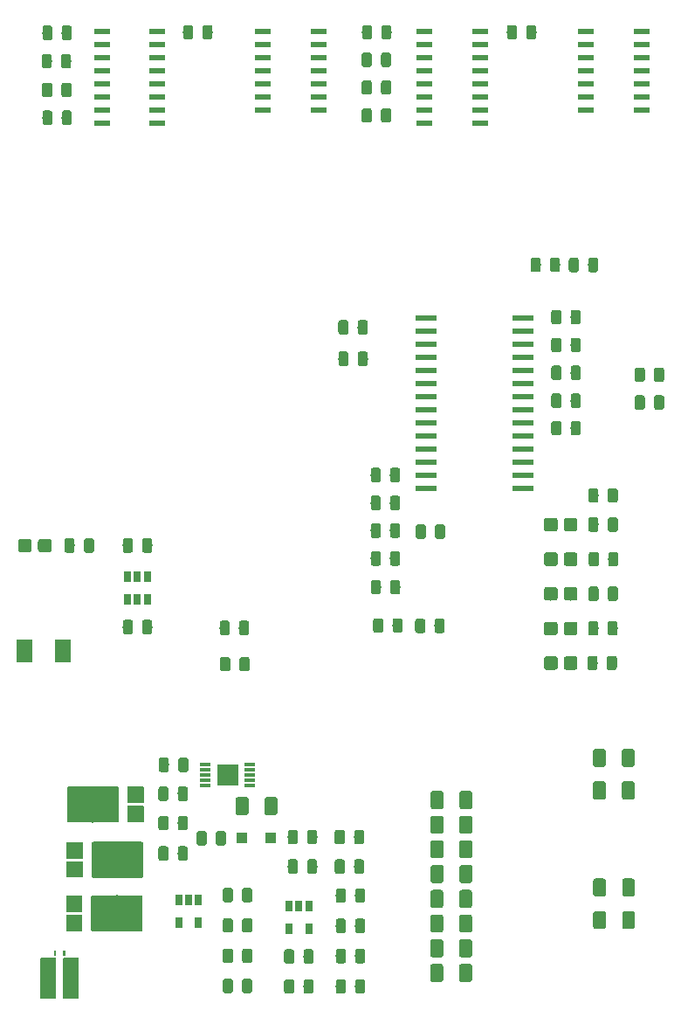
<source format=gtp>
G04 #@! TF.GenerationSoftware,KiCad,Pcbnew,5.0.2-bee76a0~70~ubuntu18.04.1*
G04 #@! TF.CreationDate,2019-08-05T20:33:20-05:00*
G04 #@! TF.ProjectId,BBB_SHIELD_V2,4242425f-5348-4494-954c-445f56322e6b,rev?*
G04 #@! TF.SameCoordinates,Original*
G04 #@! TF.FileFunction,Paste,Top*
G04 #@! TF.FilePolarity,Positive*
%FSLAX46Y46*%
G04 Gerber Fmt 4.6, Leading zero omitted, Abs format (unit mm)*
G04 Created by KiCad (PCBNEW 5.0.2-bee76a0~70~ubuntu18.04.1) date Mon 05 Aug 2019 08:33:20 PM CDT*
%MOMM*%
%LPD*%
G01*
G04 APERTURE LIST*
%ADD10C,0.100000*%
%ADD11C,0.975000*%
%ADD12R,1.016000X0.300000*%
%ADD13R,2.000000X2.000000*%
%ADD14C,1.500000*%
%ADD15C,0.200000*%
%ADD16C,1.250000*%
%ADD17R,1.620000X2.280000*%
%ADD18R,1.100000X1.100000*%
%ADD19C,1.300000*%
%ADD20R,1.500000X0.600000*%
%ADD21R,2.000000X0.600000*%
%ADD22R,0.650000X1.060000*%
%ADD23C,1.600000*%
%ADD24C,3.500000*%
G04 APERTURE END LIST*
D10*
G04 #@! TO.C,R9*
G36*
X178205142Y-94001174D02*
X178228803Y-94004684D01*
X178252007Y-94010496D01*
X178274529Y-94018554D01*
X178296153Y-94028782D01*
X178316670Y-94041079D01*
X178335883Y-94055329D01*
X178353607Y-94071393D01*
X178369671Y-94089117D01*
X178383921Y-94108330D01*
X178396218Y-94128847D01*
X178406446Y-94150471D01*
X178414504Y-94172993D01*
X178420316Y-94196197D01*
X178423826Y-94219858D01*
X178425000Y-94243750D01*
X178425000Y-95156250D01*
X178423826Y-95180142D01*
X178420316Y-95203803D01*
X178414504Y-95227007D01*
X178406446Y-95249529D01*
X178396218Y-95271153D01*
X178383921Y-95291670D01*
X178369671Y-95310883D01*
X178353607Y-95328607D01*
X178335883Y-95344671D01*
X178316670Y-95358921D01*
X178296153Y-95371218D01*
X178274529Y-95381446D01*
X178252007Y-95389504D01*
X178228803Y-95395316D01*
X178205142Y-95398826D01*
X178181250Y-95400000D01*
X177693750Y-95400000D01*
X177669858Y-95398826D01*
X177646197Y-95395316D01*
X177622993Y-95389504D01*
X177600471Y-95381446D01*
X177578847Y-95371218D01*
X177558330Y-95358921D01*
X177539117Y-95344671D01*
X177521393Y-95328607D01*
X177505329Y-95310883D01*
X177491079Y-95291670D01*
X177478782Y-95271153D01*
X177468554Y-95249529D01*
X177460496Y-95227007D01*
X177454684Y-95203803D01*
X177451174Y-95180142D01*
X177450000Y-95156250D01*
X177450000Y-94243750D01*
X177451174Y-94219858D01*
X177454684Y-94196197D01*
X177460496Y-94172993D01*
X177468554Y-94150471D01*
X177478782Y-94128847D01*
X177491079Y-94108330D01*
X177505329Y-94089117D01*
X177521393Y-94071393D01*
X177539117Y-94055329D01*
X177558330Y-94041079D01*
X177578847Y-94028782D01*
X177600471Y-94018554D01*
X177622993Y-94010496D01*
X177646197Y-94004684D01*
X177669858Y-94001174D01*
X177693750Y-94000000D01*
X178181250Y-94000000D01*
X178205142Y-94001174D01*
X178205142Y-94001174D01*
G37*
D11*
X177937500Y-94700000D03*
D10*
G36*
X176330142Y-94001174D02*
X176353803Y-94004684D01*
X176377007Y-94010496D01*
X176399529Y-94018554D01*
X176421153Y-94028782D01*
X176441670Y-94041079D01*
X176460883Y-94055329D01*
X176478607Y-94071393D01*
X176494671Y-94089117D01*
X176508921Y-94108330D01*
X176521218Y-94128847D01*
X176531446Y-94150471D01*
X176539504Y-94172993D01*
X176545316Y-94196197D01*
X176548826Y-94219858D01*
X176550000Y-94243750D01*
X176550000Y-95156250D01*
X176548826Y-95180142D01*
X176545316Y-95203803D01*
X176539504Y-95227007D01*
X176531446Y-95249529D01*
X176521218Y-95271153D01*
X176508921Y-95291670D01*
X176494671Y-95310883D01*
X176478607Y-95328607D01*
X176460883Y-95344671D01*
X176441670Y-95358921D01*
X176421153Y-95371218D01*
X176399529Y-95381446D01*
X176377007Y-95389504D01*
X176353803Y-95395316D01*
X176330142Y-95398826D01*
X176306250Y-95400000D01*
X175818750Y-95400000D01*
X175794858Y-95398826D01*
X175771197Y-95395316D01*
X175747993Y-95389504D01*
X175725471Y-95381446D01*
X175703847Y-95371218D01*
X175683330Y-95358921D01*
X175664117Y-95344671D01*
X175646393Y-95328607D01*
X175630329Y-95310883D01*
X175616079Y-95291670D01*
X175603782Y-95271153D01*
X175593554Y-95249529D01*
X175585496Y-95227007D01*
X175579684Y-95203803D01*
X175576174Y-95180142D01*
X175575000Y-95156250D01*
X175575000Y-94243750D01*
X175576174Y-94219858D01*
X175579684Y-94196197D01*
X175585496Y-94172993D01*
X175593554Y-94150471D01*
X175603782Y-94128847D01*
X175616079Y-94108330D01*
X175630329Y-94089117D01*
X175646393Y-94071393D01*
X175664117Y-94055329D01*
X175683330Y-94041079D01*
X175703847Y-94028782D01*
X175725471Y-94018554D01*
X175747993Y-94010496D01*
X175771197Y-94004684D01*
X175794858Y-94001174D01*
X175818750Y-94000000D01*
X176306250Y-94000000D01*
X176330142Y-94001174D01*
X176330142Y-94001174D01*
G37*
D11*
X176062500Y-94700000D03*
G04 #@! TD*
D12*
G04 #@! TO.C,U1*
X142758000Y-122800000D03*
X138442000Y-122800000D03*
X142758000Y-122300000D03*
X142758000Y-121800000D03*
X142758000Y-121300000D03*
X142758000Y-120800000D03*
X138442000Y-122300000D03*
X138442000Y-121800000D03*
X138442000Y-121300000D03*
X138442000Y-120800000D03*
D13*
X140600000Y-121800000D03*
G04 #@! TD*
D10*
G04 #@! TO.C,RSHUNT1*
G36*
X126082351Y-139500361D02*
X126089632Y-139501441D01*
X126096771Y-139503229D01*
X126103701Y-139505709D01*
X126110355Y-139508856D01*
X126116668Y-139512640D01*
X126122579Y-139517024D01*
X126128033Y-139521967D01*
X126132976Y-139527421D01*
X126137360Y-139533332D01*
X126141144Y-139539645D01*
X126144291Y-139546299D01*
X126146771Y-139553229D01*
X126148559Y-139560368D01*
X126149639Y-139567649D01*
X126150000Y-139575000D01*
X126150000Y-143425000D01*
X126149639Y-143432351D01*
X126148559Y-143439632D01*
X126146771Y-143446771D01*
X126144291Y-143453701D01*
X126141144Y-143460355D01*
X126137360Y-143466668D01*
X126132976Y-143472579D01*
X126128033Y-143478033D01*
X126122579Y-143482976D01*
X126116668Y-143487360D01*
X126110355Y-143491144D01*
X126103701Y-143494291D01*
X126096771Y-143496771D01*
X126089632Y-143498559D01*
X126082351Y-143499639D01*
X126075000Y-143500000D01*
X124725000Y-143500000D01*
X124717649Y-143499639D01*
X124710368Y-143498559D01*
X124703229Y-143496771D01*
X124696299Y-143494291D01*
X124689645Y-143491144D01*
X124683332Y-143487360D01*
X124677421Y-143482976D01*
X124671967Y-143478033D01*
X124667024Y-143472579D01*
X124662640Y-143466668D01*
X124658856Y-143460355D01*
X124655709Y-143453701D01*
X124653229Y-143446771D01*
X124651441Y-143439632D01*
X124650361Y-143432351D01*
X124650000Y-143425000D01*
X124650000Y-139575000D01*
X124650361Y-139567649D01*
X124651441Y-139560368D01*
X124653229Y-139553229D01*
X124655709Y-139546299D01*
X124658856Y-139539645D01*
X124662640Y-139533332D01*
X124667024Y-139527421D01*
X124671967Y-139521967D01*
X124677421Y-139517024D01*
X124683332Y-139512640D01*
X124689645Y-139508856D01*
X124696299Y-139505709D01*
X124703229Y-139503229D01*
X124710368Y-139501441D01*
X124717649Y-139500361D01*
X124725000Y-139500000D01*
X126075000Y-139500000D01*
X126082351Y-139500361D01*
X126082351Y-139500361D01*
G37*
D14*
X125400000Y-141500000D03*
D10*
G36*
X123882351Y-139500361D02*
X123889632Y-139501441D01*
X123896771Y-139503229D01*
X123903701Y-139505709D01*
X123910355Y-139508856D01*
X123916668Y-139512640D01*
X123922579Y-139517024D01*
X123928033Y-139521967D01*
X123932976Y-139527421D01*
X123937360Y-139533332D01*
X123941144Y-139539645D01*
X123944291Y-139546299D01*
X123946771Y-139553229D01*
X123948559Y-139560368D01*
X123949639Y-139567649D01*
X123950000Y-139575000D01*
X123950000Y-143425000D01*
X123949639Y-143432351D01*
X123948559Y-143439632D01*
X123946771Y-143446771D01*
X123944291Y-143453701D01*
X123941144Y-143460355D01*
X123937360Y-143466668D01*
X123932976Y-143472579D01*
X123928033Y-143478033D01*
X123922579Y-143482976D01*
X123916668Y-143487360D01*
X123910355Y-143491144D01*
X123903701Y-143494291D01*
X123896771Y-143496771D01*
X123889632Y-143498559D01*
X123882351Y-143499639D01*
X123875000Y-143500000D01*
X122525000Y-143500000D01*
X122517649Y-143499639D01*
X122510368Y-143498559D01*
X122503229Y-143496771D01*
X122496299Y-143494291D01*
X122489645Y-143491144D01*
X122483332Y-143487360D01*
X122477421Y-143482976D01*
X122471967Y-143478033D01*
X122467024Y-143472579D01*
X122462640Y-143466668D01*
X122458856Y-143460355D01*
X122455709Y-143453701D01*
X122453229Y-143446771D01*
X122451441Y-143439632D01*
X122450361Y-143432351D01*
X122450000Y-143425000D01*
X122450000Y-139575000D01*
X122450361Y-139567649D01*
X122451441Y-139560368D01*
X122453229Y-139553229D01*
X122455709Y-139546299D01*
X122458856Y-139539645D01*
X122462640Y-139533332D01*
X122467024Y-139527421D01*
X122471967Y-139521967D01*
X122477421Y-139517024D01*
X122483332Y-139512640D01*
X122489645Y-139508856D01*
X122496299Y-139505709D01*
X122503229Y-139503229D01*
X122510368Y-139501441D01*
X122517649Y-139500361D01*
X122525000Y-139500000D01*
X123875000Y-139500000D01*
X123882351Y-139500361D01*
X123882351Y-139500361D01*
G37*
D14*
X123200000Y-141500000D03*
D10*
G36*
X124840980Y-138800048D02*
X124841951Y-138800192D01*
X124842903Y-138800431D01*
X124843827Y-138800761D01*
X124844714Y-138801181D01*
X124845556Y-138801685D01*
X124846344Y-138802270D01*
X124847071Y-138802929D01*
X124847730Y-138803656D01*
X124848315Y-138804444D01*
X124848819Y-138805286D01*
X124849239Y-138806173D01*
X124849569Y-138807097D01*
X124849808Y-138808049D01*
X124849952Y-138809020D01*
X124850000Y-138810000D01*
X124850000Y-139290000D01*
X124849952Y-139290980D01*
X124849808Y-139291951D01*
X124849569Y-139292903D01*
X124849239Y-139293827D01*
X124848819Y-139294714D01*
X124848315Y-139295556D01*
X124847730Y-139296344D01*
X124847071Y-139297071D01*
X124846344Y-139297730D01*
X124845556Y-139298315D01*
X124844714Y-139298819D01*
X124843827Y-139299239D01*
X124842903Y-139299569D01*
X124841951Y-139299808D01*
X124840980Y-139299952D01*
X124840000Y-139300000D01*
X124660000Y-139300000D01*
X124659020Y-139299952D01*
X124658049Y-139299808D01*
X124657097Y-139299569D01*
X124656173Y-139299239D01*
X124655286Y-139298819D01*
X124654444Y-139298315D01*
X124653656Y-139297730D01*
X124652929Y-139297071D01*
X124652270Y-139296344D01*
X124651685Y-139295556D01*
X124651181Y-139294714D01*
X124650761Y-139293827D01*
X124650431Y-139292903D01*
X124650192Y-139291951D01*
X124650048Y-139290980D01*
X124650000Y-139290000D01*
X124650000Y-138810000D01*
X124650048Y-138809020D01*
X124650192Y-138808049D01*
X124650431Y-138807097D01*
X124650761Y-138806173D01*
X124651181Y-138805286D01*
X124651685Y-138804444D01*
X124652270Y-138803656D01*
X124652929Y-138802929D01*
X124653656Y-138802270D01*
X124654444Y-138801685D01*
X124655286Y-138801181D01*
X124656173Y-138800761D01*
X124657097Y-138800431D01*
X124658049Y-138800192D01*
X124659020Y-138800048D01*
X124660000Y-138800000D01*
X124840000Y-138800000D01*
X124840980Y-138800048D01*
X124840980Y-138800048D01*
G37*
D15*
X124750000Y-139050000D03*
D10*
G36*
X123940980Y-138800048D02*
X123941951Y-138800192D01*
X123942903Y-138800431D01*
X123943827Y-138800761D01*
X123944714Y-138801181D01*
X123945556Y-138801685D01*
X123946344Y-138802270D01*
X123947071Y-138802929D01*
X123947730Y-138803656D01*
X123948315Y-138804444D01*
X123948819Y-138805286D01*
X123949239Y-138806173D01*
X123949569Y-138807097D01*
X123949808Y-138808049D01*
X123949952Y-138809020D01*
X123950000Y-138810000D01*
X123950000Y-139290000D01*
X123949952Y-139290980D01*
X123949808Y-139291951D01*
X123949569Y-139292903D01*
X123949239Y-139293827D01*
X123948819Y-139294714D01*
X123948315Y-139295556D01*
X123947730Y-139296344D01*
X123947071Y-139297071D01*
X123946344Y-139297730D01*
X123945556Y-139298315D01*
X123944714Y-139298819D01*
X123943827Y-139299239D01*
X123942903Y-139299569D01*
X123941951Y-139299808D01*
X123940980Y-139299952D01*
X123940000Y-139300000D01*
X123760000Y-139300000D01*
X123759020Y-139299952D01*
X123758049Y-139299808D01*
X123757097Y-139299569D01*
X123756173Y-139299239D01*
X123755286Y-139298819D01*
X123754444Y-139298315D01*
X123753656Y-139297730D01*
X123752929Y-139297071D01*
X123752270Y-139296344D01*
X123751685Y-139295556D01*
X123751181Y-139294714D01*
X123750761Y-139293827D01*
X123750431Y-139292903D01*
X123750192Y-139291951D01*
X123750048Y-139290980D01*
X123750000Y-139290000D01*
X123750000Y-138810000D01*
X123750048Y-138809020D01*
X123750192Y-138808049D01*
X123750431Y-138807097D01*
X123750761Y-138806173D01*
X123751181Y-138805286D01*
X123751685Y-138804444D01*
X123752270Y-138803656D01*
X123752929Y-138802929D01*
X123753656Y-138802270D01*
X123754444Y-138801685D01*
X123755286Y-138801181D01*
X123756173Y-138800761D01*
X123757097Y-138800431D01*
X123758049Y-138800192D01*
X123759020Y-138800048D01*
X123760000Y-138800000D01*
X123940000Y-138800000D01*
X123940980Y-138800048D01*
X123940980Y-138800048D01*
G37*
D15*
X123850000Y-139050000D03*
G04 #@! TD*
D10*
G04 #@! TO.C,C1*
G36*
X151730142Y-129951174D02*
X151753803Y-129954684D01*
X151777007Y-129960496D01*
X151799529Y-129968554D01*
X151821153Y-129978782D01*
X151841670Y-129991079D01*
X151860883Y-130005329D01*
X151878607Y-130021393D01*
X151894671Y-130039117D01*
X151908921Y-130058330D01*
X151921218Y-130078847D01*
X151931446Y-130100471D01*
X151939504Y-130122993D01*
X151945316Y-130146197D01*
X151948826Y-130169858D01*
X151950000Y-130193750D01*
X151950000Y-131106250D01*
X151948826Y-131130142D01*
X151945316Y-131153803D01*
X151939504Y-131177007D01*
X151931446Y-131199529D01*
X151921218Y-131221153D01*
X151908921Y-131241670D01*
X151894671Y-131260883D01*
X151878607Y-131278607D01*
X151860883Y-131294671D01*
X151841670Y-131308921D01*
X151821153Y-131321218D01*
X151799529Y-131331446D01*
X151777007Y-131339504D01*
X151753803Y-131345316D01*
X151730142Y-131348826D01*
X151706250Y-131350000D01*
X151218750Y-131350000D01*
X151194858Y-131348826D01*
X151171197Y-131345316D01*
X151147993Y-131339504D01*
X151125471Y-131331446D01*
X151103847Y-131321218D01*
X151083330Y-131308921D01*
X151064117Y-131294671D01*
X151046393Y-131278607D01*
X151030329Y-131260883D01*
X151016079Y-131241670D01*
X151003782Y-131221153D01*
X150993554Y-131199529D01*
X150985496Y-131177007D01*
X150979684Y-131153803D01*
X150976174Y-131130142D01*
X150975000Y-131106250D01*
X150975000Y-130193750D01*
X150976174Y-130169858D01*
X150979684Y-130146197D01*
X150985496Y-130122993D01*
X150993554Y-130100471D01*
X151003782Y-130078847D01*
X151016079Y-130058330D01*
X151030329Y-130039117D01*
X151046393Y-130021393D01*
X151064117Y-130005329D01*
X151083330Y-129991079D01*
X151103847Y-129978782D01*
X151125471Y-129968554D01*
X151147993Y-129960496D01*
X151171197Y-129954684D01*
X151194858Y-129951174D01*
X151218750Y-129950000D01*
X151706250Y-129950000D01*
X151730142Y-129951174D01*
X151730142Y-129951174D01*
G37*
D11*
X151462500Y-130650000D03*
D10*
G36*
X153605142Y-129951174D02*
X153628803Y-129954684D01*
X153652007Y-129960496D01*
X153674529Y-129968554D01*
X153696153Y-129978782D01*
X153716670Y-129991079D01*
X153735883Y-130005329D01*
X153753607Y-130021393D01*
X153769671Y-130039117D01*
X153783921Y-130058330D01*
X153796218Y-130078847D01*
X153806446Y-130100471D01*
X153814504Y-130122993D01*
X153820316Y-130146197D01*
X153823826Y-130169858D01*
X153825000Y-130193750D01*
X153825000Y-131106250D01*
X153823826Y-131130142D01*
X153820316Y-131153803D01*
X153814504Y-131177007D01*
X153806446Y-131199529D01*
X153796218Y-131221153D01*
X153783921Y-131241670D01*
X153769671Y-131260883D01*
X153753607Y-131278607D01*
X153735883Y-131294671D01*
X153716670Y-131308921D01*
X153696153Y-131321218D01*
X153674529Y-131331446D01*
X153652007Y-131339504D01*
X153628803Y-131345316D01*
X153605142Y-131348826D01*
X153581250Y-131350000D01*
X153093750Y-131350000D01*
X153069858Y-131348826D01*
X153046197Y-131345316D01*
X153022993Y-131339504D01*
X153000471Y-131331446D01*
X152978847Y-131321218D01*
X152958330Y-131308921D01*
X152939117Y-131294671D01*
X152921393Y-131278607D01*
X152905329Y-131260883D01*
X152891079Y-131241670D01*
X152878782Y-131221153D01*
X152868554Y-131199529D01*
X152860496Y-131177007D01*
X152854684Y-131153803D01*
X152851174Y-131130142D01*
X152850000Y-131106250D01*
X152850000Y-130193750D01*
X152851174Y-130169858D01*
X152854684Y-130146197D01*
X152860496Y-130122993D01*
X152868554Y-130100471D01*
X152878782Y-130078847D01*
X152891079Y-130058330D01*
X152905329Y-130039117D01*
X152921393Y-130021393D01*
X152939117Y-130005329D01*
X152958330Y-129991079D01*
X152978847Y-129978782D01*
X153000471Y-129968554D01*
X153022993Y-129960496D01*
X153046197Y-129954684D01*
X153069858Y-129951174D01*
X153093750Y-129950000D01*
X153581250Y-129950000D01*
X153605142Y-129951174D01*
X153605142Y-129951174D01*
G37*
D11*
X153337500Y-130650000D03*
G04 #@! TD*
D10*
G04 #@! TO.C,C2*
G36*
X138340142Y-127221174D02*
X138363803Y-127224684D01*
X138387007Y-127230496D01*
X138409529Y-127238554D01*
X138431153Y-127248782D01*
X138451670Y-127261079D01*
X138470883Y-127275329D01*
X138488607Y-127291393D01*
X138504671Y-127309117D01*
X138518921Y-127328330D01*
X138531218Y-127348847D01*
X138541446Y-127370471D01*
X138549504Y-127392993D01*
X138555316Y-127416197D01*
X138558826Y-127439858D01*
X138560000Y-127463750D01*
X138560000Y-128376250D01*
X138558826Y-128400142D01*
X138555316Y-128423803D01*
X138549504Y-128447007D01*
X138541446Y-128469529D01*
X138531218Y-128491153D01*
X138518921Y-128511670D01*
X138504671Y-128530883D01*
X138488607Y-128548607D01*
X138470883Y-128564671D01*
X138451670Y-128578921D01*
X138431153Y-128591218D01*
X138409529Y-128601446D01*
X138387007Y-128609504D01*
X138363803Y-128615316D01*
X138340142Y-128618826D01*
X138316250Y-128620000D01*
X137828750Y-128620000D01*
X137804858Y-128618826D01*
X137781197Y-128615316D01*
X137757993Y-128609504D01*
X137735471Y-128601446D01*
X137713847Y-128591218D01*
X137693330Y-128578921D01*
X137674117Y-128564671D01*
X137656393Y-128548607D01*
X137640329Y-128530883D01*
X137626079Y-128511670D01*
X137613782Y-128491153D01*
X137603554Y-128469529D01*
X137595496Y-128447007D01*
X137589684Y-128423803D01*
X137586174Y-128400142D01*
X137585000Y-128376250D01*
X137585000Y-127463750D01*
X137586174Y-127439858D01*
X137589684Y-127416197D01*
X137595496Y-127392993D01*
X137603554Y-127370471D01*
X137613782Y-127348847D01*
X137626079Y-127328330D01*
X137640329Y-127309117D01*
X137656393Y-127291393D01*
X137674117Y-127275329D01*
X137693330Y-127261079D01*
X137713847Y-127248782D01*
X137735471Y-127238554D01*
X137757993Y-127230496D01*
X137781197Y-127224684D01*
X137804858Y-127221174D01*
X137828750Y-127220000D01*
X138316250Y-127220000D01*
X138340142Y-127221174D01*
X138340142Y-127221174D01*
G37*
D11*
X138072500Y-127920000D03*
D10*
G36*
X140215142Y-127221174D02*
X140238803Y-127224684D01*
X140262007Y-127230496D01*
X140284529Y-127238554D01*
X140306153Y-127248782D01*
X140326670Y-127261079D01*
X140345883Y-127275329D01*
X140363607Y-127291393D01*
X140379671Y-127309117D01*
X140393921Y-127328330D01*
X140406218Y-127348847D01*
X140416446Y-127370471D01*
X140424504Y-127392993D01*
X140430316Y-127416197D01*
X140433826Y-127439858D01*
X140435000Y-127463750D01*
X140435000Y-128376250D01*
X140433826Y-128400142D01*
X140430316Y-128423803D01*
X140424504Y-128447007D01*
X140416446Y-128469529D01*
X140406218Y-128491153D01*
X140393921Y-128511670D01*
X140379671Y-128530883D01*
X140363607Y-128548607D01*
X140345883Y-128564671D01*
X140326670Y-128578921D01*
X140306153Y-128591218D01*
X140284529Y-128601446D01*
X140262007Y-128609504D01*
X140238803Y-128615316D01*
X140215142Y-128618826D01*
X140191250Y-128620000D01*
X139703750Y-128620000D01*
X139679858Y-128618826D01*
X139656197Y-128615316D01*
X139632993Y-128609504D01*
X139610471Y-128601446D01*
X139588847Y-128591218D01*
X139568330Y-128578921D01*
X139549117Y-128564671D01*
X139531393Y-128548607D01*
X139515329Y-128530883D01*
X139501079Y-128511670D01*
X139488782Y-128491153D01*
X139478554Y-128469529D01*
X139470496Y-128447007D01*
X139464684Y-128423803D01*
X139461174Y-128400142D01*
X139460000Y-128376250D01*
X139460000Y-127463750D01*
X139461174Y-127439858D01*
X139464684Y-127416197D01*
X139470496Y-127392993D01*
X139478554Y-127370471D01*
X139488782Y-127348847D01*
X139501079Y-127328330D01*
X139515329Y-127309117D01*
X139531393Y-127291393D01*
X139549117Y-127275329D01*
X139568330Y-127261079D01*
X139588847Y-127248782D01*
X139610471Y-127238554D01*
X139632993Y-127230496D01*
X139656197Y-127224684D01*
X139679858Y-127221174D01*
X139703750Y-127220000D01*
X140191250Y-127220000D01*
X140215142Y-127221174D01*
X140215142Y-127221174D01*
G37*
D11*
X139947500Y-127920000D03*
G04 #@! TD*
D10*
G04 #@! TO.C,C3*
G36*
X142399504Y-123916204D02*
X142423773Y-123919804D01*
X142447571Y-123925765D01*
X142470671Y-123934030D01*
X142492849Y-123944520D01*
X142513893Y-123957133D01*
X142533598Y-123971747D01*
X142551777Y-123988223D01*
X142568253Y-124006402D01*
X142582867Y-124026107D01*
X142595480Y-124047151D01*
X142605970Y-124069329D01*
X142614235Y-124092429D01*
X142620196Y-124116227D01*
X142623796Y-124140496D01*
X142625000Y-124165000D01*
X142625000Y-125415000D01*
X142623796Y-125439504D01*
X142620196Y-125463773D01*
X142614235Y-125487571D01*
X142605970Y-125510671D01*
X142595480Y-125532849D01*
X142582867Y-125553893D01*
X142568253Y-125573598D01*
X142551777Y-125591777D01*
X142533598Y-125608253D01*
X142513893Y-125622867D01*
X142492849Y-125635480D01*
X142470671Y-125645970D01*
X142447571Y-125654235D01*
X142423773Y-125660196D01*
X142399504Y-125663796D01*
X142375000Y-125665000D01*
X141625000Y-125665000D01*
X141600496Y-125663796D01*
X141576227Y-125660196D01*
X141552429Y-125654235D01*
X141529329Y-125645970D01*
X141507151Y-125635480D01*
X141486107Y-125622867D01*
X141466402Y-125608253D01*
X141448223Y-125591777D01*
X141431747Y-125573598D01*
X141417133Y-125553893D01*
X141404520Y-125532849D01*
X141394030Y-125510671D01*
X141385765Y-125487571D01*
X141379804Y-125463773D01*
X141376204Y-125439504D01*
X141375000Y-125415000D01*
X141375000Y-124165000D01*
X141376204Y-124140496D01*
X141379804Y-124116227D01*
X141385765Y-124092429D01*
X141394030Y-124069329D01*
X141404520Y-124047151D01*
X141417133Y-124026107D01*
X141431747Y-124006402D01*
X141448223Y-123988223D01*
X141466402Y-123971747D01*
X141486107Y-123957133D01*
X141507151Y-123944520D01*
X141529329Y-123934030D01*
X141552429Y-123925765D01*
X141576227Y-123919804D01*
X141600496Y-123916204D01*
X141625000Y-123915000D01*
X142375000Y-123915000D01*
X142399504Y-123916204D01*
X142399504Y-123916204D01*
G37*
D16*
X142000000Y-124790000D03*
D10*
G36*
X145199504Y-123916204D02*
X145223773Y-123919804D01*
X145247571Y-123925765D01*
X145270671Y-123934030D01*
X145292849Y-123944520D01*
X145313893Y-123957133D01*
X145333598Y-123971747D01*
X145351777Y-123988223D01*
X145368253Y-124006402D01*
X145382867Y-124026107D01*
X145395480Y-124047151D01*
X145405970Y-124069329D01*
X145414235Y-124092429D01*
X145420196Y-124116227D01*
X145423796Y-124140496D01*
X145425000Y-124165000D01*
X145425000Y-125415000D01*
X145423796Y-125439504D01*
X145420196Y-125463773D01*
X145414235Y-125487571D01*
X145405970Y-125510671D01*
X145395480Y-125532849D01*
X145382867Y-125553893D01*
X145368253Y-125573598D01*
X145351777Y-125591777D01*
X145333598Y-125608253D01*
X145313893Y-125622867D01*
X145292849Y-125635480D01*
X145270671Y-125645970D01*
X145247571Y-125654235D01*
X145223773Y-125660196D01*
X145199504Y-125663796D01*
X145175000Y-125665000D01*
X144425000Y-125665000D01*
X144400496Y-125663796D01*
X144376227Y-125660196D01*
X144352429Y-125654235D01*
X144329329Y-125645970D01*
X144307151Y-125635480D01*
X144286107Y-125622867D01*
X144266402Y-125608253D01*
X144248223Y-125591777D01*
X144231747Y-125573598D01*
X144217133Y-125553893D01*
X144204520Y-125532849D01*
X144194030Y-125510671D01*
X144185765Y-125487571D01*
X144179804Y-125463773D01*
X144176204Y-125439504D01*
X144175000Y-125415000D01*
X144175000Y-124165000D01*
X144176204Y-124140496D01*
X144179804Y-124116227D01*
X144185765Y-124092429D01*
X144194030Y-124069329D01*
X144204520Y-124047151D01*
X144217133Y-124026107D01*
X144231747Y-124006402D01*
X144248223Y-123988223D01*
X144266402Y-123971747D01*
X144286107Y-123957133D01*
X144307151Y-123944520D01*
X144329329Y-123934030D01*
X144352429Y-123925765D01*
X144376227Y-123919804D01*
X144400496Y-123916204D01*
X144425000Y-123915000D01*
X145175000Y-123915000D01*
X145199504Y-123916204D01*
X145199504Y-123916204D01*
G37*
D16*
X144800000Y-124790000D03*
G04 #@! TD*
D10*
G04 #@! TO.C,C4*
G36*
X131180142Y-98851174D02*
X131203803Y-98854684D01*
X131227007Y-98860496D01*
X131249529Y-98868554D01*
X131271153Y-98878782D01*
X131291670Y-98891079D01*
X131310883Y-98905329D01*
X131328607Y-98921393D01*
X131344671Y-98939117D01*
X131358921Y-98958330D01*
X131371218Y-98978847D01*
X131381446Y-99000471D01*
X131389504Y-99022993D01*
X131395316Y-99046197D01*
X131398826Y-99069858D01*
X131400000Y-99093750D01*
X131400000Y-100006250D01*
X131398826Y-100030142D01*
X131395316Y-100053803D01*
X131389504Y-100077007D01*
X131381446Y-100099529D01*
X131371218Y-100121153D01*
X131358921Y-100141670D01*
X131344671Y-100160883D01*
X131328607Y-100178607D01*
X131310883Y-100194671D01*
X131291670Y-100208921D01*
X131271153Y-100221218D01*
X131249529Y-100231446D01*
X131227007Y-100239504D01*
X131203803Y-100245316D01*
X131180142Y-100248826D01*
X131156250Y-100250000D01*
X130668750Y-100250000D01*
X130644858Y-100248826D01*
X130621197Y-100245316D01*
X130597993Y-100239504D01*
X130575471Y-100231446D01*
X130553847Y-100221218D01*
X130533330Y-100208921D01*
X130514117Y-100194671D01*
X130496393Y-100178607D01*
X130480329Y-100160883D01*
X130466079Y-100141670D01*
X130453782Y-100121153D01*
X130443554Y-100099529D01*
X130435496Y-100077007D01*
X130429684Y-100053803D01*
X130426174Y-100030142D01*
X130425000Y-100006250D01*
X130425000Y-99093750D01*
X130426174Y-99069858D01*
X130429684Y-99046197D01*
X130435496Y-99022993D01*
X130443554Y-99000471D01*
X130453782Y-98978847D01*
X130466079Y-98958330D01*
X130480329Y-98939117D01*
X130496393Y-98921393D01*
X130514117Y-98905329D01*
X130533330Y-98891079D01*
X130553847Y-98878782D01*
X130575471Y-98868554D01*
X130597993Y-98860496D01*
X130621197Y-98854684D01*
X130644858Y-98851174D01*
X130668750Y-98850000D01*
X131156250Y-98850000D01*
X131180142Y-98851174D01*
X131180142Y-98851174D01*
G37*
D11*
X130912500Y-99550000D03*
D10*
G36*
X133055142Y-98851174D02*
X133078803Y-98854684D01*
X133102007Y-98860496D01*
X133124529Y-98868554D01*
X133146153Y-98878782D01*
X133166670Y-98891079D01*
X133185883Y-98905329D01*
X133203607Y-98921393D01*
X133219671Y-98939117D01*
X133233921Y-98958330D01*
X133246218Y-98978847D01*
X133256446Y-99000471D01*
X133264504Y-99022993D01*
X133270316Y-99046197D01*
X133273826Y-99069858D01*
X133275000Y-99093750D01*
X133275000Y-100006250D01*
X133273826Y-100030142D01*
X133270316Y-100053803D01*
X133264504Y-100077007D01*
X133256446Y-100099529D01*
X133246218Y-100121153D01*
X133233921Y-100141670D01*
X133219671Y-100160883D01*
X133203607Y-100178607D01*
X133185883Y-100194671D01*
X133166670Y-100208921D01*
X133146153Y-100221218D01*
X133124529Y-100231446D01*
X133102007Y-100239504D01*
X133078803Y-100245316D01*
X133055142Y-100248826D01*
X133031250Y-100250000D01*
X132543750Y-100250000D01*
X132519858Y-100248826D01*
X132496197Y-100245316D01*
X132472993Y-100239504D01*
X132450471Y-100231446D01*
X132428847Y-100221218D01*
X132408330Y-100208921D01*
X132389117Y-100194671D01*
X132371393Y-100178607D01*
X132355329Y-100160883D01*
X132341079Y-100141670D01*
X132328782Y-100121153D01*
X132318554Y-100099529D01*
X132310496Y-100077007D01*
X132304684Y-100053803D01*
X132301174Y-100030142D01*
X132300000Y-100006250D01*
X132300000Y-99093750D01*
X132301174Y-99069858D01*
X132304684Y-99046197D01*
X132310496Y-99022993D01*
X132318554Y-99000471D01*
X132328782Y-98978847D01*
X132341079Y-98958330D01*
X132355329Y-98939117D01*
X132371393Y-98921393D01*
X132389117Y-98905329D01*
X132408330Y-98891079D01*
X132428847Y-98878782D01*
X132450471Y-98868554D01*
X132472993Y-98860496D01*
X132496197Y-98854684D01*
X132519858Y-98851174D01*
X132543750Y-98850000D01*
X133031250Y-98850000D01*
X133055142Y-98851174D01*
X133055142Y-98851174D01*
G37*
D11*
X132787500Y-99550000D03*
G04 #@! TD*
D10*
G04 #@! TO.C,C5*
G36*
X133055142Y-106751174D02*
X133078803Y-106754684D01*
X133102007Y-106760496D01*
X133124529Y-106768554D01*
X133146153Y-106778782D01*
X133166670Y-106791079D01*
X133185883Y-106805329D01*
X133203607Y-106821393D01*
X133219671Y-106839117D01*
X133233921Y-106858330D01*
X133246218Y-106878847D01*
X133256446Y-106900471D01*
X133264504Y-106922993D01*
X133270316Y-106946197D01*
X133273826Y-106969858D01*
X133275000Y-106993750D01*
X133275000Y-107906250D01*
X133273826Y-107930142D01*
X133270316Y-107953803D01*
X133264504Y-107977007D01*
X133256446Y-107999529D01*
X133246218Y-108021153D01*
X133233921Y-108041670D01*
X133219671Y-108060883D01*
X133203607Y-108078607D01*
X133185883Y-108094671D01*
X133166670Y-108108921D01*
X133146153Y-108121218D01*
X133124529Y-108131446D01*
X133102007Y-108139504D01*
X133078803Y-108145316D01*
X133055142Y-108148826D01*
X133031250Y-108150000D01*
X132543750Y-108150000D01*
X132519858Y-108148826D01*
X132496197Y-108145316D01*
X132472993Y-108139504D01*
X132450471Y-108131446D01*
X132428847Y-108121218D01*
X132408330Y-108108921D01*
X132389117Y-108094671D01*
X132371393Y-108078607D01*
X132355329Y-108060883D01*
X132341079Y-108041670D01*
X132328782Y-108021153D01*
X132318554Y-107999529D01*
X132310496Y-107977007D01*
X132304684Y-107953803D01*
X132301174Y-107930142D01*
X132300000Y-107906250D01*
X132300000Y-106993750D01*
X132301174Y-106969858D01*
X132304684Y-106946197D01*
X132310496Y-106922993D01*
X132318554Y-106900471D01*
X132328782Y-106878847D01*
X132341079Y-106858330D01*
X132355329Y-106839117D01*
X132371393Y-106821393D01*
X132389117Y-106805329D01*
X132408330Y-106791079D01*
X132428847Y-106778782D01*
X132450471Y-106768554D01*
X132472993Y-106760496D01*
X132496197Y-106754684D01*
X132519858Y-106751174D01*
X132543750Y-106750000D01*
X133031250Y-106750000D01*
X133055142Y-106751174D01*
X133055142Y-106751174D01*
G37*
D11*
X132787500Y-107450000D03*
D10*
G36*
X131180142Y-106751174D02*
X131203803Y-106754684D01*
X131227007Y-106760496D01*
X131249529Y-106768554D01*
X131271153Y-106778782D01*
X131291670Y-106791079D01*
X131310883Y-106805329D01*
X131328607Y-106821393D01*
X131344671Y-106839117D01*
X131358921Y-106858330D01*
X131371218Y-106878847D01*
X131381446Y-106900471D01*
X131389504Y-106922993D01*
X131395316Y-106946197D01*
X131398826Y-106969858D01*
X131400000Y-106993750D01*
X131400000Y-107906250D01*
X131398826Y-107930142D01*
X131395316Y-107953803D01*
X131389504Y-107977007D01*
X131381446Y-107999529D01*
X131371218Y-108021153D01*
X131358921Y-108041670D01*
X131344671Y-108060883D01*
X131328607Y-108078607D01*
X131310883Y-108094671D01*
X131291670Y-108108921D01*
X131271153Y-108121218D01*
X131249529Y-108131446D01*
X131227007Y-108139504D01*
X131203803Y-108145316D01*
X131180142Y-108148826D01*
X131156250Y-108150000D01*
X130668750Y-108150000D01*
X130644858Y-108148826D01*
X130621197Y-108145316D01*
X130597993Y-108139504D01*
X130575471Y-108131446D01*
X130553847Y-108121218D01*
X130533330Y-108108921D01*
X130514117Y-108094671D01*
X130496393Y-108078607D01*
X130480329Y-108060883D01*
X130466079Y-108041670D01*
X130453782Y-108021153D01*
X130443554Y-107999529D01*
X130435496Y-107977007D01*
X130429684Y-107953803D01*
X130426174Y-107930142D01*
X130425000Y-107906250D01*
X130425000Y-106993750D01*
X130426174Y-106969858D01*
X130429684Y-106946197D01*
X130435496Y-106922993D01*
X130443554Y-106900471D01*
X130453782Y-106878847D01*
X130466079Y-106858330D01*
X130480329Y-106839117D01*
X130496393Y-106821393D01*
X130514117Y-106805329D01*
X130533330Y-106791079D01*
X130553847Y-106778782D01*
X130575471Y-106768554D01*
X130597993Y-106760496D01*
X130621197Y-106754684D01*
X130644858Y-106751174D01*
X130668750Y-106750000D01*
X131156250Y-106750000D01*
X131180142Y-106751174D01*
X131180142Y-106751174D01*
G37*
D11*
X130912500Y-107450000D03*
G04 #@! TD*
D10*
G04 #@! TO.C,C6*
G36*
X172730142Y-87491174D02*
X172753803Y-87494684D01*
X172777007Y-87500496D01*
X172799529Y-87508554D01*
X172821153Y-87518782D01*
X172841670Y-87531079D01*
X172860883Y-87545329D01*
X172878607Y-87561393D01*
X172894671Y-87579117D01*
X172908921Y-87598330D01*
X172921218Y-87618847D01*
X172931446Y-87640471D01*
X172939504Y-87662993D01*
X172945316Y-87686197D01*
X172948826Y-87709858D01*
X172950000Y-87733750D01*
X172950000Y-88646250D01*
X172948826Y-88670142D01*
X172945316Y-88693803D01*
X172939504Y-88717007D01*
X172931446Y-88739529D01*
X172921218Y-88761153D01*
X172908921Y-88781670D01*
X172894671Y-88800883D01*
X172878607Y-88818607D01*
X172860883Y-88834671D01*
X172841670Y-88848921D01*
X172821153Y-88861218D01*
X172799529Y-88871446D01*
X172777007Y-88879504D01*
X172753803Y-88885316D01*
X172730142Y-88888826D01*
X172706250Y-88890000D01*
X172218750Y-88890000D01*
X172194858Y-88888826D01*
X172171197Y-88885316D01*
X172147993Y-88879504D01*
X172125471Y-88871446D01*
X172103847Y-88861218D01*
X172083330Y-88848921D01*
X172064117Y-88834671D01*
X172046393Y-88818607D01*
X172030329Y-88800883D01*
X172016079Y-88781670D01*
X172003782Y-88761153D01*
X171993554Y-88739529D01*
X171985496Y-88717007D01*
X171979684Y-88693803D01*
X171976174Y-88670142D01*
X171975000Y-88646250D01*
X171975000Y-87733750D01*
X171976174Y-87709858D01*
X171979684Y-87686197D01*
X171985496Y-87662993D01*
X171993554Y-87640471D01*
X172003782Y-87618847D01*
X172016079Y-87598330D01*
X172030329Y-87579117D01*
X172046393Y-87561393D01*
X172064117Y-87545329D01*
X172083330Y-87531079D01*
X172103847Y-87518782D01*
X172125471Y-87508554D01*
X172147993Y-87500496D01*
X172171197Y-87494684D01*
X172194858Y-87491174D01*
X172218750Y-87490000D01*
X172706250Y-87490000D01*
X172730142Y-87491174D01*
X172730142Y-87491174D01*
G37*
D11*
X172462500Y-88190000D03*
D10*
G36*
X174605142Y-87491174D02*
X174628803Y-87494684D01*
X174652007Y-87500496D01*
X174674529Y-87508554D01*
X174696153Y-87518782D01*
X174716670Y-87531079D01*
X174735883Y-87545329D01*
X174753607Y-87561393D01*
X174769671Y-87579117D01*
X174783921Y-87598330D01*
X174796218Y-87618847D01*
X174806446Y-87640471D01*
X174814504Y-87662993D01*
X174820316Y-87686197D01*
X174823826Y-87709858D01*
X174825000Y-87733750D01*
X174825000Y-88646250D01*
X174823826Y-88670142D01*
X174820316Y-88693803D01*
X174814504Y-88717007D01*
X174806446Y-88739529D01*
X174796218Y-88761153D01*
X174783921Y-88781670D01*
X174769671Y-88800883D01*
X174753607Y-88818607D01*
X174735883Y-88834671D01*
X174716670Y-88848921D01*
X174696153Y-88861218D01*
X174674529Y-88871446D01*
X174652007Y-88879504D01*
X174628803Y-88885316D01*
X174605142Y-88888826D01*
X174581250Y-88890000D01*
X174093750Y-88890000D01*
X174069858Y-88888826D01*
X174046197Y-88885316D01*
X174022993Y-88879504D01*
X174000471Y-88871446D01*
X173978847Y-88861218D01*
X173958330Y-88848921D01*
X173939117Y-88834671D01*
X173921393Y-88818607D01*
X173905329Y-88800883D01*
X173891079Y-88781670D01*
X173878782Y-88761153D01*
X173868554Y-88739529D01*
X173860496Y-88717007D01*
X173854684Y-88693803D01*
X173851174Y-88670142D01*
X173850000Y-88646250D01*
X173850000Y-87733750D01*
X173851174Y-87709858D01*
X173854684Y-87686197D01*
X173860496Y-87662993D01*
X173868554Y-87640471D01*
X173878782Y-87618847D01*
X173891079Y-87598330D01*
X173905329Y-87579117D01*
X173921393Y-87561393D01*
X173939117Y-87545329D01*
X173958330Y-87531079D01*
X173978847Y-87518782D01*
X174000471Y-87508554D01*
X174022993Y-87500496D01*
X174046197Y-87494684D01*
X174069858Y-87491174D01*
X174093750Y-87490000D01*
X174581250Y-87490000D01*
X174605142Y-87491174D01*
X174605142Y-87491174D01*
G37*
D11*
X174337500Y-88190000D03*
G04 #@! TD*
D10*
G04 #@! TO.C,C7*
G36*
X172730142Y-76711174D02*
X172753803Y-76714684D01*
X172777007Y-76720496D01*
X172799529Y-76728554D01*
X172821153Y-76738782D01*
X172841670Y-76751079D01*
X172860883Y-76765329D01*
X172878607Y-76781393D01*
X172894671Y-76799117D01*
X172908921Y-76818330D01*
X172921218Y-76838847D01*
X172931446Y-76860471D01*
X172939504Y-76882993D01*
X172945316Y-76906197D01*
X172948826Y-76929858D01*
X172950000Y-76953750D01*
X172950000Y-77866250D01*
X172948826Y-77890142D01*
X172945316Y-77913803D01*
X172939504Y-77937007D01*
X172931446Y-77959529D01*
X172921218Y-77981153D01*
X172908921Y-78001670D01*
X172894671Y-78020883D01*
X172878607Y-78038607D01*
X172860883Y-78054671D01*
X172841670Y-78068921D01*
X172821153Y-78081218D01*
X172799529Y-78091446D01*
X172777007Y-78099504D01*
X172753803Y-78105316D01*
X172730142Y-78108826D01*
X172706250Y-78110000D01*
X172218750Y-78110000D01*
X172194858Y-78108826D01*
X172171197Y-78105316D01*
X172147993Y-78099504D01*
X172125471Y-78091446D01*
X172103847Y-78081218D01*
X172083330Y-78068921D01*
X172064117Y-78054671D01*
X172046393Y-78038607D01*
X172030329Y-78020883D01*
X172016079Y-78001670D01*
X172003782Y-77981153D01*
X171993554Y-77959529D01*
X171985496Y-77937007D01*
X171979684Y-77913803D01*
X171976174Y-77890142D01*
X171975000Y-77866250D01*
X171975000Y-76953750D01*
X171976174Y-76929858D01*
X171979684Y-76906197D01*
X171985496Y-76882993D01*
X171993554Y-76860471D01*
X172003782Y-76838847D01*
X172016079Y-76818330D01*
X172030329Y-76799117D01*
X172046393Y-76781393D01*
X172064117Y-76765329D01*
X172083330Y-76751079D01*
X172103847Y-76738782D01*
X172125471Y-76728554D01*
X172147993Y-76720496D01*
X172171197Y-76714684D01*
X172194858Y-76711174D01*
X172218750Y-76710000D01*
X172706250Y-76710000D01*
X172730142Y-76711174D01*
X172730142Y-76711174D01*
G37*
D11*
X172462500Y-77410000D03*
D10*
G36*
X174605142Y-76711174D02*
X174628803Y-76714684D01*
X174652007Y-76720496D01*
X174674529Y-76728554D01*
X174696153Y-76738782D01*
X174716670Y-76751079D01*
X174735883Y-76765329D01*
X174753607Y-76781393D01*
X174769671Y-76799117D01*
X174783921Y-76818330D01*
X174796218Y-76838847D01*
X174806446Y-76860471D01*
X174814504Y-76882993D01*
X174820316Y-76906197D01*
X174823826Y-76929858D01*
X174825000Y-76953750D01*
X174825000Y-77866250D01*
X174823826Y-77890142D01*
X174820316Y-77913803D01*
X174814504Y-77937007D01*
X174806446Y-77959529D01*
X174796218Y-77981153D01*
X174783921Y-78001670D01*
X174769671Y-78020883D01*
X174753607Y-78038607D01*
X174735883Y-78054671D01*
X174716670Y-78068921D01*
X174696153Y-78081218D01*
X174674529Y-78091446D01*
X174652007Y-78099504D01*
X174628803Y-78105316D01*
X174605142Y-78108826D01*
X174581250Y-78110000D01*
X174093750Y-78110000D01*
X174069858Y-78108826D01*
X174046197Y-78105316D01*
X174022993Y-78099504D01*
X174000471Y-78091446D01*
X173978847Y-78081218D01*
X173958330Y-78068921D01*
X173939117Y-78054671D01*
X173921393Y-78038607D01*
X173905329Y-78020883D01*
X173891079Y-78001670D01*
X173878782Y-77981153D01*
X173868554Y-77959529D01*
X173860496Y-77937007D01*
X173854684Y-77913803D01*
X173851174Y-77890142D01*
X173850000Y-77866250D01*
X173850000Y-76953750D01*
X173851174Y-76929858D01*
X173854684Y-76906197D01*
X173860496Y-76882993D01*
X173868554Y-76860471D01*
X173878782Y-76838847D01*
X173891079Y-76818330D01*
X173905329Y-76799117D01*
X173921393Y-76781393D01*
X173939117Y-76765329D01*
X173958330Y-76751079D01*
X173978847Y-76738782D01*
X174000471Y-76728554D01*
X174022993Y-76720496D01*
X174046197Y-76714684D01*
X174069858Y-76711174D01*
X174093750Y-76710000D01*
X174581250Y-76710000D01*
X174605142Y-76711174D01*
X174605142Y-76711174D01*
G37*
D11*
X174337500Y-77410000D03*
G04 #@! TD*
D10*
G04 #@! TO.C,C8*
G36*
X172730142Y-79411174D02*
X172753803Y-79414684D01*
X172777007Y-79420496D01*
X172799529Y-79428554D01*
X172821153Y-79438782D01*
X172841670Y-79451079D01*
X172860883Y-79465329D01*
X172878607Y-79481393D01*
X172894671Y-79499117D01*
X172908921Y-79518330D01*
X172921218Y-79538847D01*
X172931446Y-79560471D01*
X172939504Y-79582993D01*
X172945316Y-79606197D01*
X172948826Y-79629858D01*
X172950000Y-79653750D01*
X172950000Y-80566250D01*
X172948826Y-80590142D01*
X172945316Y-80613803D01*
X172939504Y-80637007D01*
X172931446Y-80659529D01*
X172921218Y-80681153D01*
X172908921Y-80701670D01*
X172894671Y-80720883D01*
X172878607Y-80738607D01*
X172860883Y-80754671D01*
X172841670Y-80768921D01*
X172821153Y-80781218D01*
X172799529Y-80791446D01*
X172777007Y-80799504D01*
X172753803Y-80805316D01*
X172730142Y-80808826D01*
X172706250Y-80810000D01*
X172218750Y-80810000D01*
X172194858Y-80808826D01*
X172171197Y-80805316D01*
X172147993Y-80799504D01*
X172125471Y-80791446D01*
X172103847Y-80781218D01*
X172083330Y-80768921D01*
X172064117Y-80754671D01*
X172046393Y-80738607D01*
X172030329Y-80720883D01*
X172016079Y-80701670D01*
X172003782Y-80681153D01*
X171993554Y-80659529D01*
X171985496Y-80637007D01*
X171979684Y-80613803D01*
X171976174Y-80590142D01*
X171975000Y-80566250D01*
X171975000Y-79653750D01*
X171976174Y-79629858D01*
X171979684Y-79606197D01*
X171985496Y-79582993D01*
X171993554Y-79560471D01*
X172003782Y-79538847D01*
X172016079Y-79518330D01*
X172030329Y-79499117D01*
X172046393Y-79481393D01*
X172064117Y-79465329D01*
X172083330Y-79451079D01*
X172103847Y-79438782D01*
X172125471Y-79428554D01*
X172147993Y-79420496D01*
X172171197Y-79414684D01*
X172194858Y-79411174D01*
X172218750Y-79410000D01*
X172706250Y-79410000D01*
X172730142Y-79411174D01*
X172730142Y-79411174D01*
G37*
D11*
X172462500Y-80110000D03*
D10*
G36*
X174605142Y-79411174D02*
X174628803Y-79414684D01*
X174652007Y-79420496D01*
X174674529Y-79428554D01*
X174696153Y-79438782D01*
X174716670Y-79451079D01*
X174735883Y-79465329D01*
X174753607Y-79481393D01*
X174769671Y-79499117D01*
X174783921Y-79518330D01*
X174796218Y-79538847D01*
X174806446Y-79560471D01*
X174814504Y-79582993D01*
X174820316Y-79606197D01*
X174823826Y-79629858D01*
X174825000Y-79653750D01*
X174825000Y-80566250D01*
X174823826Y-80590142D01*
X174820316Y-80613803D01*
X174814504Y-80637007D01*
X174806446Y-80659529D01*
X174796218Y-80681153D01*
X174783921Y-80701670D01*
X174769671Y-80720883D01*
X174753607Y-80738607D01*
X174735883Y-80754671D01*
X174716670Y-80768921D01*
X174696153Y-80781218D01*
X174674529Y-80791446D01*
X174652007Y-80799504D01*
X174628803Y-80805316D01*
X174605142Y-80808826D01*
X174581250Y-80810000D01*
X174093750Y-80810000D01*
X174069858Y-80808826D01*
X174046197Y-80805316D01*
X174022993Y-80799504D01*
X174000471Y-80791446D01*
X173978847Y-80781218D01*
X173958330Y-80768921D01*
X173939117Y-80754671D01*
X173921393Y-80738607D01*
X173905329Y-80720883D01*
X173891079Y-80701670D01*
X173878782Y-80681153D01*
X173868554Y-80659529D01*
X173860496Y-80637007D01*
X173854684Y-80613803D01*
X173851174Y-80590142D01*
X173850000Y-80566250D01*
X173850000Y-79653750D01*
X173851174Y-79629858D01*
X173854684Y-79606197D01*
X173860496Y-79582993D01*
X173868554Y-79560471D01*
X173878782Y-79538847D01*
X173891079Y-79518330D01*
X173905329Y-79499117D01*
X173921393Y-79481393D01*
X173939117Y-79465329D01*
X173958330Y-79451079D01*
X173978847Y-79438782D01*
X174000471Y-79428554D01*
X174022993Y-79420496D01*
X174046197Y-79414684D01*
X174069858Y-79411174D01*
X174093750Y-79410000D01*
X174581250Y-79410000D01*
X174605142Y-79411174D01*
X174605142Y-79411174D01*
G37*
D11*
X174337500Y-80110000D03*
G04 #@! TD*
D10*
G04 #@! TO.C,C9*
G36*
X174605142Y-82111174D02*
X174628803Y-82114684D01*
X174652007Y-82120496D01*
X174674529Y-82128554D01*
X174696153Y-82138782D01*
X174716670Y-82151079D01*
X174735883Y-82165329D01*
X174753607Y-82181393D01*
X174769671Y-82199117D01*
X174783921Y-82218330D01*
X174796218Y-82238847D01*
X174806446Y-82260471D01*
X174814504Y-82282993D01*
X174820316Y-82306197D01*
X174823826Y-82329858D01*
X174825000Y-82353750D01*
X174825000Y-83266250D01*
X174823826Y-83290142D01*
X174820316Y-83313803D01*
X174814504Y-83337007D01*
X174806446Y-83359529D01*
X174796218Y-83381153D01*
X174783921Y-83401670D01*
X174769671Y-83420883D01*
X174753607Y-83438607D01*
X174735883Y-83454671D01*
X174716670Y-83468921D01*
X174696153Y-83481218D01*
X174674529Y-83491446D01*
X174652007Y-83499504D01*
X174628803Y-83505316D01*
X174605142Y-83508826D01*
X174581250Y-83510000D01*
X174093750Y-83510000D01*
X174069858Y-83508826D01*
X174046197Y-83505316D01*
X174022993Y-83499504D01*
X174000471Y-83491446D01*
X173978847Y-83481218D01*
X173958330Y-83468921D01*
X173939117Y-83454671D01*
X173921393Y-83438607D01*
X173905329Y-83420883D01*
X173891079Y-83401670D01*
X173878782Y-83381153D01*
X173868554Y-83359529D01*
X173860496Y-83337007D01*
X173854684Y-83313803D01*
X173851174Y-83290142D01*
X173850000Y-83266250D01*
X173850000Y-82353750D01*
X173851174Y-82329858D01*
X173854684Y-82306197D01*
X173860496Y-82282993D01*
X173868554Y-82260471D01*
X173878782Y-82238847D01*
X173891079Y-82218330D01*
X173905329Y-82199117D01*
X173921393Y-82181393D01*
X173939117Y-82165329D01*
X173958330Y-82151079D01*
X173978847Y-82138782D01*
X174000471Y-82128554D01*
X174022993Y-82120496D01*
X174046197Y-82114684D01*
X174069858Y-82111174D01*
X174093750Y-82110000D01*
X174581250Y-82110000D01*
X174605142Y-82111174D01*
X174605142Y-82111174D01*
G37*
D11*
X174337500Y-82810000D03*
D10*
G36*
X172730142Y-82111174D02*
X172753803Y-82114684D01*
X172777007Y-82120496D01*
X172799529Y-82128554D01*
X172821153Y-82138782D01*
X172841670Y-82151079D01*
X172860883Y-82165329D01*
X172878607Y-82181393D01*
X172894671Y-82199117D01*
X172908921Y-82218330D01*
X172921218Y-82238847D01*
X172931446Y-82260471D01*
X172939504Y-82282993D01*
X172945316Y-82306197D01*
X172948826Y-82329858D01*
X172950000Y-82353750D01*
X172950000Y-83266250D01*
X172948826Y-83290142D01*
X172945316Y-83313803D01*
X172939504Y-83337007D01*
X172931446Y-83359529D01*
X172921218Y-83381153D01*
X172908921Y-83401670D01*
X172894671Y-83420883D01*
X172878607Y-83438607D01*
X172860883Y-83454671D01*
X172841670Y-83468921D01*
X172821153Y-83481218D01*
X172799529Y-83491446D01*
X172777007Y-83499504D01*
X172753803Y-83505316D01*
X172730142Y-83508826D01*
X172706250Y-83510000D01*
X172218750Y-83510000D01*
X172194858Y-83508826D01*
X172171197Y-83505316D01*
X172147993Y-83499504D01*
X172125471Y-83491446D01*
X172103847Y-83481218D01*
X172083330Y-83468921D01*
X172064117Y-83454671D01*
X172046393Y-83438607D01*
X172030329Y-83420883D01*
X172016079Y-83401670D01*
X172003782Y-83381153D01*
X171993554Y-83359529D01*
X171985496Y-83337007D01*
X171979684Y-83313803D01*
X171976174Y-83290142D01*
X171975000Y-83266250D01*
X171975000Y-82353750D01*
X171976174Y-82329858D01*
X171979684Y-82306197D01*
X171985496Y-82282993D01*
X171993554Y-82260471D01*
X172003782Y-82238847D01*
X172016079Y-82218330D01*
X172030329Y-82199117D01*
X172046393Y-82181393D01*
X172064117Y-82165329D01*
X172083330Y-82151079D01*
X172103847Y-82138782D01*
X172125471Y-82128554D01*
X172147993Y-82120496D01*
X172171197Y-82114684D01*
X172194858Y-82111174D01*
X172218750Y-82110000D01*
X172706250Y-82110000D01*
X172730142Y-82111174D01*
X172730142Y-82111174D01*
G37*
D11*
X172462500Y-82810000D03*
G04 #@! TD*
D10*
G04 #@! TO.C,C10*
G36*
X172730142Y-84811174D02*
X172753803Y-84814684D01*
X172777007Y-84820496D01*
X172799529Y-84828554D01*
X172821153Y-84838782D01*
X172841670Y-84851079D01*
X172860883Y-84865329D01*
X172878607Y-84881393D01*
X172894671Y-84899117D01*
X172908921Y-84918330D01*
X172921218Y-84938847D01*
X172931446Y-84960471D01*
X172939504Y-84982993D01*
X172945316Y-85006197D01*
X172948826Y-85029858D01*
X172950000Y-85053750D01*
X172950000Y-85966250D01*
X172948826Y-85990142D01*
X172945316Y-86013803D01*
X172939504Y-86037007D01*
X172931446Y-86059529D01*
X172921218Y-86081153D01*
X172908921Y-86101670D01*
X172894671Y-86120883D01*
X172878607Y-86138607D01*
X172860883Y-86154671D01*
X172841670Y-86168921D01*
X172821153Y-86181218D01*
X172799529Y-86191446D01*
X172777007Y-86199504D01*
X172753803Y-86205316D01*
X172730142Y-86208826D01*
X172706250Y-86210000D01*
X172218750Y-86210000D01*
X172194858Y-86208826D01*
X172171197Y-86205316D01*
X172147993Y-86199504D01*
X172125471Y-86191446D01*
X172103847Y-86181218D01*
X172083330Y-86168921D01*
X172064117Y-86154671D01*
X172046393Y-86138607D01*
X172030329Y-86120883D01*
X172016079Y-86101670D01*
X172003782Y-86081153D01*
X171993554Y-86059529D01*
X171985496Y-86037007D01*
X171979684Y-86013803D01*
X171976174Y-85990142D01*
X171975000Y-85966250D01*
X171975000Y-85053750D01*
X171976174Y-85029858D01*
X171979684Y-85006197D01*
X171985496Y-84982993D01*
X171993554Y-84960471D01*
X172003782Y-84938847D01*
X172016079Y-84918330D01*
X172030329Y-84899117D01*
X172046393Y-84881393D01*
X172064117Y-84865329D01*
X172083330Y-84851079D01*
X172103847Y-84838782D01*
X172125471Y-84828554D01*
X172147993Y-84820496D01*
X172171197Y-84814684D01*
X172194858Y-84811174D01*
X172218750Y-84810000D01*
X172706250Y-84810000D01*
X172730142Y-84811174D01*
X172730142Y-84811174D01*
G37*
D11*
X172462500Y-85510000D03*
D10*
G36*
X174605142Y-84811174D02*
X174628803Y-84814684D01*
X174652007Y-84820496D01*
X174674529Y-84828554D01*
X174696153Y-84838782D01*
X174716670Y-84851079D01*
X174735883Y-84865329D01*
X174753607Y-84881393D01*
X174769671Y-84899117D01*
X174783921Y-84918330D01*
X174796218Y-84938847D01*
X174806446Y-84960471D01*
X174814504Y-84982993D01*
X174820316Y-85006197D01*
X174823826Y-85029858D01*
X174825000Y-85053750D01*
X174825000Y-85966250D01*
X174823826Y-85990142D01*
X174820316Y-86013803D01*
X174814504Y-86037007D01*
X174806446Y-86059529D01*
X174796218Y-86081153D01*
X174783921Y-86101670D01*
X174769671Y-86120883D01*
X174753607Y-86138607D01*
X174735883Y-86154671D01*
X174716670Y-86168921D01*
X174696153Y-86181218D01*
X174674529Y-86191446D01*
X174652007Y-86199504D01*
X174628803Y-86205316D01*
X174605142Y-86208826D01*
X174581250Y-86210000D01*
X174093750Y-86210000D01*
X174069858Y-86208826D01*
X174046197Y-86205316D01*
X174022993Y-86199504D01*
X174000471Y-86191446D01*
X173978847Y-86181218D01*
X173958330Y-86168921D01*
X173939117Y-86154671D01*
X173921393Y-86138607D01*
X173905329Y-86120883D01*
X173891079Y-86101670D01*
X173878782Y-86081153D01*
X173868554Y-86059529D01*
X173860496Y-86037007D01*
X173854684Y-86013803D01*
X173851174Y-85990142D01*
X173850000Y-85966250D01*
X173850000Y-85053750D01*
X173851174Y-85029858D01*
X173854684Y-85006197D01*
X173860496Y-84982993D01*
X173868554Y-84960471D01*
X173878782Y-84938847D01*
X173891079Y-84918330D01*
X173905329Y-84899117D01*
X173921393Y-84881393D01*
X173939117Y-84865329D01*
X173958330Y-84851079D01*
X173978847Y-84838782D01*
X174000471Y-84828554D01*
X174022993Y-84820496D01*
X174046197Y-84814684D01*
X174069858Y-84811174D01*
X174093750Y-84810000D01*
X174581250Y-84810000D01*
X174605142Y-84811174D01*
X174605142Y-84811174D01*
G37*
D11*
X174337500Y-85510000D03*
G04 #@! TD*
D10*
G04 #@! TO.C,C11*
G36*
X155220142Y-92011174D02*
X155243803Y-92014684D01*
X155267007Y-92020496D01*
X155289529Y-92028554D01*
X155311153Y-92038782D01*
X155331670Y-92051079D01*
X155350883Y-92065329D01*
X155368607Y-92081393D01*
X155384671Y-92099117D01*
X155398921Y-92118330D01*
X155411218Y-92138847D01*
X155421446Y-92160471D01*
X155429504Y-92182993D01*
X155435316Y-92206197D01*
X155438826Y-92229858D01*
X155440000Y-92253750D01*
X155440000Y-93166250D01*
X155438826Y-93190142D01*
X155435316Y-93213803D01*
X155429504Y-93237007D01*
X155421446Y-93259529D01*
X155411218Y-93281153D01*
X155398921Y-93301670D01*
X155384671Y-93320883D01*
X155368607Y-93338607D01*
X155350883Y-93354671D01*
X155331670Y-93368921D01*
X155311153Y-93381218D01*
X155289529Y-93391446D01*
X155267007Y-93399504D01*
X155243803Y-93405316D01*
X155220142Y-93408826D01*
X155196250Y-93410000D01*
X154708750Y-93410000D01*
X154684858Y-93408826D01*
X154661197Y-93405316D01*
X154637993Y-93399504D01*
X154615471Y-93391446D01*
X154593847Y-93381218D01*
X154573330Y-93368921D01*
X154554117Y-93354671D01*
X154536393Y-93338607D01*
X154520329Y-93320883D01*
X154506079Y-93301670D01*
X154493782Y-93281153D01*
X154483554Y-93259529D01*
X154475496Y-93237007D01*
X154469684Y-93213803D01*
X154466174Y-93190142D01*
X154465000Y-93166250D01*
X154465000Y-92253750D01*
X154466174Y-92229858D01*
X154469684Y-92206197D01*
X154475496Y-92182993D01*
X154483554Y-92160471D01*
X154493782Y-92138847D01*
X154506079Y-92118330D01*
X154520329Y-92099117D01*
X154536393Y-92081393D01*
X154554117Y-92065329D01*
X154573330Y-92051079D01*
X154593847Y-92038782D01*
X154615471Y-92028554D01*
X154637993Y-92020496D01*
X154661197Y-92014684D01*
X154684858Y-92011174D01*
X154708750Y-92010000D01*
X155196250Y-92010000D01*
X155220142Y-92011174D01*
X155220142Y-92011174D01*
G37*
D11*
X154952500Y-92710000D03*
D10*
G36*
X157095142Y-92011174D02*
X157118803Y-92014684D01*
X157142007Y-92020496D01*
X157164529Y-92028554D01*
X157186153Y-92038782D01*
X157206670Y-92051079D01*
X157225883Y-92065329D01*
X157243607Y-92081393D01*
X157259671Y-92099117D01*
X157273921Y-92118330D01*
X157286218Y-92138847D01*
X157296446Y-92160471D01*
X157304504Y-92182993D01*
X157310316Y-92206197D01*
X157313826Y-92229858D01*
X157315000Y-92253750D01*
X157315000Y-93166250D01*
X157313826Y-93190142D01*
X157310316Y-93213803D01*
X157304504Y-93237007D01*
X157296446Y-93259529D01*
X157286218Y-93281153D01*
X157273921Y-93301670D01*
X157259671Y-93320883D01*
X157243607Y-93338607D01*
X157225883Y-93354671D01*
X157206670Y-93368921D01*
X157186153Y-93381218D01*
X157164529Y-93391446D01*
X157142007Y-93399504D01*
X157118803Y-93405316D01*
X157095142Y-93408826D01*
X157071250Y-93410000D01*
X156583750Y-93410000D01*
X156559858Y-93408826D01*
X156536197Y-93405316D01*
X156512993Y-93399504D01*
X156490471Y-93391446D01*
X156468847Y-93381218D01*
X156448330Y-93368921D01*
X156429117Y-93354671D01*
X156411393Y-93338607D01*
X156395329Y-93320883D01*
X156381079Y-93301670D01*
X156368782Y-93281153D01*
X156358554Y-93259529D01*
X156350496Y-93237007D01*
X156344684Y-93213803D01*
X156341174Y-93190142D01*
X156340000Y-93166250D01*
X156340000Y-92253750D01*
X156341174Y-92229858D01*
X156344684Y-92206197D01*
X156350496Y-92182993D01*
X156358554Y-92160471D01*
X156368782Y-92138847D01*
X156381079Y-92118330D01*
X156395329Y-92099117D01*
X156411393Y-92081393D01*
X156429117Y-92065329D01*
X156448330Y-92051079D01*
X156468847Y-92038782D01*
X156490471Y-92028554D01*
X156512993Y-92020496D01*
X156536197Y-92014684D01*
X156559858Y-92011174D01*
X156583750Y-92010000D01*
X157071250Y-92010000D01*
X157095142Y-92011174D01*
X157095142Y-92011174D01*
G37*
D11*
X156827500Y-92710000D03*
G04 #@! TD*
D10*
G04 #@! TO.C,C12*
G36*
X155220142Y-94711174D02*
X155243803Y-94714684D01*
X155267007Y-94720496D01*
X155289529Y-94728554D01*
X155311153Y-94738782D01*
X155331670Y-94751079D01*
X155350883Y-94765329D01*
X155368607Y-94781393D01*
X155384671Y-94799117D01*
X155398921Y-94818330D01*
X155411218Y-94838847D01*
X155421446Y-94860471D01*
X155429504Y-94882993D01*
X155435316Y-94906197D01*
X155438826Y-94929858D01*
X155440000Y-94953750D01*
X155440000Y-95866250D01*
X155438826Y-95890142D01*
X155435316Y-95913803D01*
X155429504Y-95937007D01*
X155421446Y-95959529D01*
X155411218Y-95981153D01*
X155398921Y-96001670D01*
X155384671Y-96020883D01*
X155368607Y-96038607D01*
X155350883Y-96054671D01*
X155331670Y-96068921D01*
X155311153Y-96081218D01*
X155289529Y-96091446D01*
X155267007Y-96099504D01*
X155243803Y-96105316D01*
X155220142Y-96108826D01*
X155196250Y-96110000D01*
X154708750Y-96110000D01*
X154684858Y-96108826D01*
X154661197Y-96105316D01*
X154637993Y-96099504D01*
X154615471Y-96091446D01*
X154593847Y-96081218D01*
X154573330Y-96068921D01*
X154554117Y-96054671D01*
X154536393Y-96038607D01*
X154520329Y-96020883D01*
X154506079Y-96001670D01*
X154493782Y-95981153D01*
X154483554Y-95959529D01*
X154475496Y-95937007D01*
X154469684Y-95913803D01*
X154466174Y-95890142D01*
X154465000Y-95866250D01*
X154465000Y-94953750D01*
X154466174Y-94929858D01*
X154469684Y-94906197D01*
X154475496Y-94882993D01*
X154483554Y-94860471D01*
X154493782Y-94838847D01*
X154506079Y-94818330D01*
X154520329Y-94799117D01*
X154536393Y-94781393D01*
X154554117Y-94765329D01*
X154573330Y-94751079D01*
X154593847Y-94738782D01*
X154615471Y-94728554D01*
X154637993Y-94720496D01*
X154661197Y-94714684D01*
X154684858Y-94711174D01*
X154708750Y-94710000D01*
X155196250Y-94710000D01*
X155220142Y-94711174D01*
X155220142Y-94711174D01*
G37*
D11*
X154952500Y-95410000D03*
D10*
G36*
X157095142Y-94711174D02*
X157118803Y-94714684D01*
X157142007Y-94720496D01*
X157164529Y-94728554D01*
X157186153Y-94738782D01*
X157206670Y-94751079D01*
X157225883Y-94765329D01*
X157243607Y-94781393D01*
X157259671Y-94799117D01*
X157273921Y-94818330D01*
X157286218Y-94838847D01*
X157296446Y-94860471D01*
X157304504Y-94882993D01*
X157310316Y-94906197D01*
X157313826Y-94929858D01*
X157315000Y-94953750D01*
X157315000Y-95866250D01*
X157313826Y-95890142D01*
X157310316Y-95913803D01*
X157304504Y-95937007D01*
X157296446Y-95959529D01*
X157286218Y-95981153D01*
X157273921Y-96001670D01*
X157259671Y-96020883D01*
X157243607Y-96038607D01*
X157225883Y-96054671D01*
X157206670Y-96068921D01*
X157186153Y-96081218D01*
X157164529Y-96091446D01*
X157142007Y-96099504D01*
X157118803Y-96105316D01*
X157095142Y-96108826D01*
X157071250Y-96110000D01*
X156583750Y-96110000D01*
X156559858Y-96108826D01*
X156536197Y-96105316D01*
X156512993Y-96099504D01*
X156490471Y-96091446D01*
X156468847Y-96081218D01*
X156448330Y-96068921D01*
X156429117Y-96054671D01*
X156411393Y-96038607D01*
X156395329Y-96020883D01*
X156381079Y-96001670D01*
X156368782Y-95981153D01*
X156358554Y-95959529D01*
X156350496Y-95937007D01*
X156344684Y-95913803D01*
X156341174Y-95890142D01*
X156340000Y-95866250D01*
X156340000Y-94953750D01*
X156341174Y-94929858D01*
X156344684Y-94906197D01*
X156350496Y-94882993D01*
X156358554Y-94860471D01*
X156368782Y-94838847D01*
X156381079Y-94818330D01*
X156395329Y-94799117D01*
X156411393Y-94781393D01*
X156429117Y-94765329D01*
X156448330Y-94751079D01*
X156468847Y-94738782D01*
X156490471Y-94728554D01*
X156512993Y-94720496D01*
X156536197Y-94714684D01*
X156559858Y-94711174D01*
X156583750Y-94710000D01*
X157071250Y-94710000D01*
X157095142Y-94711174D01*
X157095142Y-94711174D01*
G37*
D11*
X156827500Y-95410000D03*
G04 #@! TD*
D10*
G04 #@! TO.C,C13*
G36*
X155220142Y-97411174D02*
X155243803Y-97414684D01*
X155267007Y-97420496D01*
X155289529Y-97428554D01*
X155311153Y-97438782D01*
X155331670Y-97451079D01*
X155350883Y-97465329D01*
X155368607Y-97481393D01*
X155384671Y-97499117D01*
X155398921Y-97518330D01*
X155411218Y-97538847D01*
X155421446Y-97560471D01*
X155429504Y-97582993D01*
X155435316Y-97606197D01*
X155438826Y-97629858D01*
X155440000Y-97653750D01*
X155440000Y-98566250D01*
X155438826Y-98590142D01*
X155435316Y-98613803D01*
X155429504Y-98637007D01*
X155421446Y-98659529D01*
X155411218Y-98681153D01*
X155398921Y-98701670D01*
X155384671Y-98720883D01*
X155368607Y-98738607D01*
X155350883Y-98754671D01*
X155331670Y-98768921D01*
X155311153Y-98781218D01*
X155289529Y-98791446D01*
X155267007Y-98799504D01*
X155243803Y-98805316D01*
X155220142Y-98808826D01*
X155196250Y-98810000D01*
X154708750Y-98810000D01*
X154684858Y-98808826D01*
X154661197Y-98805316D01*
X154637993Y-98799504D01*
X154615471Y-98791446D01*
X154593847Y-98781218D01*
X154573330Y-98768921D01*
X154554117Y-98754671D01*
X154536393Y-98738607D01*
X154520329Y-98720883D01*
X154506079Y-98701670D01*
X154493782Y-98681153D01*
X154483554Y-98659529D01*
X154475496Y-98637007D01*
X154469684Y-98613803D01*
X154466174Y-98590142D01*
X154465000Y-98566250D01*
X154465000Y-97653750D01*
X154466174Y-97629858D01*
X154469684Y-97606197D01*
X154475496Y-97582993D01*
X154483554Y-97560471D01*
X154493782Y-97538847D01*
X154506079Y-97518330D01*
X154520329Y-97499117D01*
X154536393Y-97481393D01*
X154554117Y-97465329D01*
X154573330Y-97451079D01*
X154593847Y-97438782D01*
X154615471Y-97428554D01*
X154637993Y-97420496D01*
X154661197Y-97414684D01*
X154684858Y-97411174D01*
X154708750Y-97410000D01*
X155196250Y-97410000D01*
X155220142Y-97411174D01*
X155220142Y-97411174D01*
G37*
D11*
X154952500Y-98110000D03*
D10*
G36*
X157095142Y-97411174D02*
X157118803Y-97414684D01*
X157142007Y-97420496D01*
X157164529Y-97428554D01*
X157186153Y-97438782D01*
X157206670Y-97451079D01*
X157225883Y-97465329D01*
X157243607Y-97481393D01*
X157259671Y-97499117D01*
X157273921Y-97518330D01*
X157286218Y-97538847D01*
X157296446Y-97560471D01*
X157304504Y-97582993D01*
X157310316Y-97606197D01*
X157313826Y-97629858D01*
X157315000Y-97653750D01*
X157315000Y-98566250D01*
X157313826Y-98590142D01*
X157310316Y-98613803D01*
X157304504Y-98637007D01*
X157296446Y-98659529D01*
X157286218Y-98681153D01*
X157273921Y-98701670D01*
X157259671Y-98720883D01*
X157243607Y-98738607D01*
X157225883Y-98754671D01*
X157206670Y-98768921D01*
X157186153Y-98781218D01*
X157164529Y-98791446D01*
X157142007Y-98799504D01*
X157118803Y-98805316D01*
X157095142Y-98808826D01*
X157071250Y-98810000D01*
X156583750Y-98810000D01*
X156559858Y-98808826D01*
X156536197Y-98805316D01*
X156512993Y-98799504D01*
X156490471Y-98791446D01*
X156468847Y-98781218D01*
X156448330Y-98768921D01*
X156429117Y-98754671D01*
X156411393Y-98738607D01*
X156395329Y-98720883D01*
X156381079Y-98701670D01*
X156368782Y-98681153D01*
X156358554Y-98659529D01*
X156350496Y-98637007D01*
X156344684Y-98613803D01*
X156341174Y-98590142D01*
X156340000Y-98566250D01*
X156340000Y-97653750D01*
X156341174Y-97629858D01*
X156344684Y-97606197D01*
X156350496Y-97582993D01*
X156358554Y-97560471D01*
X156368782Y-97538847D01*
X156381079Y-97518330D01*
X156395329Y-97499117D01*
X156411393Y-97481393D01*
X156429117Y-97465329D01*
X156448330Y-97451079D01*
X156468847Y-97438782D01*
X156490471Y-97428554D01*
X156512993Y-97420496D01*
X156536197Y-97414684D01*
X156559858Y-97411174D01*
X156583750Y-97410000D01*
X157071250Y-97410000D01*
X157095142Y-97411174D01*
X157095142Y-97411174D01*
G37*
D11*
X156827500Y-98110000D03*
G04 #@! TD*
D10*
G04 #@! TO.C,C14*
G36*
X157095142Y-100111174D02*
X157118803Y-100114684D01*
X157142007Y-100120496D01*
X157164529Y-100128554D01*
X157186153Y-100138782D01*
X157206670Y-100151079D01*
X157225883Y-100165329D01*
X157243607Y-100181393D01*
X157259671Y-100199117D01*
X157273921Y-100218330D01*
X157286218Y-100238847D01*
X157296446Y-100260471D01*
X157304504Y-100282993D01*
X157310316Y-100306197D01*
X157313826Y-100329858D01*
X157315000Y-100353750D01*
X157315000Y-101266250D01*
X157313826Y-101290142D01*
X157310316Y-101313803D01*
X157304504Y-101337007D01*
X157296446Y-101359529D01*
X157286218Y-101381153D01*
X157273921Y-101401670D01*
X157259671Y-101420883D01*
X157243607Y-101438607D01*
X157225883Y-101454671D01*
X157206670Y-101468921D01*
X157186153Y-101481218D01*
X157164529Y-101491446D01*
X157142007Y-101499504D01*
X157118803Y-101505316D01*
X157095142Y-101508826D01*
X157071250Y-101510000D01*
X156583750Y-101510000D01*
X156559858Y-101508826D01*
X156536197Y-101505316D01*
X156512993Y-101499504D01*
X156490471Y-101491446D01*
X156468847Y-101481218D01*
X156448330Y-101468921D01*
X156429117Y-101454671D01*
X156411393Y-101438607D01*
X156395329Y-101420883D01*
X156381079Y-101401670D01*
X156368782Y-101381153D01*
X156358554Y-101359529D01*
X156350496Y-101337007D01*
X156344684Y-101313803D01*
X156341174Y-101290142D01*
X156340000Y-101266250D01*
X156340000Y-100353750D01*
X156341174Y-100329858D01*
X156344684Y-100306197D01*
X156350496Y-100282993D01*
X156358554Y-100260471D01*
X156368782Y-100238847D01*
X156381079Y-100218330D01*
X156395329Y-100199117D01*
X156411393Y-100181393D01*
X156429117Y-100165329D01*
X156448330Y-100151079D01*
X156468847Y-100138782D01*
X156490471Y-100128554D01*
X156512993Y-100120496D01*
X156536197Y-100114684D01*
X156559858Y-100111174D01*
X156583750Y-100110000D01*
X157071250Y-100110000D01*
X157095142Y-100111174D01*
X157095142Y-100111174D01*
G37*
D11*
X156827500Y-100810000D03*
D10*
G36*
X155220142Y-100111174D02*
X155243803Y-100114684D01*
X155267007Y-100120496D01*
X155289529Y-100128554D01*
X155311153Y-100138782D01*
X155331670Y-100151079D01*
X155350883Y-100165329D01*
X155368607Y-100181393D01*
X155384671Y-100199117D01*
X155398921Y-100218330D01*
X155411218Y-100238847D01*
X155421446Y-100260471D01*
X155429504Y-100282993D01*
X155435316Y-100306197D01*
X155438826Y-100329858D01*
X155440000Y-100353750D01*
X155440000Y-101266250D01*
X155438826Y-101290142D01*
X155435316Y-101313803D01*
X155429504Y-101337007D01*
X155421446Y-101359529D01*
X155411218Y-101381153D01*
X155398921Y-101401670D01*
X155384671Y-101420883D01*
X155368607Y-101438607D01*
X155350883Y-101454671D01*
X155331670Y-101468921D01*
X155311153Y-101481218D01*
X155289529Y-101491446D01*
X155267007Y-101499504D01*
X155243803Y-101505316D01*
X155220142Y-101508826D01*
X155196250Y-101510000D01*
X154708750Y-101510000D01*
X154684858Y-101508826D01*
X154661197Y-101505316D01*
X154637993Y-101499504D01*
X154615471Y-101491446D01*
X154593847Y-101481218D01*
X154573330Y-101468921D01*
X154554117Y-101454671D01*
X154536393Y-101438607D01*
X154520329Y-101420883D01*
X154506079Y-101401670D01*
X154493782Y-101381153D01*
X154483554Y-101359529D01*
X154475496Y-101337007D01*
X154469684Y-101313803D01*
X154466174Y-101290142D01*
X154465000Y-101266250D01*
X154465000Y-100353750D01*
X154466174Y-100329858D01*
X154469684Y-100306197D01*
X154475496Y-100282993D01*
X154483554Y-100260471D01*
X154493782Y-100238847D01*
X154506079Y-100218330D01*
X154520329Y-100199117D01*
X154536393Y-100181393D01*
X154554117Y-100165329D01*
X154573330Y-100151079D01*
X154593847Y-100138782D01*
X154615471Y-100128554D01*
X154637993Y-100120496D01*
X154661197Y-100114684D01*
X154684858Y-100111174D01*
X154708750Y-100110000D01*
X155196250Y-100110000D01*
X155220142Y-100111174D01*
X155220142Y-100111174D01*
G37*
D11*
X154952500Y-100810000D03*
G04 #@! TD*
D10*
G04 #@! TO.C,C15*
G36*
X140880142Y-132731174D02*
X140903803Y-132734684D01*
X140927007Y-132740496D01*
X140949529Y-132748554D01*
X140971153Y-132758782D01*
X140991670Y-132771079D01*
X141010883Y-132785329D01*
X141028607Y-132801393D01*
X141044671Y-132819117D01*
X141058921Y-132838330D01*
X141071218Y-132858847D01*
X141081446Y-132880471D01*
X141089504Y-132902993D01*
X141095316Y-132926197D01*
X141098826Y-132949858D01*
X141100000Y-132973750D01*
X141100000Y-133886250D01*
X141098826Y-133910142D01*
X141095316Y-133933803D01*
X141089504Y-133957007D01*
X141081446Y-133979529D01*
X141071218Y-134001153D01*
X141058921Y-134021670D01*
X141044671Y-134040883D01*
X141028607Y-134058607D01*
X141010883Y-134074671D01*
X140991670Y-134088921D01*
X140971153Y-134101218D01*
X140949529Y-134111446D01*
X140927007Y-134119504D01*
X140903803Y-134125316D01*
X140880142Y-134128826D01*
X140856250Y-134130000D01*
X140368750Y-134130000D01*
X140344858Y-134128826D01*
X140321197Y-134125316D01*
X140297993Y-134119504D01*
X140275471Y-134111446D01*
X140253847Y-134101218D01*
X140233330Y-134088921D01*
X140214117Y-134074671D01*
X140196393Y-134058607D01*
X140180329Y-134040883D01*
X140166079Y-134021670D01*
X140153782Y-134001153D01*
X140143554Y-133979529D01*
X140135496Y-133957007D01*
X140129684Y-133933803D01*
X140126174Y-133910142D01*
X140125000Y-133886250D01*
X140125000Y-132973750D01*
X140126174Y-132949858D01*
X140129684Y-132926197D01*
X140135496Y-132902993D01*
X140143554Y-132880471D01*
X140153782Y-132858847D01*
X140166079Y-132838330D01*
X140180329Y-132819117D01*
X140196393Y-132801393D01*
X140214117Y-132785329D01*
X140233330Y-132771079D01*
X140253847Y-132758782D01*
X140275471Y-132748554D01*
X140297993Y-132740496D01*
X140321197Y-132734684D01*
X140344858Y-132731174D01*
X140368750Y-132730000D01*
X140856250Y-132730000D01*
X140880142Y-132731174D01*
X140880142Y-132731174D01*
G37*
D11*
X140612500Y-133430000D03*
D10*
G36*
X142755142Y-132731174D02*
X142778803Y-132734684D01*
X142802007Y-132740496D01*
X142824529Y-132748554D01*
X142846153Y-132758782D01*
X142866670Y-132771079D01*
X142885883Y-132785329D01*
X142903607Y-132801393D01*
X142919671Y-132819117D01*
X142933921Y-132838330D01*
X142946218Y-132858847D01*
X142956446Y-132880471D01*
X142964504Y-132902993D01*
X142970316Y-132926197D01*
X142973826Y-132949858D01*
X142975000Y-132973750D01*
X142975000Y-133886250D01*
X142973826Y-133910142D01*
X142970316Y-133933803D01*
X142964504Y-133957007D01*
X142956446Y-133979529D01*
X142946218Y-134001153D01*
X142933921Y-134021670D01*
X142919671Y-134040883D01*
X142903607Y-134058607D01*
X142885883Y-134074671D01*
X142866670Y-134088921D01*
X142846153Y-134101218D01*
X142824529Y-134111446D01*
X142802007Y-134119504D01*
X142778803Y-134125316D01*
X142755142Y-134128826D01*
X142731250Y-134130000D01*
X142243750Y-134130000D01*
X142219858Y-134128826D01*
X142196197Y-134125316D01*
X142172993Y-134119504D01*
X142150471Y-134111446D01*
X142128847Y-134101218D01*
X142108330Y-134088921D01*
X142089117Y-134074671D01*
X142071393Y-134058607D01*
X142055329Y-134040883D01*
X142041079Y-134021670D01*
X142028782Y-134001153D01*
X142018554Y-133979529D01*
X142010496Y-133957007D01*
X142004684Y-133933803D01*
X142001174Y-133910142D01*
X142000000Y-133886250D01*
X142000000Y-132973750D01*
X142001174Y-132949858D01*
X142004684Y-132926197D01*
X142010496Y-132902993D01*
X142018554Y-132880471D01*
X142028782Y-132858847D01*
X142041079Y-132838330D01*
X142055329Y-132819117D01*
X142071393Y-132801393D01*
X142089117Y-132785329D01*
X142108330Y-132771079D01*
X142128847Y-132758782D01*
X142150471Y-132748554D01*
X142172993Y-132740496D01*
X142196197Y-132734684D01*
X142219858Y-132731174D01*
X142243750Y-132730000D01*
X142731250Y-132730000D01*
X142755142Y-132731174D01*
X142755142Y-132731174D01*
G37*
D11*
X142487500Y-133430000D03*
G04 #@! TD*
D10*
G04 #@! TO.C,C16*
G36*
X142755142Y-135664507D02*
X142778803Y-135668017D01*
X142802007Y-135673829D01*
X142824529Y-135681887D01*
X142846153Y-135692115D01*
X142866670Y-135704412D01*
X142885883Y-135718662D01*
X142903607Y-135734726D01*
X142919671Y-135752450D01*
X142933921Y-135771663D01*
X142946218Y-135792180D01*
X142956446Y-135813804D01*
X142964504Y-135836326D01*
X142970316Y-135859530D01*
X142973826Y-135883191D01*
X142975000Y-135907083D01*
X142975000Y-136819583D01*
X142973826Y-136843475D01*
X142970316Y-136867136D01*
X142964504Y-136890340D01*
X142956446Y-136912862D01*
X142946218Y-136934486D01*
X142933921Y-136955003D01*
X142919671Y-136974216D01*
X142903607Y-136991940D01*
X142885883Y-137008004D01*
X142866670Y-137022254D01*
X142846153Y-137034551D01*
X142824529Y-137044779D01*
X142802007Y-137052837D01*
X142778803Y-137058649D01*
X142755142Y-137062159D01*
X142731250Y-137063333D01*
X142243750Y-137063333D01*
X142219858Y-137062159D01*
X142196197Y-137058649D01*
X142172993Y-137052837D01*
X142150471Y-137044779D01*
X142128847Y-137034551D01*
X142108330Y-137022254D01*
X142089117Y-137008004D01*
X142071393Y-136991940D01*
X142055329Y-136974216D01*
X142041079Y-136955003D01*
X142028782Y-136934486D01*
X142018554Y-136912862D01*
X142010496Y-136890340D01*
X142004684Y-136867136D01*
X142001174Y-136843475D01*
X142000000Y-136819583D01*
X142000000Y-135907083D01*
X142001174Y-135883191D01*
X142004684Y-135859530D01*
X142010496Y-135836326D01*
X142018554Y-135813804D01*
X142028782Y-135792180D01*
X142041079Y-135771663D01*
X142055329Y-135752450D01*
X142071393Y-135734726D01*
X142089117Y-135718662D01*
X142108330Y-135704412D01*
X142128847Y-135692115D01*
X142150471Y-135681887D01*
X142172993Y-135673829D01*
X142196197Y-135668017D01*
X142219858Y-135664507D01*
X142243750Y-135663333D01*
X142731250Y-135663333D01*
X142755142Y-135664507D01*
X142755142Y-135664507D01*
G37*
D11*
X142487500Y-136363333D03*
D10*
G36*
X140880142Y-135664507D02*
X140903803Y-135668017D01*
X140927007Y-135673829D01*
X140949529Y-135681887D01*
X140971153Y-135692115D01*
X140991670Y-135704412D01*
X141010883Y-135718662D01*
X141028607Y-135734726D01*
X141044671Y-135752450D01*
X141058921Y-135771663D01*
X141071218Y-135792180D01*
X141081446Y-135813804D01*
X141089504Y-135836326D01*
X141095316Y-135859530D01*
X141098826Y-135883191D01*
X141100000Y-135907083D01*
X141100000Y-136819583D01*
X141098826Y-136843475D01*
X141095316Y-136867136D01*
X141089504Y-136890340D01*
X141081446Y-136912862D01*
X141071218Y-136934486D01*
X141058921Y-136955003D01*
X141044671Y-136974216D01*
X141028607Y-136991940D01*
X141010883Y-137008004D01*
X140991670Y-137022254D01*
X140971153Y-137034551D01*
X140949529Y-137044779D01*
X140927007Y-137052837D01*
X140903803Y-137058649D01*
X140880142Y-137062159D01*
X140856250Y-137063333D01*
X140368750Y-137063333D01*
X140344858Y-137062159D01*
X140321197Y-137058649D01*
X140297993Y-137052837D01*
X140275471Y-137044779D01*
X140253847Y-137034551D01*
X140233330Y-137022254D01*
X140214117Y-137008004D01*
X140196393Y-136991940D01*
X140180329Y-136974216D01*
X140166079Y-136955003D01*
X140153782Y-136934486D01*
X140143554Y-136912862D01*
X140135496Y-136890340D01*
X140129684Y-136867136D01*
X140126174Y-136843475D01*
X140125000Y-136819583D01*
X140125000Y-135907083D01*
X140126174Y-135883191D01*
X140129684Y-135859530D01*
X140135496Y-135836326D01*
X140143554Y-135813804D01*
X140153782Y-135792180D01*
X140166079Y-135771663D01*
X140180329Y-135752450D01*
X140196393Y-135734726D01*
X140214117Y-135718662D01*
X140233330Y-135704412D01*
X140253847Y-135692115D01*
X140275471Y-135681887D01*
X140297993Y-135673829D01*
X140321197Y-135668017D01*
X140344858Y-135664507D01*
X140368750Y-135663333D01*
X140856250Y-135663333D01*
X140880142Y-135664507D01*
X140880142Y-135664507D01*
G37*
D11*
X140612500Y-136363333D03*
G04 #@! TD*
D10*
G04 #@! TO.C,C17*
G36*
X140880142Y-138597840D02*
X140903803Y-138601350D01*
X140927007Y-138607162D01*
X140949529Y-138615220D01*
X140971153Y-138625448D01*
X140991670Y-138637745D01*
X141010883Y-138651995D01*
X141028607Y-138668059D01*
X141044671Y-138685783D01*
X141058921Y-138704996D01*
X141071218Y-138725513D01*
X141081446Y-138747137D01*
X141089504Y-138769659D01*
X141095316Y-138792863D01*
X141098826Y-138816524D01*
X141100000Y-138840416D01*
X141100000Y-139752916D01*
X141098826Y-139776808D01*
X141095316Y-139800469D01*
X141089504Y-139823673D01*
X141081446Y-139846195D01*
X141071218Y-139867819D01*
X141058921Y-139888336D01*
X141044671Y-139907549D01*
X141028607Y-139925273D01*
X141010883Y-139941337D01*
X140991670Y-139955587D01*
X140971153Y-139967884D01*
X140949529Y-139978112D01*
X140927007Y-139986170D01*
X140903803Y-139991982D01*
X140880142Y-139995492D01*
X140856250Y-139996666D01*
X140368750Y-139996666D01*
X140344858Y-139995492D01*
X140321197Y-139991982D01*
X140297993Y-139986170D01*
X140275471Y-139978112D01*
X140253847Y-139967884D01*
X140233330Y-139955587D01*
X140214117Y-139941337D01*
X140196393Y-139925273D01*
X140180329Y-139907549D01*
X140166079Y-139888336D01*
X140153782Y-139867819D01*
X140143554Y-139846195D01*
X140135496Y-139823673D01*
X140129684Y-139800469D01*
X140126174Y-139776808D01*
X140125000Y-139752916D01*
X140125000Y-138840416D01*
X140126174Y-138816524D01*
X140129684Y-138792863D01*
X140135496Y-138769659D01*
X140143554Y-138747137D01*
X140153782Y-138725513D01*
X140166079Y-138704996D01*
X140180329Y-138685783D01*
X140196393Y-138668059D01*
X140214117Y-138651995D01*
X140233330Y-138637745D01*
X140253847Y-138625448D01*
X140275471Y-138615220D01*
X140297993Y-138607162D01*
X140321197Y-138601350D01*
X140344858Y-138597840D01*
X140368750Y-138596666D01*
X140856250Y-138596666D01*
X140880142Y-138597840D01*
X140880142Y-138597840D01*
G37*
D11*
X140612500Y-139296666D03*
D10*
G36*
X142755142Y-138597840D02*
X142778803Y-138601350D01*
X142802007Y-138607162D01*
X142824529Y-138615220D01*
X142846153Y-138625448D01*
X142866670Y-138637745D01*
X142885883Y-138651995D01*
X142903607Y-138668059D01*
X142919671Y-138685783D01*
X142933921Y-138704996D01*
X142946218Y-138725513D01*
X142956446Y-138747137D01*
X142964504Y-138769659D01*
X142970316Y-138792863D01*
X142973826Y-138816524D01*
X142975000Y-138840416D01*
X142975000Y-139752916D01*
X142973826Y-139776808D01*
X142970316Y-139800469D01*
X142964504Y-139823673D01*
X142956446Y-139846195D01*
X142946218Y-139867819D01*
X142933921Y-139888336D01*
X142919671Y-139907549D01*
X142903607Y-139925273D01*
X142885883Y-139941337D01*
X142866670Y-139955587D01*
X142846153Y-139967884D01*
X142824529Y-139978112D01*
X142802007Y-139986170D01*
X142778803Y-139991982D01*
X142755142Y-139995492D01*
X142731250Y-139996666D01*
X142243750Y-139996666D01*
X142219858Y-139995492D01*
X142196197Y-139991982D01*
X142172993Y-139986170D01*
X142150471Y-139978112D01*
X142128847Y-139967884D01*
X142108330Y-139955587D01*
X142089117Y-139941337D01*
X142071393Y-139925273D01*
X142055329Y-139907549D01*
X142041079Y-139888336D01*
X142028782Y-139867819D01*
X142018554Y-139846195D01*
X142010496Y-139823673D01*
X142004684Y-139800469D01*
X142001174Y-139776808D01*
X142000000Y-139752916D01*
X142000000Y-138840416D01*
X142001174Y-138816524D01*
X142004684Y-138792863D01*
X142010496Y-138769659D01*
X142018554Y-138747137D01*
X142028782Y-138725513D01*
X142041079Y-138704996D01*
X142055329Y-138685783D01*
X142071393Y-138668059D01*
X142089117Y-138651995D01*
X142108330Y-138637745D01*
X142128847Y-138625448D01*
X142150471Y-138615220D01*
X142172993Y-138607162D01*
X142196197Y-138601350D01*
X142219858Y-138597840D01*
X142243750Y-138596666D01*
X142731250Y-138596666D01*
X142755142Y-138597840D01*
X142755142Y-138597840D01*
G37*
D11*
X142487500Y-139296666D03*
G04 #@! TD*
D10*
G04 #@! TO.C,C18*
G36*
X142755142Y-141531174D02*
X142778803Y-141534684D01*
X142802007Y-141540496D01*
X142824529Y-141548554D01*
X142846153Y-141558782D01*
X142866670Y-141571079D01*
X142885883Y-141585329D01*
X142903607Y-141601393D01*
X142919671Y-141619117D01*
X142933921Y-141638330D01*
X142946218Y-141658847D01*
X142956446Y-141680471D01*
X142964504Y-141702993D01*
X142970316Y-141726197D01*
X142973826Y-141749858D01*
X142975000Y-141773750D01*
X142975000Y-142686250D01*
X142973826Y-142710142D01*
X142970316Y-142733803D01*
X142964504Y-142757007D01*
X142956446Y-142779529D01*
X142946218Y-142801153D01*
X142933921Y-142821670D01*
X142919671Y-142840883D01*
X142903607Y-142858607D01*
X142885883Y-142874671D01*
X142866670Y-142888921D01*
X142846153Y-142901218D01*
X142824529Y-142911446D01*
X142802007Y-142919504D01*
X142778803Y-142925316D01*
X142755142Y-142928826D01*
X142731250Y-142930000D01*
X142243750Y-142930000D01*
X142219858Y-142928826D01*
X142196197Y-142925316D01*
X142172993Y-142919504D01*
X142150471Y-142911446D01*
X142128847Y-142901218D01*
X142108330Y-142888921D01*
X142089117Y-142874671D01*
X142071393Y-142858607D01*
X142055329Y-142840883D01*
X142041079Y-142821670D01*
X142028782Y-142801153D01*
X142018554Y-142779529D01*
X142010496Y-142757007D01*
X142004684Y-142733803D01*
X142001174Y-142710142D01*
X142000000Y-142686250D01*
X142000000Y-141773750D01*
X142001174Y-141749858D01*
X142004684Y-141726197D01*
X142010496Y-141702993D01*
X142018554Y-141680471D01*
X142028782Y-141658847D01*
X142041079Y-141638330D01*
X142055329Y-141619117D01*
X142071393Y-141601393D01*
X142089117Y-141585329D01*
X142108330Y-141571079D01*
X142128847Y-141558782D01*
X142150471Y-141548554D01*
X142172993Y-141540496D01*
X142196197Y-141534684D01*
X142219858Y-141531174D01*
X142243750Y-141530000D01*
X142731250Y-141530000D01*
X142755142Y-141531174D01*
X142755142Y-141531174D01*
G37*
D11*
X142487500Y-142230000D03*
D10*
G36*
X140880142Y-141531174D02*
X140903803Y-141534684D01*
X140927007Y-141540496D01*
X140949529Y-141548554D01*
X140971153Y-141558782D01*
X140991670Y-141571079D01*
X141010883Y-141585329D01*
X141028607Y-141601393D01*
X141044671Y-141619117D01*
X141058921Y-141638330D01*
X141071218Y-141658847D01*
X141081446Y-141680471D01*
X141089504Y-141702993D01*
X141095316Y-141726197D01*
X141098826Y-141749858D01*
X141100000Y-141773750D01*
X141100000Y-142686250D01*
X141098826Y-142710142D01*
X141095316Y-142733803D01*
X141089504Y-142757007D01*
X141081446Y-142779529D01*
X141071218Y-142801153D01*
X141058921Y-142821670D01*
X141044671Y-142840883D01*
X141028607Y-142858607D01*
X141010883Y-142874671D01*
X140991670Y-142888921D01*
X140971153Y-142901218D01*
X140949529Y-142911446D01*
X140927007Y-142919504D01*
X140903803Y-142925316D01*
X140880142Y-142928826D01*
X140856250Y-142930000D01*
X140368750Y-142930000D01*
X140344858Y-142928826D01*
X140321197Y-142925316D01*
X140297993Y-142919504D01*
X140275471Y-142911446D01*
X140253847Y-142901218D01*
X140233330Y-142888921D01*
X140214117Y-142874671D01*
X140196393Y-142858607D01*
X140180329Y-142840883D01*
X140166079Y-142821670D01*
X140153782Y-142801153D01*
X140143554Y-142779529D01*
X140135496Y-142757007D01*
X140129684Y-142733803D01*
X140126174Y-142710142D01*
X140125000Y-142686250D01*
X140125000Y-141773750D01*
X140126174Y-141749858D01*
X140129684Y-141726197D01*
X140135496Y-141702993D01*
X140143554Y-141680471D01*
X140153782Y-141658847D01*
X140166079Y-141638330D01*
X140180329Y-141619117D01*
X140196393Y-141601393D01*
X140214117Y-141585329D01*
X140233330Y-141571079D01*
X140253847Y-141558782D01*
X140275471Y-141548554D01*
X140297993Y-141540496D01*
X140321197Y-141534684D01*
X140344858Y-141531174D01*
X140368750Y-141530000D01*
X140856250Y-141530000D01*
X140880142Y-141531174D01*
X140880142Y-141531174D01*
G37*
D11*
X140612500Y-142230000D03*
G04 #@! TD*
D10*
G04 #@! TO.C,C19*
G36*
X153705142Y-132771174D02*
X153728803Y-132774684D01*
X153752007Y-132780496D01*
X153774529Y-132788554D01*
X153796153Y-132798782D01*
X153816670Y-132811079D01*
X153835883Y-132825329D01*
X153853607Y-132841393D01*
X153869671Y-132859117D01*
X153883921Y-132878330D01*
X153896218Y-132898847D01*
X153906446Y-132920471D01*
X153914504Y-132942993D01*
X153920316Y-132966197D01*
X153923826Y-132989858D01*
X153925000Y-133013750D01*
X153925000Y-133926250D01*
X153923826Y-133950142D01*
X153920316Y-133973803D01*
X153914504Y-133997007D01*
X153906446Y-134019529D01*
X153896218Y-134041153D01*
X153883921Y-134061670D01*
X153869671Y-134080883D01*
X153853607Y-134098607D01*
X153835883Y-134114671D01*
X153816670Y-134128921D01*
X153796153Y-134141218D01*
X153774529Y-134151446D01*
X153752007Y-134159504D01*
X153728803Y-134165316D01*
X153705142Y-134168826D01*
X153681250Y-134170000D01*
X153193750Y-134170000D01*
X153169858Y-134168826D01*
X153146197Y-134165316D01*
X153122993Y-134159504D01*
X153100471Y-134151446D01*
X153078847Y-134141218D01*
X153058330Y-134128921D01*
X153039117Y-134114671D01*
X153021393Y-134098607D01*
X153005329Y-134080883D01*
X152991079Y-134061670D01*
X152978782Y-134041153D01*
X152968554Y-134019529D01*
X152960496Y-133997007D01*
X152954684Y-133973803D01*
X152951174Y-133950142D01*
X152950000Y-133926250D01*
X152950000Y-133013750D01*
X152951174Y-132989858D01*
X152954684Y-132966197D01*
X152960496Y-132942993D01*
X152968554Y-132920471D01*
X152978782Y-132898847D01*
X152991079Y-132878330D01*
X153005329Y-132859117D01*
X153021393Y-132841393D01*
X153039117Y-132825329D01*
X153058330Y-132811079D01*
X153078847Y-132798782D01*
X153100471Y-132788554D01*
X153122993Y-132780496D01*
X153146197Y-132774684D01*
X153169858Y-132771174D01*
X153193750Y-132770000D01*
X153681250Y-132770000D01*
X153705142Y-132771174D01*
X153705142Y-132771174D01*
G37*
D11*
X153437500Y-133470000D03*
D10*
G36*
X151830142Y-132771174D02*
X151853803Y-132774684D01*
X151877007Y-132780496D01*
X151899529Y-132788554D01*
X151921153Y-132798782D01*
X151941670Y-132811079D01*
X151960883Y-132825329D01*
X151978607Y-132841393D01*
X151994671Y-132859117D01*
X152008921Y-132878330D01*
X152021218Y-132898847D01*
X152031446Y-132920471D01*
X152039504Y-132942993D01*
X152045316Y-132966197D01*
X152048826Y-132989858D01*
X152050000Y-133013750D01*
X152050000Y-133926250D01*
X152048826Y-133950142D01*
X152045316Y-133973803D01*
X152039504Y-133997007D01*
X152031446Y-134019529D01*
X152021218Y-134041153D01*
X152008921Y-134061670D01*
X151994671Y-134080883D01*
X151978607Y-134098607D01*
X151960883Y-134114671D01*
X151941670Y-134128921D01*
X151921153Y-134141218D01*
X151899529Y-134151446D01*
X151877007Y-134159504D01*
X151853803Y-134165316D01*
X151830142Y-134168826D01*
X151806250Y-134170000D01*
X151318750Y-134170000D01*
X151294858Y-134168826D01*
X151271197Y-134165316D01*
X151247993Y-134159504D01*
X151225471Y-134151446D01*
X151203847Y-134141218D01*
X151183330Y-134128921D01*
X151164117Y-134114671D01*
X151146393Y-134098607D01*
X151130329Y-134080883D01*
X151116079Y-134061670D01*
X151103782Y-134041153D01*
X151093554Y-134019529D01*
X151085496Y-133997007D01*
X151079684Y-133973803D01*
X151076174Y-133950142D01*
X151075000Y-133926250D01*
X151075000Y-133013750D01*
X151076174Y-132989858D01*
X151079684Y-132966197D01*
X151085496Y-132942993D01*
X151093554Y-132920471D01*
X151103782Y-132898847D01*
X151116079Y-132878330D01*
X151130329Y-132859117D01*
X151146393Y-132841393D01*
X151164117Y-132825329D01*
X151183330Y-132811079D01*
X151203847Y-132798782D01*
X151225471Y-132788554D01*
X151247993Y-132780496D01*
X151271197Y-132774684D01*
X151294858Y-132771174D01*
X151318750Y-132770000D01*
X151806250Y-132770000D01*
X151830142Y-132771174D01*
X151830142Y-132771174D01*
G37*
D11*
X151562500Y-133470000D03*
G04 #@! TD*
D10*
G04 #@! TO.C,C20*
G36*
X151830142Y-135704507D02*
X151853803Y-135708017D01*
X151877007Y-135713829D01*
X151899529Y-135721887D01*
X151921153Y-135732115D01*
X151941670Y-135744412D01*
X151960883Y-135758662D01*
X151978607Y-135774726D01*
X151994671Y-135792450D01*
X152008921Y-135811663D01*
X152021218Y-135832180D01*
X152031446Y-135853804D01*
X152039504Y-135876326D01*
X152045316Y-135899530D01*
X152048826Y-135923191D01*
X152050000Y-135947083D01*
X152050000Y-136859583D01*
X152048826Y-136883475D01*
X152045316Y-136907136D01*
X152039504Y-136930340D01*
X152031446Y-136952862D01*
X152021218Y-136974486D01*
X152008921Y-136995003D01*
X151994671Y-137014216D01*
X151978607Y-137031940D01*
X151960883Y-137048004D01*
X151941670Y-137062254D01*
X151921153Y-137074551D01*
X151899529Y-137084779D01*
X151877007Y-137092837D01*
X151853803Y-137098649D01*
X151830142Y-137102159D01*
X151806250Y-137103333D01*
X151318750Y-137103333D01*
X151294858Y-137102159D01*
X151271197Y-137098649D01*
X151247993Y-137092837D01*
X151225471Y-137084779D01*
X151203847Y-137074551D01*
X151183330Y-137062254D01*
X151164117Y-137048004D01*
X151146393Y-137031940D01*
X151130329Y-137014216D01*
X151116079Y-136995003D01*
X151103782Y-136974486D01*
X151093554Y-136952862D01*
X151085496Y-136930340D01*
X151079684Y-136907136D01*
X151076174Y-136883475D01*
X151075000Y-136859583D01*
X151075000Y-135947083D01*
X151076174Y-135923191D01*
X151079684Y-135899530D01*
X151085496Y-135876326D01*
X151093554Y-135853804D01*
X151103782Y-135832180D01*
X151116079Y-135811663D01*
X151130329Y-135792450D01*
X151146393Y-135774726D01*
X151164117Y-135758662D01*
X151183330Y-135744412D01*
X151203847Y-135732115D01*
X151225471Y-135721887D01*
X151247993Y-135713829D01*
X151271197Y-135708017D01*
X151294858Y-135704507D01*
X151318750Y-135703333D01*
X151806250Y-135703333D01*
X151830142Y-135704507D01*
X151830142Y-135704507D01*
G37*
D11*
X151562500Y-136403333D03*
D10*
G36*
X153705142Y-135704507D02*
X153728803Y-135708017D01*
X153752007Y-135713829D01*
X153774529Y-135721887D01*
X153796153Y-135732115D01*
X153816670Y-135744412D01*
X153835883Y-135758662D01*
X153853607Y-135774726D01*
X153869671Y-135792450D01*
X153883921Y-135811663D01*
X153896218Y-135832180D01*
X153906446Y-135853804D01*
X153914504Y-135876326D01*
X153920316Y-135899530D01*
X153923826Y-135923191D01*
X153925000Y-135947083D01*
X153925000Y-136859583D01*
X153923826Y-136883475D01*
X153920316Y-136907136D01*
X153914504Y-136930340D01*
X153906446Y-136952862D01*
X153896218Y-136974486D01*
X153883921Y-136995003D01*
X153869671Y-137014216D01*
X153853607Y-137031940D01*
X153835883Y-137048004D01*
X153816670Y-137062254D01*
X153796153Y-137074551D01*
X153774529Y-137084779D01*
X153752007Y-137092837D01*
X153728803Y-137098649D01*
X153705142Y-137102159D01*
X153681250Y-137103333D01*
X153193750Y-137103333D01*
X153169858Y-137102159D01*
X153146197Y-137098649D01*
X153122993Y-137092837D01*
X153100471Y-137084779D01*
X153078847Y-137074551D01*
X153058330Y-137062254D01*
X153039117Y-137048004D01*
X153021393Y-137031940D01*
X153005329Y-137014216D01*
X152991079Y-136995003D01*
X152978782Y-136974486D01*
X152968554Y-136952862D01*
X152960496Y-136930340D01*
X152954684Y-136907136D01*
X152951174Y-136883475D01*
X152950000Y-136859583D01*
X152950000Y-135947083D01*
X152951174Y-135923191D01*
X152954684Y-135899530D01*
X152960496Y-135876326D01*
X152968554Y-135853804D01*
X152978782Y-135832180D01*
X152991079Y-135811663D01*
X153005329Y-135792450D01*
X153021393Y-135774726D01*
X153039117Y-135758662D01*
X153058330Y-135744412D01*
X153078847Y-135732115D01*
X153100471Y-135721887D01*
X153122993Y-135713829D01*
X153146197Y-135708017D01*
X153169858Y-135704507D01*
X153193750Y-135703333D01*
X153681250Y-135703333D01*
X153705142Y-135704507D01*
X153705142Y-135704507D01*
G37*
D11*
X153437500Y-136403333D03*
G04 #@! TD*
D10*
G04 #@! TO.C,C21*
G36*
X151830142Y-138637840D02*
X151853803Y-138641350D01*
X151877007Y-138647162D01*
X151899529Y-138655220D01*
X151921153Y-138665448D01*
X151941670Y-138677745D01*
X151960883Y-138691995D01*
X151978607Y-138708059D01*
X151994671Y-138725783D01*
X152008921Y-138744996D01*
X152021218Y-138765513D01*
X152031446Y-138787137D01*
X152039504Y-138809659D01*
X152045316Y-138832863D01*
X152048826Y-138856524D01*
X152050000Y-138880416D01*
X152050000Y-139792916D01*
X152048826Y-139816808D01*
X152045316Y-139840469D01*
X152039504Y-139863673D01*
X152031446Y-139886195D01*
X152021218Y-139907819D01*
X152008921Y-139928336D01*
X151994671Y-139947549D01*
X151978607Y-139965273D01*
X151960883Y-139981337D01*
X151941670Y-139995587D01*
X151921153Y-140007884D01*
X151899529Y-140018112D01*
X151877007Y-140026170D01*
X151853803Y-140031982D01*
X151830142Y-140035492D01*
X151806250Y-140036666D01*
X151318750Y-140036666D01*
X151294858Y-140035492D01*
X151271197Y-140031982D01*
X151247993Y-140026170D01*
X151225471Y-140018112D01*
X151203847Y-140007884D01*
X151183330Y-139995587D01*
X151164117Y-139981337D01*
X151146393Y-139965273D01*
X151130329Y-139947549D01*
X151116079Y-139928336D01*
X151103782Y-139907819D01*
X151093554Y-139886195D01*
X151085496Y-139863673D01*
X151079684Y-139840469D01*
X151076174Y-139816808D01*
X151075000Y-139792916D01*
X151075000Y-138880416D01*
X151076174Y-138856524D01*
X151079684Y-138832863D01*
X151085496Y-138809659D01*
X151093554Y-138787137D01*
X151103782Y-138765513D01*
X151116079Y-138744996D01*
X151130329Y-138725783D01*
X151146393Y-138708059D01*
X151164117Y-138691995D01*
X151183330Y-138677745D01*
X151203847Y-138665448D01*
X151225471Y-138655220D01*
X151247993Y-138647162D01*
X151271197Y-138641350D01*
X151294858Y-138637840D01*
X151318750Y-138636666D01*
X151806250Y-138636666D01*
X151830142Y-138637840D01*
X151830142Y-138637840D01*
G37*
D11*
X151562500Y-139336666D03*
D10*
G36*
X153705142Y-138637840D02*
X153728803Y-138641350D01*
X153752007Y-138647162D01*
X153774529Y-138655220D01*
X153796153Y-138665448D01*
X153816670Y-138677745D01*
X153835883Y-138691995D01*
X153853607Y-138708059D01*
X153869671Y-138725783D01*
X153883921Y-138744996D01*
X153896218Y-138765513D01*
X153906446Y-138787137D01*
X153914504Y-138809659D01*
X153920316Y-138832863D01*
X153923826Y-138856524D01*
X153925000Y-138880416D01*
X153925000Y-139792916D01*
X153923826Y-139816808D01*
X153920316Y-139840469D01*
X153914504Y-139863673D01*
X153906446Y-139886195D01*
X153896218Y-139907819D01*
X153883921Y-139928336D01*
X153869671Y-139947549D01*
X153853607Y-139965273D01*
X153835883Y-139981337D01*
X153816670Y-139995587D01*
X153796153Y-140007884D01*
X153774529Y-140018112D01*
X153752007Y-140026170D01*
X153728803Y-140031982D01*
X153705142Y-140035492D01*
X153681250Y-140036666D01*
X153193750Y-140036666D01*
X153169858Y-140035492D01*
X153146197Y-140031982D01*
X153122993Y-140026170D01*
X153100471Y-140018112D01*
X153078847Y-140007884D01*
X153058330Y-139995587D01*
X153039117Y-139981337D01*
X153021393Y-139965273D01*
X153005329Y-139947549D01*
X152991079Y-139928336D01*
X152978782Y-139907819D01*
X152968554Y-139886195D01*
X152960496Y-139863673D01*
X152954684Y-139840469D01*
X152951174Y-139816808D01*
X152950000Y-139792916D01*
X152950000Y-138880416D01*
X152951174Y-138856524D01*
X152954684Y-138832863D01*
X152960496Y-138809659D01*
X152968554Y-138787137D01*
X152978782Y-138765513D01*
X152991079Y-138744996D01*
X153005329Y-138725783D01*
X153021393Y-138708059D01*
X153039117Y-138691995D01*
X153058330Y-138677745D01*
X153078847Y-138665448D01*
X153100471Y-138655220D01*
X153122993Y-138647162D01*
X153146197Y-138641350D01*
X153169858Y-138637840D01*
X153193750Y-138636666D01*
X153681250Y-138636666D01*
X153705142Y-138637840D01*
X153705142Y-138637840D01*
G37*
D11*
X153437500Y-139336666D03*
G04 #@! TD*
D10*
G04 #@! TO.C,C22*
G36*
X151830142Y-141571174D02*
X151853803Y-141574684D01*
X151877007Y-141580496D01*
X151899529Y-141588554D01*
X151921153Y-141598782D01*
X151941670Y-141611079D01*
X151960883Y-141625329D01*
X151978607Y-141641393D01*
X151994671Y-141659117D01*
X152008921Y-141678330D01*
X152021218Y-141698847D01*
X152031446Y-141720471D01*
X152039504Y-141742993D01*
X152045316Y-141766197D01*
X152048826Y-141789858D01*
X152050000Y-141813750D01*
X152050000Y-142726250D01*
X152048826Y-142750142D01*
X152045316Y-142773803D01*
X152039504Y-142797007D01*
X152031446Y-142819529D01*
X152021218Y-142841153D01*
X152008921Y-142861670D01*
X151994671Y-142880883D01*
X151978607Y-142898607D01*
X151960883Y-142914671D01*
X151941670Y-142928921D01*
X151921153Y-142941218D01*
X151899529Y-142951446D01*
X151877007Y-142959504D01*
X151853803Y-142965316D01*
X151830142Y-142968826D01*
X151806250Y-142970000D01*
X151318750Y-142970000D01*
X151294858Y-142968826D01*
X151271197Y-142965316D01*
X151247993Y-142959504D01*
X151225471Y-142951446D01*
X151203847Y-142941218D01*
X151183330Y-142928921D01*
X151164117Y-142914671D01*
X151146393Y-142898607D01*
X151130329Y-142880883D01*
X151116079Y-142861670D01*
X151103782Y-142841153D01*
X151093554Y-142819529D01*
X151085496Y-142797007D01*
X151079684Y-142773803D01*
X151076174Y-142750142D01*
X151075000Y-142726250D01*
X151075000Y-141813750D01*
X151076174Y-141789858D01*
X151079684Y-141766197D01*
X151085496Y-141742993D01*
X151093554Y-141720471D01*
X151103782Y-141698847D01*
X151116079Y-141678330D01*
X151130329Y-141659117D01*
X151146393Y-141641393D01*
X151164117Y-141625329D01*
X151183330Y-141611079D01*
X151203847Y-141598782D01*
X151225471Y-141588554D01*
X151247993Y-141580496D01*
X151271197Y-141574684D01*
X151294858Y-141571174D01*
X151318750Y-141570000D01*
X151806250Y-141570000D01*
X151830142Y-141571174D01*
X151830142Y-141571174D01*
G37*
D11*
X151562500Y-142270000D03*
D10*
G36*
X153705142Y-141571174D02*
X153728803Y-141574684D01*
X153752007Y-141580496D01*
X153774529Y-141588554D01*
X153796153Y-141598782D01*
X153816670Y-141611079D01*
X153835883Y-141625329D01*
X153853607Y-141641393D01*
X153869671Y-141659117D01*
X153883921Y-141678330D01*
X153896218Y-141698847D01*
X153906446Y-141720471D01*
X153914504Y-141742993D01*
X153920316Y-141766197D01*
X153923826Y-141789858D01*
X153925000Y-141813750D01*
X153925000Y-142726250D01*
X153923826Y-142750142D01*
X153920316Y-142773803D01*
X153914504Y-142797007D01*
X153906446Y-142819529D01*
X153896218Y-142841153D01*
X153883921Y-142861670D01*
X153869671Y-142880883D01*
X153853607Y-142898607D01*
X153835883Y-142914671D01*
X153816670Y-142928921D01*
X153796153Y-142941218D01*
X153774529Y-142951446D01*
X153752007Y-142959504D01*
X153728803Y-142965316D01*
X153705142Y-142968826D01*
X153681250Y-142970000D01*
X153193750Y-142970000D01*
X153169858Y-142968826D01*
X153146197Y-142965316D01*
X153122993Y-142959504D01*
X153100471Y-142951446D01*
X153078847Y-142941218D01*
X153058330Y-142928921D01*
X153039117Y-142914671D01*
X153021393Y-142898607D01*
X153005329Y-142880883D01*
X152991079Y-142861670D01*
X152978782Y-142841153D01*
X152968554Y-142819529D01*
X152960496Y-142797007D01*
X152954684Y-142773803D01*
X152951174Y-142750142D01*
X152950000Y-142726250D01*
X152950000Y-141813750D01*
X152951174Y-141789858D01*
X152954684Y-141766197D01*
X152960496Y-141742993D01*
X152968554Y-141720471D01*
X152978782Y-141698847D01*
X152991079Y-141678330D01*
X153005329Y-141659117D01*
X153021393Y-141641393D01*
X153039117Y-141625329D01*
X153058330Y-141611079D01*
X153078847Y-141598782D01*
X153100471Y-141588554D01*
X153122993Y-141580496D01*
X153146197Y-141574684D01*
X153169858Y-141571174D01*
X153193750Y-141570000D01*
X153681250Y-141570000D01*
X153705142Y-141571174D01*
X153705142Y-141571174D01*
G37*
D11*
X153437500Y-142270000D03*
G04 #@! TD*
D10*
G04 #@! TO.C,C23*
G36*
X137030142Y-49101174D02*
X137053803Y-49104684D01*
X137077007Y-49110496D01*
X137099529Y-49118554D01*
X137121153Y-49128782D01*
X137141670Y-49141079D01*
X137160883Y-49155329D01*
X137178607Y-49171393D01*
X137194671Y-49189117D01*
X137208921Y-49208330D01*
X137221218Y-49228847D01*
X137231446Y-49250471D01*
X137239504Y-49272993D01*
X137245316Y-49296197D01*
X137248826Y-49319858D01*
X137250000Y-49343750D01*
X137250000Y-50256250D01*
X137248826Y-50280142D01*
X137245316Y-50303803D01*
X137239504Y-50327007D01*
X137231446Y-50349529D01*
X137221218Y-50371153D01*
X137208921Y-50391670D01*
X137194671Y-50410883D01*
X137178607Y-50428607D01*
X137160883Y-50444671D01*
X137141670Y-50458921D01*
X137121153Y-50471218D01*
X137099529Y-50481446D01*
X137077007Y-50489504D01*
X137053803Y-50495316D01*
X137030142Y-50498826D01*
X137006250Y-50500000D01*
X136518750Y-50500000D01*
X136494858Y-50498826D01*
X136471197Y-50495316D01*
X136447993Y-50489504D01*
X136425471Y-50481446D01*
X136403847Y-50471218D01*
X136383330Y-50458921D01*
X136364117Y-50444671D01*
X136346393Y-50428607D01*
X136330329Y-50410883D01*
X136316079Y-50391670D01*
X136303782Y-50371153D01*
X136293554Y-50349529D01*
X136285496Y-50327007D01*
X136279684Y-50303803D01*
X136276174Y-50280142D01*
X136275000Y-50256250D01*
X136275000Y-49343750D01*
X136276174Y-49319858D01*
X136279684Y-49296197D01*
X136285496Y-49272993D01*
X136293554Y-49250471D01*
X136303782Y-49228847D01*
X136316079Y-49208330D01*
X136330329Y-49189117D01*
X136346393Y-49171393D01*
X136364117Y-49155329D01*
X136383330Y-49141079D01*
X136403847Y-49128782D01*
X136425471Y-49118554D01*
X136447993Y-49110496D01*
X136471197Y-49104684D01*
X136494858Y-49101174D01*
X136518750Y-49100000D01*
X137006250Y-49100000D01*
X137030142Y-49101174D01*
X137030142Y-49101174D01*
G37*
D11*
X136762500Y-49800000D03*
D10*
G36*
X138905142Y-49101174D02*
X138928803Y-49104684D01*
X138952007Y-49110496D01*
X138974529Y-49118554D01*
X138996153Y-49128782D01*
X139016670Y-49141079D01*
X139035883Y-49155329D01*
X139053607Y-49171393D01*
X139069671Y-49189117D01*
X139083921Y-49208330D01*
X139096218Y-49228847D01*
X139106446Y-49250471D01*
X139114504Y-49272993D01*
X139120316Y-49296197D01*
X139123826Y-49319858D01*
X139125000Y-49343750D01*
X139125000Y-50256250D01*
X139123826Y-50280142D01*
X139120316Y-50303803D01*
X139114504Y-50327007D01*
X139106446Y-50349529D01*
X139096218Y-50371153D01*
X139083921Y-50391670D01*
X139069671Y-50410883D01*
X139053607Y-50428607D01*
X139035883Y-50444671D01*
X139016670Y-50458921D01*
X138996153Y-50471218D01*
X138974529Y-50481446D01*
X138952007Y-50489504D01*
X138928803Y-50495316D01*
X138905142Y-50498826D01*
X138881250Y-50500000D01*
X138393750Y-50500000D01*
X138369858Y-50498826D01*
X138346197Y-50495316D01*
X138322993Y-50489504D01*
X138300471Y-50481446D01*
X138278847Y-50471218D01*
X138258330Y-50458921D01*
X138239117Y-50444671D01*
X138221393Y-50428607D01*
X138205329Y-50410883D01*
X138191079Y-50391670D01*
X138178782Y-50371153D01*
X138168554Y-50349529D01*
X138160496Y-50327007D01*
X138154684Y-50303803D01*
X138151174Y-50280142D01*
X138150000Y-50256250D01*
X138150000Y-49343750D01*
X138151174Y-49319858D01*
X138154684Y-49296197D01*
X138160496Y-49272993D01*
X138168554Y-49250471D01*
X138178782Y-49228847D01*
X138191079Y-49208330D01*
X138205329Y-49189117D01*
X138221393Y-49171393D01*
X138239117Y-49155329D01*
X138258330Y-49141079D01*
X138278847Y-49128782D01*
X138300471Y-49118554D01*
X138322993Y-49110496D01*
X138346197Y-49104684D01*
X138369858Y-49101174D01*
X138393750Y-49100000D01*
X138881250Y-49100000D01*
X138905142Y-49101174D01*
X138905142Y-49101174D01*
G37*
D11*
X138637500Y-49800000D03*
G04 #@! TD*
D10*
G04 #@! TO.C,C24*
G36*
X170305142Y-49101174D02*
X170328803Y-49104684D01*
X170352007Y-49110496D01*
X170374529Y-49118554D01*
X170396153Y-49128782D01*
X170416670Y-49141079D01*
X170435883Y-49155329D01*
X170453607Y-49171393D01*
X170469671Y-49189117D01*
X170483921Y-49208330D01*
X170496218Y-49228847D01*
X170506446Y-49250471D01*
X170514504Y-49272993D01*
X170520316Y-49296197D01*
X170523826Y-49319858D01*
X170525000Y-49343750D01*
X170525000Y-50256250D01*
X170523826Y-50280142D01*
X170520316Y-50303803D01*
X170514504Y-50327007D01*
X170506446Y-50349529D01*
X170496218Y-50371153D01*
X170483921Y-50391670D01*
X170469671Y-50410883D01*
X170453607Y-50428607D01*
X170435883Y-50444671D01*
X170416670Y-50458921D01*
X170396153Y-50471218D01*
X170374529Y-50481446D01*
X170352007Y-50489504D01*
X170328803Y-50495316D01*
X170305142Y-50498826D01*
X170281250Y-50500000D01*
X169793750Y-50500000D01*
X169769858Y-50498826D01*
X169746197Y-50495316D01*
X169722993Y-50489504D01*
X169700471Y-50481446D01*
X169678847Y-50471218D01*
X169658330Y-50458921D01*
X169639117Y-50444671D01*
X169621393Y-50428607D01*
X169605329Y-50410883D01*
X169591079Y-50391670D01*
X169578782Y-50371153D01*
X169568554Y-50349529D01*
X169560496Y-50327007D01*
X169554684Y-50303803D01*
X169551174Y-50280142D01*
X169550000Y-50256250D01*
X169550000Y-49343750D01*
X169551174Y-49319858D01*
X169554684Y-49296197D01*
X169560496Y-49272993D01*
X169568554Y-49250471D01*
X169578782Y-49228847D01*
X169591079Y-49208330D01*
X169605329Y-49189117D01*
X169621393Y-49171393D01*
X169639117Y-49155329D01*
X169658330Y-49141079D01*
X169678847Y-49128782D01*
X169700471Y-49118554D01*
X169722993Y-49110496D01*
X169746197Y-49104684D01*
X169769858Y-49101174D01*
X169793750Y-49100000D01*
X170281250Y-49100000D01*
X170305142Y-49101174D01*
X170305142Y-49101174D01*
G37*
D11*
X170037500Y-49800000D03*
D10*
G36*
X168430142Y-49101174D02*
X168453803Y-49104684D01*
X168477007Y-49110496D01*
X168499529Y-49118554D01*
X168521153Y-49128782D01*
X168541670Y-49141079D01*
X168560883Y-49155329D01*
X168578607Y-49171393D01*
X168594671Y-49189117D01*
X168608921Y-49208330D01*
X168621218Y-49228847D01*
X168631446Y-49250471D01*
X168639504Y-49272993D01*
X168645316Y-49296197D01*
X168648826Y-49319858D01*
X168650000Y-49343750D01*
X168650000Y-50256250D01*
X168648826Y-50280142D01*
X168645316Y-50303803D01*
X168639504Y-50327007D01*
X168631446Y-50349529D01*
X168621218Y-50371153D01*
X168608921Y-50391670D01*
X168594671Y-50410883D01*
X168578607Y-50428607D01*
X168560883Y-50444671D01*
X168541670Y-50458921D01*
X168521153Y-50471218D01*
X168499529Y-50481446D01*
X168477007Y-50489504D01*
X168453803Y-50495316D01*
X168430142Y-50498826D01*
X168406250Y-50500000D01*
X167918750Y-50500000D01*
X167894858Y-50498826D01*
X167871197Y-50495316D01*
X167847993Y-50489504D01*
X167825471Y-50481446D01*
X167803847Y-50471218D01*
X167783330Y-50458921D01*
X167764117Y-50444671D01*
X167746393Y-50428607D01*
X167730329Y-50410883D01*
X167716079Y-50391670D01*
X167703782Y-50371153D01*
X167693554Y-50349529D01*
X167685496Y-50327007D01*
X167679684Y-50303803D01*
X167676174Y-50280142D01*
X167675000Y-50256250D01*
X167675000Y-49343750D01*
X167676174Y-49319858D01*
X167679684Y-49296197D01*
X167685496Y-49272993D01*
X167693554Y-49250471D01*
X167703782Y-49228847D01*
X167716079Y-49208330D01*
X167730329Y-49189117D01*
X167746393Y-49171393D01*
X167764117Y-49155329D01*
X167783330Y-49141079D01*
X167803847Y-49128782D01*
X167825471Y-49118554D01*
X167847993Y-49110496D01*
X167871197Y-49104684D01*
X167894858Y-49101174D01*
X167918750Y-49100000D01*
X168406250Y-49100000D01*
X168430142Y-49101174D01*
X168430142Y-49101174D01*
G37*
D11*
X168162500Y-49800000D03*
G04 #@! TD*
D10*
G04 #@! TO.C,C25*
G36*
X123380142Y-49161174D02*
X123403803Y-49164684D01*
X123427007Y-49170496D01*
X123449529Y-49178554D01*
X123471153Y-49188782D01*
X123491670Y-49201079D01*
X123510883Y-49215329D01*
X123528607Y-49231393D01*
X123544671Y-49249117D01*
X123558921Y-49268330D01*
X123571218Y-49288847D01*
X123581446Y-49310471D01*
X123589504Y-49332993D01*
X123595316Y-49356197D01*
X123598826Y-49379858D01*
X123600000Y-49403750D01*
X123600000Y-50316250D01*
X123598826Y-50340142D01*
X123595316Y-50363803D01*
X123589504Y-50387007D01*
X123581446Y-50409529D01*
X123571218Y-50431153D01*
X123558921Y-50451670D01*
X123544671Y-50470883D01*
X123528607Y-50488607D01*
X123510883Y-50504671D01*
X123491670Y-50518921D01*
X123471153Y-50531218D01*
X123449529Y-50541446D01*
X123427007Y-50549504D01*
X123403803Y-50555316D01*
X123380142Y-50558826D01*
X123356250Y-50560000D01*
X122868750Y-50560000D01*
X122844858Y-50558826D01*
X122821197Y-50555316D01*
X122797993Y-50549504D01*
X122775471Y-50541446D01*
X122753847Y-50531218D01*
X122733330Y-50518921D01*
X122714117Y-50504671D01*
X122696393Y-50488607D01*
X122680329Y-50470883D01*
X122666079Y-50451670D01*
X122653782Y-50431153D01*
X122643554Y-50409529D01*
X122635496Y-50387007D01*
X122629684Y-50363803D01*
X122626174Y-50340142D01*
X122625000Y-50316250D01*
X122625000Y-49403750D01*
X122626174Y-49379858D01*
X122629684Y-49356197D01*
X122635496Y-49332993D01*
X122643554Y-49310471D01*
X122653782Y-49288847D01*
X122666079Y-49268330D01*
X122680329Y-49249117D01*
X122696393Y-49231393D01*
X122714117Y-49215329D01*
X122733330Y-49201079D01*
X122753847Y-49188782D01*
X122775471Y-49178554D01*
X122797993Y-49170496D01*
X122821197Y-49164684D01*
X122844858Y-49161174D01*
X122868750Y-49160000D01*
X123356250Y-49160000D01*
X123380142Y-49161174D01*
X123380142Y-49161174D01*
G37*
D11*
X123112500Y-49860000D03*
D10*
G36*
X125255142Y-49161174D02*
X125278803Y-49164684D01*
X125302007Y-49170496D01*
X125324529Y-49178554D01*
X125346153Y-49188782D01*
X125366670Y-49201079D01*
X125385883Y-49215329D01*
X125403607Y-49231393D01*
X125419671Y-49249117D01*
X125433921Y-49268330D01*
X125446218Y-49288847D01*
X125456446Y-49310471D01*
X125464504Y-49332993D01*
X125470316Y-49356197D01*
X125473826Y-49379858D01*
X125475000Y-49403750D01*
X125475000Y-50316250D01*
X125473826Y-50340142D01*
X125470316Y-50363803D01*
X125464504Y-50387007D01*
X125456446Y-50409529D01*
X125446218Y-50431153D01*
X125433921Y-50451670D01*
X125419671Y-50470883D01*
X125403607Y-50488607D01*
X125385883Y-50504671D01*
X125366670Y-50518921D01*
X125346153Y-50531218D01*
X125324529Y-50541446D01*
X125302007Y-50549504D01*
X125278803Y-50555316D01*
X125255142Y-50558826D01*
X125231250Y-50560000D01*
X124743750Y-50560000D01*
X124719858Y-50558826D01*
X124696197Y-50555316D01*
X124672993Y-50549504D01*
X124650471Y-50541446D01*
X124628847Y-50531218D01*
X124608330Y-50518921D01*
X124589117Y-50504671D01*
X124571393Y-50488607D01*
X124555329Y-50470883D01*
X124541079Y-50451670D01*
X124528782Y-50431153D01*
X124518554Y-50409529D01*
X124510496Y-50387007D01*
X124504684Y-50363803D01*
X124501174Y-50340142D01*
X124500000Y-50316250D01*
X124500000Y-49403750D01*
X124501174Y-49379858D01*
X124504684Y-49356197D01*
X124510496Y-49332993D01*
X124518554Y-49310471D01*
X124528782Y-49288847D01*
X124541079Y-49268330D01*
X124555329Y-49249117D01*
X124571393Y-49231393D01*
X124589117Y-49215329D01*
X124608330Y-49201079D01*
X124628847Y-49188782D01*
X124650471Y-49178554D01*
X124672993Y-49170496D01*
X124696197Y-49164684D01*
X124719858Y-49161174D01*
X124743750Y-49160000D01*
X125231250Y-49160000D01*
X125255142Y-49161174D01*
X125255142Y-49161174D01*
G37*
D11*
X124987500Y-49860000D03*
G04 #@! TD*
D10*
G04 #@! TO.C,C26*
G36*
X123360142Y-54691174D02*
X123383803Y-54694684D01*
X123407007Y-54700496D01*
X123429529Y-54708554D01*
X123451153Y-54718782D01*
X123471670Y-54731079D01*
X123490883Y-54745329D01*
X123508607Y-54761393D01*
X123524671Y-54779117D01*
X123538921Y-54798330D01*
X123551218Y-54818847D01*
X123561446Y-54840471D01*
X123569504Y-54862993D01*
X123575316Y-54886197D01*
X123578826Y-54909858D01*
X123580000Y-54933750D01*
X123580000Y-55846250D01*
X123578826Y-55870142D01*
X123575316Y-55893803D01*
X123569504Y-55917007D01*
X123561446Y-55939529D01*
X123551218Y-55961153D01*
X123538921Y-55981670D01*
X123524671Y-56000883D01*
X123508607Y-56018607D01*
X123490883Y-56034671D01*
X123471670Y-56048921D01*
X123451153Y-56061218D01*
X123429529Y-56071446D01*
X123407007Y-56079504D01*
X123383803Y-56085316D01*
X123360142Y-56088826D01*
X123336250Y-56090000D01*
X122848750Y-56090000D01*
X122824858Y-56088826D01*
X122801197Y-56085316D01*
X122777993Y-56079504D01*
X122755471Y-56071446D01*
X122733847Y-56061218D01*
X122713330Y-56048921D01*
X122694117Y-56034671D01*
X122676393Y-56018607D01*
X122660329Y-56000883D01*
X122646079Y-55981670D01*
X122633782Y-55961153D01*
X122623554Y-55939529D01*
X122615496Y-55917007D01*
X122609684Y-55893803D01*
X122606174Y-55870142D01*
X122605000Y-55846250D01*
X122605000Y-54933750D01*
X122606174Y-54909858D01*
X122609684Y-54886197D01*
X122615496Y-54862993D01*
X122623554Y-54840471D01*
X122633782Y-54818847D01*
X122646079Y-54798330D01*
X122660329Y-54779117D01*
X122676393Y-54761393D01*
X122694117Y-54745329D01*
X122713330Y-54731079D01*
X122733847Y-54718782D01*
X122755471Y-54708554D01*
X122777993Y-54700496D01*
X122801197Y-54694684D01*
X122824858Y-54691174D01*
X122848750Y-54690000D01*
X123336250Y-54690000D01*
X123360142Y-54691174D01*
X123360142Y-54691174D01*
G37*
D11*
X123092500Y-55390000D03*
D10*
G36*
X125235142Y-54691174D02*
X125258803Y-54694684D01*
X125282007Y-54700496D01*
X125304529Y-54708554D01*
X125326153Y-54718782D01*
X125346670Y-54731079D01*
X125365883Y-54745329D01*
X125383607Y-54761393D01*
X125399671Y-54779117D01*
X125413921Y-54798330D01*
X125426218Y-54818847D01*
X125436446Y-54840471D01*
X125444504Y-54862993D01*
X125450316Y-54886197D01*
X125453826Y-54909858D01*
X125455000Y-54933750D01*
X125455000Y-55846250D01*
X125453826Y-55870142D01*
X125450316Y-55893803D01*
X125444504Y-55917007D01*
X125436446Y-55939529D01*
X125426218Y-55961153D01*
X125413921Y-55981670D01*
X125399671Y-56000883D01*
X125383607Y-56018607D01*
X125365883Y-56034671D01*
X125346670Y-56048921D01*
X125326153Y-56061218D01*
X125304529Y-56071446D01*
X125282007Y-56079504D01*
X125258803Y-56085316D01*
X125235142Y-56088826D01*
X125211250Y-56090000D01*
X124723750Y-56090000D01*
X124699858Y-56088826D01*
X124676197Y-56085316D01*
X124652993Y-56079504D01*
X124630471Y-56071446D01*
X124608847Y-56061218D01*
X124588330Y-56048921D01*
X124569117Y-56034671D01*
X124551393Y-56018607D01*
X124535329Y-56000883D01*
X124521079Y-55981670D01*
X124508782Y-55961153D01*
X124498554Y-55939529D01*
X124490496Y-55917007D01*
X124484684Y-55893803D01*
X124481174Y-55870142D01*
X124480000Y-55846250D01*
X124480000Y-54933750D01*
X124481174Y-54909858D01*
X124484684Y-54886197D01*
X124490496Y-54862993D01*
X124498554Y-54840471D01*
X124508782Y-54818847D01*
X124521079Y-54798330D01*
X124535329Y-54779117D01*
X124551393Y-54761393D01*
X124569117Y-54745329D01*
X124588330Y-54731079D01*
X124608847Y-54718782D01*
X124630471Y-54708554D01*
X124652993Y-54700496D01*
X124676197Y-54694684D01*
X124699858Y-54691174D01*
X124723750Y-54690000D01*
X125211250Y-54690000D01*
X125235142Y-54691174D01*
X125235142Y-54691174D01*
G37*
D11*
X124967500Y-55390000D03*
G04 #@! TD*
D10*
G04 #@! TO.C,C27*
G36*
X156255142Y-49121174D02*
X156278803Y-49124684D01*
X156302007Y-49130496D01*
X156324529Y-49138554D01*
X156346153Y-49148782D01*
X156366670Y-49161079D01*
X156385883Y-49175329D01*
X156403607Y-49191393D01*
X156419671Y-49209117D01*
X156433921Y-49228330D01*
X156446218Y-49248847D01*
X156456446Y-49270471D01*
X156464504Y-49292993D01*
X156470316Y-49316197D01*
X156473826Y-49339858D01*
X156475000Y-49363750D01*
X156475000Y-50276250D01*
X156473826Y-50300142D01*
X156470316Y-50323803D01*
X156464504Y-50347007D01*
X156456446Y-50369529D01*
X156446218Y-50391153D01*
X156433921Y-50411670D01*
X156419671Y-50430883D01*
X156403607Y-50448607D01*
X156385883Y-50464671D01*
X156366670Y-50478921D01*
X156346153Y-50491218D01*
X156324529Y-50501446D01*
X156302007Y-50509504D01*
X156278803Y-50515316D01*
X156255142Y-50518826D01*
X156231250Y-50520000D01*
X155743750Y-50520000D01*
X155719858Y-50518826D01*
X155696197Y-50515316D01*
X155672993Y-50509504D01*
X155650471Y-50501446D01*
X155628847Y-50491218D01*
X155608330Y-50478921D01*
X155589117Y-50464671D01*
X155571393Y-50448607D01*
X155555329Y-50430883D01*
X155541079Y-50411670D01*
X155528782Y-50391153D01*
X155518554Y-50369529D01*
X155510496Y-50347007D01*
X155504684Y-50323803D01*
X155501174Y-50300142D01*
X155500000Y-50276250D01*
X155500000Y-49363750D01*
X155501174Y-49339858D01*
X155504684Y-49316197D01*
X155510496Y-49292993D01*
X155518554Y-49270471D01*
X155528782Y-49248847D01*
X155541079Y-49228330D01*
X155555329Y-49209117D01*
X155571393Y-49191393D01*
X155589117Y-49175329D01*
X155608330Y-49161079D01*
X155628847Y-49148782D01*
X155650471Y-49138554D01*
X155672993Y-49130496D01*
X155696197Y-49124684D01*
X155719858Y-49121174D01*
X155743750Y-49120000D01*
X156231250Y-49120000D01*
X156255142Y-49121174D01*
X156255142Y-49121174D01*
G37*
D11*
X155987500Y-49820000D03*
D10*
G36*
X154380142Y-49121174D02*
X154403803Y-49124684D01*
X154427007Y-49130496D01*
X154449529Y-49138554D01*
X154471153Y-49148782D01*
X154491670Y-49161079D01*
X154510883Y-49175329D01*
X154528607Y-49191393D01*
X154544671Y-49209117D01*
X154558921Y-49228330D01*
X154571218Y-49248847D01*
X154581446Y-49270471D01*
X154589504Y-49292993D01*
X154595316Y-49316197D01*
X154598826Y-49339858D01*
X154600000Y-49363750D01*
X154600000Y-50276250D01*
X154598826Y-50300142D01*
X154595316Y-50323803D01*
X154589504Y-50347007D01*
X154581446Y-50369529D01*
X154571218Y-50391153D01*
X154558921Y-50411670D01*
X154544671Y-50430883D01*
X154528607Y-50448607D01*
X154510883Y-50464671D01*
X154491670Y-50478921D01*
X154471153Y-50491218D01*
X154449529Y-50501446D01*
X154427007Y-50509504D01*
X154403803Y-50515316D01*
X154380142Y-50518826D01*
X154356250Y-50520000D01*
X153868750Y-50520000D01*
X153844858Y-50518826D01*
X153821197Y-50515316D01*
X153797993Y-50509504D01*
X153775471Y-50501446D01*
X153753847Y-50491218D01*
X153733330Y-50478921D01*
X153714117Y-50464671D01*
X153696393Y-50448607D01*
X153680329Y-50430883D01*
X153666079Y-50411670D01*
X153653782Y-50391153D01*
X153643554Y-50369529D01*
X153635496Y-50347007D01*
X153629684Y-50323803D01*
X153626174Y-50300142D01*
X153625000Y-50276250D01*
X153625000Y-49363750D01*
X153626174Y-49339858D01*
X153629684Y-49316197D01*
X153635496Y-49292993D01*
X153643554Y-49270471D01*
X153653782Y-49248847D01*
X153666079Y-49228330D01*
X153680329Y-49209117D01*
X153696393Y-49191393D01*
X153714117Y-49175329D01*
X153733330Y-49161079D01*
X153753847Y-49148782D01*
X153775471Y-49138554D01*
X153797993Y-49130496D01*
X153821197Y-49124684D01*
X153844858Y-49121174D01*
X153868750Y-49120000D01*
X154356250Y-49120000D01*
X154380142Y-49121174D01*
X154380142Y-49121174D01*
G37*
D11*
X154112500Y-49820000D03*
G04 #@! TD*
D10*
G04 #@! TO.C,C28*
G36*
X154350142Y-54471174D02*
X154373803Y-54474684D01*
X154397007Y-54480496D01*
X154419529Y-54488554D01*
X154441153Y-54498782D01*
X154461670Y-54511079D01*
X154480883Y-54525329D01*
X154498607Y-54541393D01*
X154514671Y-54559117D01*
X154528921Y-54578330D01*
X154541218Y-54598847D01*
X154551446Y-54620471D01*
X154559504Y-54642993D01*
X154565316Y-54666197D01*
X154568826Y-54689858D01*
X154570000Y-54713750D01*
X154570000Y-55626250D01*
X154568826Y-55650142D01*
X154565316Y-55673803D01*
X154559504Y-55697007D01*
X154551446Y-55719529D01*
X154541218Y-55741153D01*
X154528921Y-55761670D01*
X154514671Y-55780883D01*
X154498607Y-55798607D01*
X154480883Y-55814671D01*
X154461670Y-55828921D01*
X154441153Y-55841218D01*
X154419529Y-55851446D01*
X154397007Y-55859504D01*
X154373803Y-55865316D01*
X154350142Y-55868826D01*
X154326250Y-55870000D01*
X153838750Y-55870000D01*
X153814858Y-55868826D01*
X153791197Y-55865316D01*
X153767993Y-55859504D01*
X153745471Y-55851446D01*
X153723847Y-55841218D01*
X153703330Y-55828921D01*
X153684117Y-55814671D01*
X153666393Y-55798607D01*
X153650329Y-55780883D01*
X153636079Y-55761670D01*
X153623782Y-55741153D01*
X153613554Y-55719529D01*
X153605496Y-55697007D01*
X153599684Y-55673803D01*
X153596174Y-55650142D01*
X153595000Y-55626250D01*
X153595000Y-54713750D01*
X153596174Y-54689858D01*
X153599684Y-54666197D01*
X153605496Y-54642993D01*
X153613554Y-54620471D01*
X153623782Y-54598847D01*
X153636079Y-54578330D01*
X153650329Y-54559117D01*
X153666393Y-54541393D01*
X153684117Y-54525329D01*
X153703330Y-54511079D01*
X153723847Y-54498782D01*
X153745471Y-54488554D01*
X153767993Y-54480496D01*
X153791197Y-54474684D01*
X153814858Y-54471174D01*
X153838750Y-54470000D01*
X154326250Y-54470000D01*
X154350142Y-54471174D01*
X154350142Y-54471174D01*
G37*
D11*
X154082500Y-55170000D03*
D10*
G36*
X156225142Y-54471174D02*
X156248803Y-54474684D01*
X156272007Y-54480496D01*
X156294529Y-54488554D01*
X156316153Y-54498782D01*
X156336670Y-54511079D01*
X156355883Y-54525329D01*
X156373607Y-54541393D01*
X156389671Y-54559117D01*
X156403921Y-54578330D01*
X156416218Y-54598847D01*
X156426446Y-54620471D01*
X156434504Y-54642993D01*
X156440316Y-54666197D01*
X156443826Y-54689858D01*
X156445000Y-54713750D01*
X156445000Y-55626250D01*
X156443826Y-55650142D01*
X156440316Y-55673803D01*
X156434504Y-55697007D01*
X156426446Y-55719529D01*
X156416218Y-55741153D01*
X156403921Y-55761670D01*
X156389671Y-55780883D01*
X156373607Y-55798607D01*
X156355883Y-55814671D01*
X156336670Y-55828921D01*
X156316153Y-55841218D01*
X156294529Y-55851446D01*
X156272007Y-55859504D01*
X156248803Y-55865316D01*
X156225142Y-55868826D01*
X156201250Y-55870000D01*
X155713750Y-55870000D01*
X155689858Y-55868826D01*
X155666197Y-55865316D01*
X155642993Y-55859504D01*
X155620471Y-55851446D01*
X155598847Y-55841218D01*
X155578330Y-55828921D01*
X155559117Y-55814671D01*
X155541393Y-55798607D01*
X155525329Y-55780883D01*
X155511079Y-55761670D01*
X155498782Y-55741153D01*
X155488554Y-55719529D01*
X155480496Y-55697007D01*
X155474684Y-55673803D01*
X155471174Y-55650142D01*
X155470000Y-55626250D01*
X155470000Y-54713750D01*
X155471174Y-54689858D01*
X155474684Y-54666197D01*
X155480496Y-54642993D01*
X155488554Y-54620471D01*
X155498782Y-54598847D01*
X155511079Y-54578330D01*
X155525329Y-54559117D01*
X155541393Y-54541393D01*
X155559117Y-54525329D01*
X155578330Y-54511079D01*
X155598847Y-54498782D01*
X155620471Y-54488554D01*
X155642993Y-54480496D01*
X155666197Y-54474684D01*
X155689858Y-54471174D01*
X155713750Y-54470000D01*
X156201250Y-54470000D01*
X156225142Y-54471174D01*
X156225142Y-54471174D01*
G37*
D11*
X155957500Y-55170000D03*
G04 #@! TD*
D10*
G04 #@! TO.C,C29*
G36*
X123320142Y-51911174D02*
X123343803Y-51914684D01*
X123367007Y-51920496D01*
X123389529Y-51928554D01*
X123411153Y-51938782D01*
X123431670Y-51951079D01*
X123450883Y-51965329D01*
X123468607Y-51981393D01*
X123484671Y-51999117D01*
X123498921Y-52018330D01*
X123511218Y-52038847D01*
X123521446Y-52060471D01*
X123529504Y-52082993D01*
X123535316Y-52106197D01*
X123538826Y-52129858D01*
X123540000Y-52153750D01*
X123540000Y-53066250D01*
X123538826Y-53090142D01*
X123535316Y-53113803D01*
X123529504Y-53137007D01*
X123521446Y-53159529D01*
X123511218Y-53181153D01*
X123498921Y-53201670D01*
X123484671Y-53220883D01*
X123468607Y-53238607D01*
X123450883Y-53254671D01*
X123431670Y-53268921D01*
X123411153Y-53281218D01*
X123389529Y-53291446D01*
X123367007Y-53299504D01*
X123343803Y-53305316D01*
X123320142Y-53308826D01*
X123296250Y-53310000D01*
X122808750Y-53310000D01*
X122784858Y-53308826D01*
X122761197Y-53305316D01*
X122737993Y-53299504D01*
X122715471Y-53291446D01*
X122693847Y-53281218D01*
X122673330Y-53268921D01*
X122654117Y-53254671D01*
X122636393Y-53238607D01*
X122620329Y-53220883D01*
X122606079Y-53201670D01*
X122593782Y-53181153D01*
X122583554Y-53159529D01*
X122575496Y-53137007D01*
X122569684Y-53113803D01*
X122566174Y-53090142D01*
X122565000Y-53066250D01*
X122565000Y-52153750D01*
X122566174Y-52129858D01*
X122569684Y-52106197D01*
X122575496Y-52082993D01*
X122583554Y-52060471D01*
X122593782Y-52038847D01*
X122606079Y-52018330D01*
X122620329Y-51999117D01*
X122636393Y-51981393D01*
X122654117Y-51965329D01*
X122673330Y-51951079D01*
X122693847Y-51938782D01*
X122715471Y-51928554D01*
X122737993Y-51920496D01*
X122761197Y-51914684D01*
X122784858Y-51911174D01*
X122808750Y-51910000D01*
X123296250Y-51910000D01*
X123320142Y-51911174D01*
X123320142Y-51911174D01*
G37*
D11*
X123052500Y-52610000D03*
D10*
G36*
X125195142Y-51911174D02*
X125218803Y-51914684D01*
X125242007Y-51920496D01*
X125264529Y-51928554D01*
X125286153Y-51938782D01*
X125306670Y-51951079D01*
X125325883Y-51965329D01*
X125343607Y-51981393D01*
X125359671Y-51999117D01*
X125373921Y-52018330D01*
X125386218Y-52038847D01*
X125396446Y-52060471D01*
X125404504Y-52082993D01*
X125410316Y-52106197D01*
X125413826Y-52129858D01*
X125415000Y-52153750D01*
X125415000Y-53066250D01*
X125413826Y-53090142D01*
X125410316Y-53113803D01*
X125404504Y-53137007D01*
X125396446Y-53159529D01*
X125386218Y-53181153D01*
X125373921Y-53201670D01*
X125359671Y-53220883D01*
X125343607Y-53238607D01*
X125325883Y-53254671D01*
X125306670Y-53268921D01*
X125286153Y-53281218D01*
X125264529Y-53291446D01*
X125242007Y-53299504D01*
X125218803Y-53305316D01*
X125195142Y-53308826D01*
X125171250Y-53310000D01*
X124683750Y-53310000D01*
X124659858Y-53308826D01*
X124636197Y-53305316D01*
X124612993Y-53299504D01*
X124590471Y-53291446D01*
X124568847Y-53281218D01*
X124548330Y-53268921D01*
X124529117Y-53254671D01*
X124511393Y-53238607D01*
X124495329Y-53220883D01*
X124481079Y-53201670D01*
X124468782Y-53181153D01*
X124458554Y-53159529D01*
X124450496Y-53137007D01*
X124444684Y-53113803D01*
X124441174Y-53090142D01*
X124440000Y-53066250D01*
X124440000Y-52153750D01*
X124441174Y-52129858D01*
X124444684Y-52106197D01*
X124450496Y-52082993D01*
X124458554Y-52060471D01*
X124468782Y-52038847D01*
X124481079Y-52018330D01*
X124495329Y-51999117D01*
X124511393Y-51981393D01*
X124529117Y-51965329D01*
X124548330Y-51951079D01*
X124568847Y-51938782D01*
X124590471Y-51928554D01*
X124612993Y-51920496D01*
X124636197Y-51914684D01*
X124659858Y-51911174D01*
X124683750Y-51910000D01*
X125171250Y-51910000D01*
X125195142Y-51911174D01*
X125195142Y-51911174D01*
G37*
D11*
X124927500Y-52610000D03*
G04 #@! TD*
D10*
G04 #@! TO.C,C30*
G36*
X154350142Y-51781174D02*
X154373803Y-51784684D01*
X154397007Y-51790496D01*
X154419529Y-51798554D01*
X154441153Y-51808782D01*
X154461670Y-51821079D01*
X154480883Y-51835329D01*
X154498607Y-51851393D01*
X154514671Y-51869117D01*
X154528921Y-51888330D01*
X154541218Y-51908847D01*
X154551446Y-51930471D01*
X154559504Y-51952993D01*
X154565316Y-51976197D01*
X154568826Y-51999858D01*
X154570000Y-52023750D01*
X154570000Y-52936250D01*
X154568826Y-52960142D01*
X154565316Y-52983803D01*
X154559504Y-53007007D01*
X154551446Y-53029529D01*
X154541218Y-53051153D01*
X154528921Y-53071670D01*
X154514671Y-53090883D01*
X154498607Y-53108607D01*
X154480883Y-53124671D01*
X154461670Y-53138921D01*
X154441153Y-53151218D01*
X154419529Y-53161446D01*
X154397007Y-53169504D01*
X154373803Y-53175316D01*
X154350142Y-53178826D01*
X154326250Y-53180000D01*
X153838750Y-53180000D01*
X153814858Y-53178826D01*
X153791197Y-53175316D01*
X153767993Y-53169504D01*
X153745471Y-53161446D01*
X153723847Y-53151218D01*
X153703330Y-53138921D01*
X153684117Y-53124671D01*
X153666393Y-53108607D01*
X153650329Y-53090883D01*
X153636079Y-53071670D01*
X153623782Y-53051153D01*
X153613554Y-53029529D01*
X153605496Y-53007007D01*
X153599684Y-52983803D01*
X153596174Y-52960142D01*
X153595000Y-52936250D01*
X153595000Y-52023750D01*
X153596174Y-51999858D01*
X153599684Y-51976197D01*
X153605496Y-51952993D01*
X153613554Y-51930471D01*
X153623782Y-51908847D01*
X153636079Y-51888330D01*
X153650329Y-51869117D01*
X153666393Y-51851393D01*
X153684117Y-51835329D01*
X153703330Y-51821079D01*
X153723847Y-51808782D01*
X153745471Y-51798554D01*
X153767993Y-51790496D01*
X153791197Y-51784684D01*
X153814858Y-51781174D01*
X153838750Y-51780000D01*
X154326250Y-51780000D01*
X154350142Y-51781174D01*
X154350142Y-51781174D01*
G37*
D11*
X154082500Y-52480000D03*
D10*
G36*
X156225142Y-51781174D02*
X156248803Y-51784684D01*
X156272007Y-51790496D01*
X156294529Y-51798554D01*
X156316153Y-51808782D01*
X156336670Y-51821079D01*
X156355883Y-51835329D01*
X156373607Y-51851393D01*
X156389671Y-51869117D01*
X156403921Y-51888330D01*
X156416218Y-51908847D01*
X156426446Y-51930471D01*
X156434504Y-51952993D01*
X156440316Y-51976197D01*
X156443826Y-51999858D01*
X156445000Y-52023750D01*
X156445000Y-52936250D01*
X156443826Y-52960142D01*
X156440316Y-52983803D01*
X156434504Y-53007007D01*
X156426446Y-53029529D01*
X156416218Y-53051153D01*
X156403921Y-53071670D01*
X156389671Y-53090883D01*
X156373607Y-53108607D01*
X156355883Y-53124671D01*
X156336670Y-53138921D01*
X156316153Y-53151218D01*
X156294529Y-53161446D01*
X156272007Y-53169504D01*
X156248803Y-53175316D01*
X156225142Y-53178826D01*
X156201250Y-53180000D01*
X155713750Y-53180000D01*
X155689858Y-53178826D01*
X155666197Y-53175316D01*
X155642993Y-53169504D01*
X155620471Y-53161446D01*
X155598847Y-53151218D01*
X155578330Y-53138921D01*
X155559117Y-53124671D01*
X155541393Y-53108607D01*
X155525329Y-53090883D01*
X155511079Y-53071670D01*
X155498782Y-53051153D01*
X155488554Y-53029529D01*
X155480496Y-53007007D01*
X155474684Y-52983803D01*
X155471174Y-52960142D01*
X155470000Y-52936250D01*
X155470000Y-52023750D01*
X155471174Y-51999858D01*
X155474684Y-51976197D01*
X155480496Y-51952993D01*
X155488554Y-51930471D01*
X155498782Y-51908847D01*
X155511079Y-51888330D01*
X155525329Y-51869117D01*
X155541393Y-51851393D01*
X155559117Y-51835329D01*
X155578330Y-51821079D01*
X155598847Y-51808782D01*
X155620471Y-51798554D01*
X155642993Y-51790496D01*
X155666197Y-51784684D01*
X155689858Y-51781174D01*
X155713750Y-51780000D01*
X156201250Y-51780000D01*
X156225142Y-51781174D01*
X156225142Y-51781174D01*
G37*
D11*
X155957500Y-52480000D03*
G04 #@! TD*
D10*
G04 #@! TO.C,C31*
G36*
X125255142Y-57391174D02*
X125278803Y-57394684D01*
X125302007Y-57400496D01*
X125324529Y-57408554D01*
X125346153Y-57418782D01*
X125366670Y-57431079D01*
X125385883Y-57445329D01*
X125403607Y-57461393D01*
X125419671Y-57479117D01*
X125433921Y-57498330D01*
X125446218Y-57518847D01*
X125456446Y-57540471D01*
X125464504Y-57562993D01*
X125470316Y-57586197D01*
X125473826Y-57609858D01*
X125475000Y-57633750D01*
X125475000Y-58546250D01*
X125473826Y-58570142D01*
X125470316Y-58593803D01*
X125464504Y-58617007D01*
X125456446Y-58639529D01*
X125446218Y-58661153D01*
X125433921Y-58681670D01*
X125419671Y-58700883D01*
X125403607Y-58718607D01*
X125385883Y-58734671D01*
X125366670Y-58748921D01*
X125346153Y-58761218D01*
X125324529Y-58771446D01*
X125302007Y-58779504D01*
X125278803Y-58785316D01*
X125255142Y-58788826D01*
X125231250Y-58790000D01*
X124743750Y-58790000D01*
X124719858Y-58788826D01*
X124696197Y-58785316D01*
X124672993Y-58779504D01*
X124650471Y-58771446D01*
X124628847Y-58761218D01*
X124608330Y-58748921D01*
X124589117Y-58734671D01*
X124571393Y-58718607D01*
X124555329Y-58700883D01*
X124541079Y-58681670D01*
X124528782Y-58661153D01*
X124518554Y-58639529D01*
X124510496Y-58617007D01*
X124504684Y-58593803D01*
X124501174Y-58570142D01*
X124500000Y-58546250D01*
X124500000Y-57633750D01*
X124501174Y-57609858D01*
X124504684Y-57586197D01*
X124510496Y-57562993D01*
X124518554Y-57540471D01*
X124528782Y-57518847D01*
X124541079Y-57498330D01*
X124555329Y-57479117D01*
X124571393Y-57461393D01*
X124589117Y-57445329D01*
X124608330Y-57431079D01*
X124628847Y-57418782D01*
X124650471Y-57408554D01*
X124672993Y-57400496D01*
X124696197Y-57394684D01*
X124719858Y-57391174D01*
X124743750Y-57390000D01*
X125231250Y-57390000D01*
X125255142Y-57391174D01*
X125255142Y-57391174D01*
G37*
D11*
X124987500Y-58090000D03*
D10*
G36*
X123380142Y-57391174D02*
X123403803Y-57394684D01*
X123427007Y-57400496D01*
X123449529Y-57408554D01*
X123471153Y-57418782D01*
X123491670Y-57431079D01*
X123510883Y-57445329D01*
X123528607Y-57461393D01*
X123544671Y-57479117D01*
X123558921Y-57498330D01*
X123571218Y-57518847D01*
X123581446Y-57540471D01*
X123589504Y-57562993D01*
X123595316Y-57586197D01*
X123598826Y-57609858D01*
X123600000Y-57633750D01*
X123600000Y-58546250D01*
X123598826Y-58570142D01*
X123595316Y-58593803D01*
X123589504Y-58617007D01*
X123581446Y-58639529D01*
X123571218Y-58661153D01*
X123558921Y-58681670D01*
X123544671Y-58700883D01*
X123528607Y-58718607D01*
X123510883Y-58734671D01*
X123491670Y-58748921D01*
X123471153Y-58761218D01*
X123449529Y-58771446D01*
X123427007Y-58779504D01*
X123403803Y-58785316D01*
X123380142Y-58788826D01*
X123356250Y-58790000D01*
X122868750Y-58790000D01*
X122844858Y-58788826D01*
X122821197Y-58785316D01*
X122797993Y-58779504D01*
X122775471Y-58771446D01*
X122753847Y-58761218D01*
X122733330Y-58748921D01*
X122714117Y-58734671D01*
X122696393Y-58718607D01*
X122680329Y-58700883D01*
X122666079Y-58681670D01*
X122653782Y-58661153D01*
X122643554Y-58639529D01*
X122635496Y-58617007D01*
X122629684Y-58593803D01*
X122626174Y-58570142D01*
X122625000Y-58546250D01*
X122625000Y-57633750D01*
X122626174Y-57609858D01*
X122629684Y-57586197D01*
X122635496Y-57562993D01*
X122643554Y-57540471D01*
X122653782Y-57518847D01*
X122666079Y-57498330D01*
X122680329Y-57479117D01*
X122696393Y-57461393D01*
X122714117Y-57445329D01*
X122733330Y-57431079D01*
X122753847Y-57418782D01*
X122775471Y-57408554D01*
X122797993Y-57400496D01*
X122821197Y-57394684D01*
X122844858Y-57391174D01*
X122868750Y-57390000D01*
X123356250Y-57390000D01*
X123380142Y-57391174D01*
X123380142Y-57391174D01*
G37*
D11*
X123112500Y-58090000D03*
G04 #@! TD*
D10*
G04 #@! TO.C,C32*
G36*
X156225142Y-57171174D02*
X156248803Y-57174684D01*
X156272007Y-57180496D01*
X156294529Y-57188554D01*
X156316153Y-57198782D01*
X156336670Y-57211079D01*
X156355883Y-57225329D01*
X156373607Y-57241393D01*
X156389671Y-57259117D01*
X156403921Y-57278330D01*
X156416218Y-57298847D01*
X156426446Y-57320471D01*
X156434504Y-57342993D01*
X156440316Y-57366197D01*
X156443826Y-57389858D01*
X156445000Y-57413750D01*
X156445000Y-58326250D01*
X156443826Y-58350142D01*
X156440316Y-58373803D01*
X156434504Y-58397007D01*
X156426446Y-58419529D01*
X156416218Y-58441153D01*
X156403921Y-58461670D01*
X156389671Y-58480883D01*
X156373607Y-58498607D01*
X156355883Y-58514671D01*
X156336670Y-58528921D01*
X156316153Y-58541218D01*
X156294529Y-58551446D01*
X156272007Y-58559504D01*
X156248803Y-58565316D01*
X156225142Y-58568826D01*
X156201250Y-58570000D01*
X155713750Y-58570000D01*
X155689858Y-58568826D01*
X155666197Y-58565316D01*
X155642993Y-58559504D01*
X155620471Y-58551446D01*
X155598847Y-58541218D01*
X155578330Y-58528921D01*
X155559117Y-58514671D01*
X155541393Y-58498607D01*
X155525329Y-58480883D01*
X155511079Y-58461670D01*
X155498782Y-58441153D01*
X155488554Y-58419529D01*
X155480496Y-58397007D01*
X155474684Y-58373803D01*
X155471174Y-58350142D01*
X155470000Y-58326250D01*
X155470000Y-57413750D01*
X155471174Y-57389858D01*
X155474684Y-57366197D01*
X155480496Y-57342993D01*
X155488554Y-57320471D01*
X155498782Y-57298847D01*
X155511079Y-57278330D01*
X155525329Y-57259117D01*
X155541393Y-57241393D01*
X155559117Y-57225329D01*
X155578330Y-57211079D01*
X155598847Y-57198782D01*
X155620471Y-57188554D01*
X155642993Y-57180496D01*
X155666197Y-57174684D01*
X155689858Y-57171174D01*
X155713750Y-57170000D01*
X156201250Y-57170000D01*
X156225142Y-57171174D01*
X156225142Y-57171174D01*
G37*
D11*
X155957500Y-57870000D03*
D10*
G36*
X154350142Y-57171174D02*
X154373803Y-57174684D01*
X154397007Y-57180496D01*
X154419529Y-57188554D01*
X154441153Y-57198782D01*
X154461670Y-57211079D01*
X154480883Y-57225329D01*
X154498607Y-57241393D01*
X154514671Y-57259117D01*
X154528921Y-57278330D01*
X154541218Y-57298847D01*
X154551446Y-57320471D01*
X154559504Y-57342993D01*
X154565316Y-57366197D01*
X154568826Y-57389858D01*
X154570000Y-57413750D01*
X154570000Y-58326250D01*
X154568826Y-58350142D01*
X154565316Y-58373803D01*
X154559504Y-58397007D01*
X154551446Y-58419529D01*
X154541218Y-58441153D01*
X154528921Y-58461670D01*
X154514671Y-58480883D01*
X154498607Y-58498607D01*
X154480883Y-58514671D01*
X154461670Y-58528921D01*
X154441153Y-58541218D01*
X154419529Y-58551446D01*
X154397007Y-58559504D01*
X154373803Y-58565316D01*
X154350142Y-58568826D01*
X154326250Y-58570000D01*
X153838750Y-58570000D01*
X153814858Y-58568826D01*
X153791197Y-58565316D01*
X153767993Y-58559504D01*
X153745471Y-58551446D01*
X153723847Y-58541218D01*
X153703330Y-58528921D01*
X153684117Y-58514671D01*
X153666393Y-58498607D01*
X153650329Y-58480883D01*
X153636079Y-58461670D01*
X153623782Y-58441153D01*
X153613554Y-58419529D01*
X153605496Y-58397007D01*
X153599684Y-58373803D01*
X153596174Y-58350142D01*
X153595000Y-58326250D01*
X153595000Y-57413750D01*
X153596174Y-57389858D01*
X153599684Y-57366197D01*
X153605496Y-57342993D01*
X153613554Y-57320471D01*
X153623782Y-57298847D01*
X153636079Y-57278330D01*
X153650329Y-57259117D01*
X153666393Y-57241393D01*
X153684117Y-57225329D01*
X153703330Y-57211079D01*
X153723847Y-57198782D01*
X153745471Y-57188554D01*
X153767993Y-57180496D01*
X153791197Y-57174684D01*
X153814858Y-57171174D01*
X153838750Y-57170000D01*
X154326250Y-57170000D01*
X154350142Y-57171174D01*
X154350142Y-57171174D01*
G37*
D11*
X154082500Y-57870000D03*
G04 #@! TD*
D10*
G04 #@! TO.C,C33*
G36*
X177069504Y-131816204D02*
X177093773Y-131819804D01*
X177117571Y-131825765D01*
X177140671Y-131834030D01*
X177162849Y-131844520D01*
X177183893Y-131857133D01*
X177203598Y-131871747D01*
X177221777Y-131888223D01*
X177238253Y-131906402D01*
X177252867Y-131926107D01*
X177265480Y-131947151D01*
X177275970Y-131969329D01*
X177284235Y-131992429D01*
X177290196Y-132016227D01*
X177293796Y-132040496D01*
X177295000Y-132065000D01*
X177295000Y-133315000D01*
X177293796Y-133339504D01*
X177290196Y-133363773D01*
X177284235Y-133387571D01*
X177275970Y-133410671D01*
X177265480Y-133432849D01*
X177252867Y-133453893D01*
X177238253Y-133473598D01*
X177221777Y-133491777D01*
X177203598Y-133508253D01*
X177183893Y-133522867D01*
X177162849Y-133535480D01*
X177140671Y-133545970D01*
X177117571Y-133554235D01*
X177093773Y-133560196D01*
X177069504Y-133563796D01*
X177045000Y-133565000D01*
X176295000Y-133565000D01*
X176270496Y-133563796D01*
X176246227Y-133560196D01*
X176222429Y-133554235D01*
X176199329Y-133545970D01*
X176177151Y-133535480D01*
X176156107Y-133522867D01*
X176136402Y-133508253D01*
X176118223Y-133491777D01*
X176101747Y-133473598D01*
X176087133Y-133453893D01*
X176074520Y-133432849D01*
X176064030Y-133410671D01*
X176055765Y-133387571D01*
X176049804Y-133363773D01*
X176046204Y-133339504D01*
X176045000Y-133315000D01*
X176045000Y-132065000D01*
X176046204Y-132040496D01*
X176049804Y-132016227D01*
X176055765Y-131992429D01*
X176064030Y-131969329D01*
X176074520Y-131947151D01*
X176087133Y-131926107D01*
X176101747Y-131906402D01*
X176118223Y-131888223D01*
X176136402Y-131871747D01*
X176156107Y-131857133D01*
X176177151Y-131844520D01*
X176199329Y-131834030D01*
X176222429Y-131825765D01*
X176246227Y-131819804D01*
X176270496Y-131816204D01*
X176295000Y-131815000D01*
X177045000Y-131815000D01*
X177069504Y-131816204D01*
X177069504Y-131816204D01*
G37*
D16*
X176670000Y-132690000D03*
D10*
G36*
X179869504Y-131816204D02*
X179893773Y-131819804D01*
X179917571Y-131825765D01*
X179940671Y-131834030D01*
X179962849Y-131844520D01*
X179983893Y-131857133D01*
X180003598Y-131871747D01*
X180021777Y-131888223D01*
X180038253Y-131906402D01*
X180052867Y-131926107D01*
X180065480Y-131947151D01*
X180075970Y-131969329D01*
X180084235Y-131992429D01*
X180090196Y-132016227D01*
X180093796Y-132040496D01*
X180095000Y-132065000D01*
X180095000Y-133315000D01*
X180093796Y-133339504D01*
X180090196Y-133363773D01*
X180084235Y-133387571D01*
X180075970Y-133410671D01*
X180065480Y-133432849D01*
X180052867Y-133453893D01*
X180038253Y-133473598D01*
X180021777Y-133491777D01*
X180003598Y-133508253D01*
X179983893Y-133522867D01*
X179962849Y-133535480D01*
X179940671Y-133545970D01*
X179917571Y-133554235D01*
X179893773Y-133560196D01*
X179869504Y-133563796D01*
X179845000Y-133565000D01*
X179095000Y-133565000D01*
X179070496Y-133563796D01*
X179046227Y-133560196D01*
X179022429Y-133554235D01*
X178999329Y-133545970D01*
X178977151Y-133535480D01*
X178956107Y-133522867D01*
X178936402Y-133508253D01*
X178918223Y-133491777D01*
X178901747Y-133473598D01*
X178887133Y-133453893D01*
X178874520Y-133432849D01*
X178864030Y-133410671D01*
X178855765Y-133387571D01*
X178849804Y-133363773D01*
X178846204Y-133339504D01*
X178845000Y-133315000D01*
X178845000Y-132065000D01*
X178846204Y-132040496D01*
X178849804Y-132016227D01*
X178855765Y-131992429D01*
X178864030Y-131969329D01*
X178874520Y-131947151D01*
X178887133Y-131926107D01*
X178901747Y-131906402D01*
X178918223Y-131888223D01*
X178936402Y-131871747D01*
X178956107Y-131857133D01*
X178977151Y-131844520D01*
X178999329Y-131834030D01*
X179022429Y-131825765D01*
X179046227Y-131819804D01*
X179070496Y-131816204D01*
X179095000Y-131815000D01*
X179845000Y-131815000D01*
X179869504Y-131816204D01*
X179869504Y-131816204D01*
G37*
D16*
X179470000Y-132690000D03*
G04 #@! TD*
D10*
G04 #@! TO.C,C34*
G36*
X179869504Y-134966204D02*
X179893773Y-134969804D01*
X179917571Y-134975765D01*
X179940671Y-134984030D01*
X179962849Y-134994520D01*
X179983893Y-135007133D01*
X180003598Y-135021747D01*
X180021777Y-135038223D01*
X180038253Y-135056402D01*
X180052867Y-135076107D01*
X180065480Y-135097151D01*
X180075970Y-135119329D01*
X180084235Y-135142429D01*
X180090196Y-135166227D01*
X180093796Y-135190496D01*
X180095000Y-135215000D01*
X180095000Y-136465000D01*
X180093796Y-136489504D01*
X180090196Y-136513773D01*
X180084235Y-136537571D01*
X180075970Y-136560671D01*
X180065480Y-136582849D01*
X180052867Y-136603893D01*
X180038253Y-136623598D01*
X180021777Y-136641777D01*
X180003598Y-136658253D01*
X179983893Y-136672867D01*
X179962849Y-136685480D01*
X179940671Y-136695970D01*
X179917571Y-136704235D01*
X179893773Y-136710196D01*
X179869504Y-136713796D01*
X179845000Y-136715000D01*
X179095000Y-136715000D01*
X179070496Y-136713796D01*
X179046227Y-136710196D01*
X179022429Y-136704235D01*
X178999329Y-136695970D01*
X178977151Y-136685480D01*
X178956107Y-136672867D01*
X178936402Y-136658253D01*
X178918223Y-136641777D01*
X178901747Y-136623598D01*
X178887133Y-136603893D01*
X178874520Y-136582849D01*
X178864030Y-136560671D01*
X178855765Y-136537571D01*
X178849804Y-136513773D01*
X178846204Y-136489504D01*
X178845000Y-136465000D01*
X178845000Y-135215000D01*
X178846204Y-135190496D01*
X178849804Y-135166227D01*
X178855765Y-135142429D01*
X178864030Y-135119329D01*
X178874520Y-135097151D01*
X178887133Y-135076107D01*
X178901747Y-135056402D01*
X178918223Y-135038223D01*
X178936402Y-135021747D01*
X178956107Y-135007133D01*
X178977151Y-134994520D01*
X178999329Y-134984030D01*
X179022429Y-134975765D01*
X179046227Y-134969804D01*
X179070496Y-134966204D01*
X179095000Y-134965000D01*
X179845000Y-134965000D01*
X179869504Y-134966204D01*
X179869504Y-134966204D01*
G37*
D16*
X179470000Y-135840000D03*
D10*
G36*
X177069504Y-134966204D02*
X177093773Y-134969804D01*
X177117571Y-134975765D01*
X177140671Y-134984030D01*
X177162849Y-134994520D01*
X177183893Y-135007133D01*
X177203598Y-135021747D01*
X177221777Y-135038223D01*
X177238253Y-135056402D01*
X177252867Y-135076107D01*
X177265480Y-135097151D01*
X177275970Y-135119329D01*
X177284235Y-135142429D01*
X177290196Y-135166227D01*
X177293796Y-135190496D01*
X177295000Y-135215000D01*
X177295000Y-136465000D01*
X177293796Y-136489504D01*
X177290196Y-136513773D01*
X177284235Y-136537571D01*
X177275970Y-136560671D01*
X177265480Y-136582849D01*
X177252867Y-136603893D01*
X177238253Y-136623598D01*
X177221777Y-136641777D01*
X177203598Y-136658253D01*
X177183893Y-136672867D01*
X177162849Y-136685480D01*
X177140671Y-136695970D01*
X177117571Y-136704235D01*
X177093773Y-136710196D01*
X177069504Y-136713796D01*
X177045000Y-136715000D01*
X176295000Y-136715000D01*
X176270496Y-136713796D01*
X176246227Y-136710196D01*
X176222429Y-136704235D01*
X176199329Y-136695970D01*
X176177151Y-136685480D01*
X176156107Y-136672867D01*
X176136402Y-136658253D01*
X176118223Y-136641777D01*
X176101747Y-136623598D01*
X176087133Y-136603893D01*
X176074520Y-136582849D01*
X176064030Y-136560671D01*
X176055765Y-136537571D01*
X176049804Y-136513773D01*
X176046204Y-136489504D01*
X176045000Y-136465000D01*
X176045000Y-135215000D01*
X176046204Y-135190496D01*
X176049804Y-135166227D01*
X176055765Y-135142429D01*
X176064030Y-135119329D01*
X176074520Y-135097151D01*
X176087133Y-135076107D01*
X176101747Y-135056402D01*
X176118223Y-135038223D01*
X176136402Y-135021747D01*
X176156107Y-135007133D01*
X176177151Y-134994520D01*
X176199329Y-134984030D01*
X176222429Y-134975765D01*
X176246227Y-134969804D01*
X176270496Y-134966204D01*
X176295000Y-134965000D01*
X177045000Y-134965000D01*
X177069504Y-134966204D01*
X177069504Y-134966204D01*
G37*
D16*
X176670000Y-135840000D03*
G04 #@! TD*
D10*
G04 #@! TO.C,C35*
G36*
X164069504Y-132916204D02*
X164093773Y-132919804D01*
X164117571Y-132925765D01*
X164140671Y-132934030D01*
X164162849Y-132944520D01*
X164183893Y-132957133D01*
X164203598Y-132971747D01*
X164221777Y-132988223D01*
X164238253Y-133006402D01*
X164252867Y-133026107D01*
X164265480Y-133047151D01*
X164275970Y-133069329D01*
X164284235Y-133092429D01*
X164290196Y-133116227D01*
X164293796Y-133140496D01*
X164295000Y-133165000D01*
X164295000Y-134415000D01*
X164293796Y-134439504D01*
X164290196Y-134463773D01*
X164284235Y-134487571D01*
X164275970Y-134510671D01*
X164265480Y-134532849D01*
X164252867Y-134553893D01*
X164238253Y-134573598D01*
X164221777Y-134591777D01*
X164203598Y-134608253D01*
X164183893Y-134622867D01*
X164162849Y-134635480D01*
X164140671Y-134645970D01*
X164117571Y-134654235D01*
X164093773Y-134660196D01*
X164069504Y-134663796D01*
X164045000Y-134665000D01*
X163295000Y-134665000D01*
X163270496Y-134663796D01*
X163246227Y-134660196D01*
X163222429Y-134654235D01*
X163199329Y-134645970D01*
X163177151Y-134635480D01*
X163156107Y-134622867D01*
X163136402Y-134608253D01*
X163118223Y-134591777D01*
X163101747Y-134573598D01*
X163087133Y-134553893D01*
X163074520Y-134532849D01*
X163064030Y-134510671D01*
X163055765Y-134487571D01*
X163049804Y-134463773D01*
X163046204Y-134439504D01*
X163045000Y-134415000D01*
X163045000Y-133165000D01*
X163046204Y-133140496D01*
X163049804Y-133116227D01*
X163055765Y-133092429D01*
X163064030Y-133069329D01*
X163074520Y-133047151D01*
X163087133Y-133026107D01*
X163101747Y-133006402D01*
X163118223Y-132988223D01*
X163136402Y-132971747D01*
X163156107Y-132957133D01*
X163177151Y-132944520D01*
X163199329Y-132934030D01*
X163222429Y-132925765D01*
X163246227Y-132919804D01*
X163270496Y-132916204D01*
X163295000Y-132915000D01*
X164045000Y-132915000D01*
X164069504Y-132916204D01*
X164069504Y-132916204D01*
G37*
D16*
X163670000Y-133790000D03*
D10*
G36*
X161269504Y-132916204D02*
X161293773Y-132919804D01*
X161317571Y-132925765D01*
X161340671Y-132934030D01*
X161362849Y-132944520D01*
X161383893Y-132957133D01*
X161403598Y-132971747D01*
X161421777Y-132988223D01*
X161438253Y-133006402D01*
X161452867Y-133026107D01*
X161465480Y-133047151D01*
X161475970Y-133069329D01*
X161484235Y-133092429D01*
X161490196Y-133116227D01*
X161493796Y-133140496D01*
X161495000Y-133165000D01*
X161495000Y-134415000D01*
X161493796Y-134439504D01*
X161490196Y-134463773D01*
X161484235Y-134487571D01*
X161475970Y-134510671D01*
X161465480Y-134532849D01*
X161452867Y-134553893D01*
X161438253Y-134573598D01*
X161421777Y-134591777D01*
X161403598Y-134608253D01*
X161383893Y-134622867D01*
X161362849Y-134635480D01*
X161340671Y-134645970D01*
X161317571Y-134654235D01*
X161293773Y-134660196D01*
X161269504Y-134663796D01*
X161245000Y-134665000D01*
X160495000Y-134665000D01*
X160470496Y-134663796D01*
X160446227Y-134660196D01*
X160422429Y-134654235D01*
X160399329Y-134645970D01*
X160377151Y-134635480D01*
X160356107Y-134622867D01*
X160336402Y-134608253D01*
X160318223Y-134591777D01*
X160301747Y-134573598D01*
X160287133Y-134553893D01*
X160274520Y-134532849D01*
X160264030Y-134510671D01*
X160255765Y-134487571D01*
X160249804Y-134463773D01*
X160246204Y-134439504D01*
X160245000Y-134415000D01*
X160245000Y-133165000D01*
X160246204Y-133140496D01*
X160249804Y-133116227D01*
X160255765Y-133092429D01*
X160264030Y-133069329D01*
X160274520Y-133047151D01*
X160287133Y-133026107D01*
X160301747Y-133006402D01*
X160318223Y-132988223D01*
X160336402Y-132971747D01*
X160356107Y-132957133D01*
X160377151Y-132944520D01*
X160399329Y-132934030D01*
X160422429Y-132925765D01*
X160446227Y-132919804D01*
X160470496Y-132916204D01*
X160495000Y-132915000D01*
X161245000Y-132915000D01*
X161269504Y-132916204D01*
X161269504Y-132916204D01*
G37*
D16*
X160870000Y-133790000D03*
G04 #@! TD*
D10*
G04 #@! TO.C,C36*
G36*
X161269504Y-135306204D02*
X161293773Y-135309804D01*
X161317571Y-135315765D01*
X161340671Y-135324030D01*
X161362849Y-135334520D01*
X161383893Y-135347133D01*
X161403598Y-135361747D01*
X161421777Y-135378223D01*
X161438253Y-135396402D01*
X161452867Y-135416107D01*
X161465480Y-135437151D01*
X161475970Y-135459329D01*
X161484235Y-135482429D01*
X161490196Y-135506227D01*
X161493796Y-135530496D01*
X161495000Y-135555000D01*
X161495000Y-136805000D01*
X161493796Y-136829504D01*
X161490196Y-136853773D01*
X161484235Y-136877571D01*
X161475970Y-136900671D01*
X161465480Y-136922849D01*
X161452867Y-136943893D01*
X161438253Y-136963598D01*
X161421777Y-136981777D01*
X161403598Y-136998253D01*
X161383893Y-137012867D01*
X161362849Y-137025480D01*
X161340671Y-137035970D01*
X161317571Y-137044235D01*
X161293773Y-137050196D01*
X161269504Y-137053796D01*
X161245000Y-137055000D01*
X160495000Y-137055000D01*
X160470496Y-137053796D01*
X160446227Y-137050196D01*
X160422429Y-137044235D01*
X160399329Y-137035970D01*
X160377151Y-137025480D01*
X160356107Y-137012867D01*
X160336402Y-136998253D01*
X160318223Y-136981777D01*
X160301747Y-136963598D01*
X160287133Y-136943893D01*
X160274520Y-136922849D01*
X160264030Y-136900671D01*
X160255765Y-136877571D01*
X160249804Y-136853773D01*
X160246204Y-136829504D01*
X160245000Y-136805000D01*
X160245000Y-135555000D01*
X160246204Y-135530496D01*
X160249804Y-135506227D01*
X160255765Y-135482429D01*
X160264030Y-135459329D01*
X160274520Y-135437151D01*
X160287133Y-135416107D01*
X160301747Y-135396402D01*
X160318223Y-135378223D01*
X160336402Y-135361747D01*
X160356107Y-135347133D01*
X160377151Y-135334520D01*
X160399329Y-135324030D01*
X160422429Y-135315765D01*
X160446227Y-135309804D01*
X160470496Y-135306204D01*
X160495000Y-135305000D01*
X161245000Y-135305000D01*
X161269504Y-135306204D01*
X161269504Y-135306204D01*
G37*
D16*
X160870000Y-136180000D03*
D10*
G36*
X164069504Y-135306204D02*
X164093773Y-135309804D01*
X164117571Y-135315765D01*
X164140671Y-135324030D01*
X164162849Y-135334520D01*
X164183893Y-135347133D01*
X164203598Y-135361747D01*
X164221777Y-135378223D01*
X164238253Y-135396402D01*
X164252867Y-135416107D01*
X164265480Y-135437151D01*
X164275970Y-135459329D01*
X164284235Y-135482429D01*
X164290196Y-135506227D01*
X164293796Y-135530496D01*
X164295000Y-135555000D01*
X164295000Y-136805000D01*
X164293796Y-136829504D01*
X164290196Y-136853773D01*
X164284235Y-136877571D01*
X164275970Y-136900671D01*
X164265480Y-136922849D01*
X164252867Y-136943893D01*
X164238253Y-136963598D01*
X164221777Y-136981777D01*
X164203598Y-136998253D01*
X164183893Y-137012867D01*
X164162849Y-137025480D01*
X164140671Y-137035970D01*
X164117571Y-137044235D01*
X164093773Y-137050196D01*
X164069504Y-137053796D01*
X164045000Y-137055000D01*
X163295000Y-137055000D01*
X163270496Y-137053796D01*
X163246227Y-137050196D01*
X163222429Y-137044235D01*
X163199329Y-137035970D01*
X163177151Y-137025480D01*
X163156107Y-137012867D01*
X163136402Y-136998253D01*
X163118223Y-136981777D01*
X163101747Y-136963598D01*
X163087133Y-136943893D01*
X163074520Y-136922849D01*
X163064030Y-136900671D01*
X163055765Y-136877571D01*
X163049804Y-136853773D01*
X163046204Y-136829504D01*
X163045000Y-136805000D01*
X163045000Y-135555000D01*
X163046204Y-135530496D01*
X163049804Y-135506227D01*
X163055765Y-135482429D01*
X163064030Y-135459329D01*
X163074520Y-135437151D01*
X163087133Y-135416107D01*
X163101747Y-135396402D01*
X163118223Y-135378223D01*
X163136402Y-135361747D01*
X163156107Y-135347133D01*
X163177151Y-135334520D01*
X163199329Y-135324030D01*
X163222429Y-135315765D01*
X163246227Y-135309804D01*
X163270496Y-135306204D01*
X163295000Y-135305000D01*
X164045000Y-135305000D01*
X164069504Y-135306204D01*
X164069504Y-135306204D01*
G37*
D16*
X163670000Y-136180000D03*
G04 #@! TD*
D10*
G04 #@! TO.C,C37*
G36*
X164069504Y-137706204D02*
X164093773Y-137709804D01*
X164117571Y-137715765D01*
X164140671Y-137724030D01*
X164162849Y-137734520D01*
X164183893Y-137747133D01*
X164203598Y-137761747D01*
X164221777Y-137778223D01*
X164238253Y-137796402D01*
X164252867Y-137816107D01*
X164265480Y-137837151D01*
X164275970Y-137859329D01*
X164284235Y-137882429D01*
X164290196Y-137906227D01*
X164293796Y-137930496D01*
X164295000Y-137955000D01*
X164295000Y-139205000D01*
X164293796Y-139229504D01*
X164290196Y-139253773D01*
X164284235Y-139277571D01*
X164275970Y-139300671D01*
X164265480Y-139322849D01*
X164252867Y-139343893D01*
X164238253Y-139363598D01*
X164221777Y-139381777D01*
X164203598Y-139398253D01*
X164183893Y-139412867D01*
X164162849Y-139425480D01*
X164140671Y-139435970D01*
X164117571Y-139444235D01*
X164093773Y-139450196D01*
X164069504Y-139453796D01*
X164045000Y-139455000D01*
X163295000Y-139455000D01*
X163270496Y-139453796D01*
X163246227Y-139450196D01*
X163222429Y-139444235D01*
X163199329Y-139435970D01*
X163177151Y-139425480D01*
X163156107Y-139412867D01*
X163136402Y-139398253D01*
X163118223Y-139381777D01*
X163101747Y-139363598D01*
X163087133Y-139343893D01*
X163074520Y-139322849D01*
X163064030Y-139300671D01*
X163055765Y-139277571D01*
X163049804Y-139253773D01*
X163046204Y-139229504D01*
X163045000Y-139205000D01*
X163045000Y-137955000D01*
X163046204Y-137930496D01*
X163049804Y-137906227D01*
X163055765Y-137882429D01*
X163064030Y-137859329D01*
X163074520Y-137837151D01*
X163087133Y-137816107D01*
X163101747Y-137796402D01*
X163118223Y-137778223D01*
X163136402Y-137761747D01*
X163156107Y-137747133D01*
X163177151Y-137734520D01*
X163199329Y-137724030D01*
X163222429Y-137715765D01*
X163246227Y-137709804D01*
X163270496Y-137706204D01*
X163295000Y-137705000D01*
X164045000Y-137705000D01*
X164069504Y-137706204D01*
X164069504Y-137706204D01*
G37*
D16*
X163670000Y-138580000D03*
D10*
G36*
X161269504Y-137706204D02*
X161293773Y-137709804D01*
X161317571Y-137715765D01*
X161340671Y-137724030D01*
X161362849Y-137734520D01*
X161383893Y-137747133D01*
X161403598Y-137761747D01*
X161421777Y-137778223D01*
X161438253Y-137796402D01*
X161452867Y-137816107D01*
X161465480Y-137837151D01*
X161475970Y-137859329D01*
X161484235Y-137882429D01*
X161490196Y-137906227D01*
X161493796Y-137930496D01*
X161495000Y-137955000D01*
X161495000Y-139205000D01*
X161493796Y-139229504D01*
X161490196Y-139253773D01*
X161484235Y-139277571D01*
X161475970Y-139300671D01*
X161465480Y-139322849D01*
X161452867Y-139343893D01*
X161438253Y-139363598D01*
X161421777Y-139381777D01*
X161403598Y-139398253D01*
X161383893Y-139412867D01*
X161362849Y-139425480D01*
X161340671Y-139435970D01*
X161317571Y-139444235D01*
X161293773Y-139450196D01*
X161269504Y-139453796D01*
X161245000Y-139455000D01*
X160495000Y-139455000D01*
X160470496Y-139453796D01*
X160446227Y-139450196D01*
X160422429Y-139444235D01*
X160399329Y-139435970D01*
X160377151Y-139425480D01*
X160356107Y-139412867D01*
X160336402Y-139398253D01*
X160318223Y-139381777D01*
X160301747Y-139363598D01*
X160287133Y-139343893D01*
X160274520Y-139322849D01*
X160264030Y-139300671D01*
X160255765Y-139277571D01*
X160249804Y-139253773D01*
X160246204Y-139229504D01*
X160245000Y-139205000D01*
X160245000Y-137955000D01*
X160246204Y-137930496D01*
X160249804Y-137906227D01*
X160255765Y-137882429D01*
X160264030Y-137859329D01*
X160274520Y-137837151D01*
X160287133Y-137816107D01*
X160301747Y-137796402D01*
X160318223Y-137778223D01*
X160336402Y-137761747D01*
X160356107Y-137747133D01*
X160377151Y-137734520D01*
X160399329Y-137724030D01*
X160422429Y-137715765D01*
X160446227Y-137709804D01*
X160470496Y-137706204D01*
X160495000Y-137705000D01*
X161245000Y-137705000D01*
X161269504Y-137706204D01*
X161269504Y-137706204D01*
G37*
D16*
X160870000Y-138580000D03*
G04 #@! TD*
D10*
G04 #@! TO.C,C38*
G36*
X164069504Y-140086204D02*
X164093773Y-140089804D01*
X164117571Y-140095765D01*
X164140671Y-140104030D01*
X164162849Y-140114520D01*
X164183893Y-140127133D01*
X164203598Y-140141747D01*
X164221777Y-140158223D01*
X164238253Y-140176402D01*
X164252867Y-140196107D01*
X164265480Y-140217151D01*
X164275970Y-140239329D01*
X164284235Y-140262429D01*
X164290196Y-140286227D01*
X164293796Y-140310496D01*
X164295000Y-140335000D01*
X164295000Y-141585000D01*
X164293796Y-141609504D01*
X164290196Y-141633773D01*
X164284235Y-141657571D01*
X164275970Y-141680671D01*
X164265480Y-141702849D01*
X164252867Y-141723893D01*
X164238253Y-141743598D01*
X164221777Y-141761777D01*
X164203598Y-141778253D01*
X164183893Y-141792867D01*
X164162849Y-141805480D01*
X164140671Y-141815970D01*
X164117571Y-141824235D01*
X164093773Y-141830196D01*
X164069504Y-141833796D01*
X164045000Y-141835000D01*
X163295000Y-141835000D01*
X163270496Y-141833796D01*
X163246227Y-141830196D01*
X163222429Y-141824235D01*
X163199329Y-141815970D01*
X163177151Y-141805480D01*
X163156107Y-141792867D01*
X163136402Y-141778253D01*
X163118223Y-141761777D01*
X163101747Y-141743598D01*
X163087133Y-141723893D01*
X163074520Y-141702849D01*
X163064030Y-141680671D01*
X163055765Y-141657571D01*
X163049804Y-141633773D01*
X163046204Y-141609504D01*
X163045000Y-141585000D01*
X163045000Y-140335000D01*
X163046204Y-140310496D01*
X163049804Y-140286227D01*
X163055765Y-140262429D01*
X163064030Y-140239329D01*
X163074520Y-140217151D01*
X163087133Y-140196107D01*
X163101747Y-140176402D01*
X163118223Y-140158223D01*
X163136402Y-140141747D01*
X163156107Y-140127133D01*
X163177151Y-140114520D01*
X163199329Y-140104030D01*
X163222429Y-140095765D01*
X163246227Y-140089804D01*
X163270496Y-140086204D01*
X163295000Y-140085000D01*
X164045000Y-140085000D01*
X164069504Y-140086204D01*
X164069504Y-140086204D01*
G37*
D16*
X163670000Y-140960000D03*
D10*
G36*
X161269504Y-140086204D02*
X161293773Y-140089804D01*
X161317571Y-140095765D01*
X161340671Y-140104030D01*
X161362849Y-140114520D01*
X161383893Y-140127133D01*
X161403598Y-140141747D01*
X161421777Y-140158223D01*
X161438253Y-140176402D01*
X161452867Y-140196107D01*
X161465480Y-140217151D01*
X161475970Y-140239329D01*
X161484235Y-140262429D01*
X161490196Y-140286227D01*
X161493796Y-140310496D01*
X161495000Y-140335000D01*
X161495000Y-141585000D01*
X161493796Y-141609504D01*
X161490196Y-141633773D01*
X161484235Y-141657571D01*
X161475970Y-141680671D01*
X161465480Y-141702849D01*
X161452867Y-141723893D01*
X161438253Y-141743598D01*
X161421777Y-141761777D01*
X161403598Y-141778253D01*
X161383893Y-141792867D01*
X161362849Y-141805480D01*
X161340671Y-141815970D01*
X161317571Y-141824235D01*
X161293773Y-141830196D01*
X161269504Y-141833796D01*
X161245000Y-141835000D01*
X160495000Y-141835000D01*
X160470496Y-141833796D01*
X160446227Y-141830196D01*
X160422429Y-141824235D01*
X160399329Y-141815970D01*
X160377151Y-141805480D01*
X160356107Y-141792867D01*
X160336402Y-141778253D01*
X160318223Y-141761777D01*
X160301747Y-141743598D01*
X160287133Y-141723893D01*
X160274520Y-141702849D01*
X160264030Y-141680671D01*
X160255765Y-141657571D01*
X160249804Y-141633773D01*
X160246204Y-141609504D01*
X160245000Y-141585000D01*
X160245000Y-140335000D01*
X160246204Y-140310496D01*
X160249804Y-140286227D01*
X160255765Y-140262429D01*
X160264030Y-140239329D01*
X160274520Y-140217151D01*
X160287133Y-140196107D01*
X160301747Y-140176402D01*
X160318223Y-140158223D01*
X160336402Y-140141747D01*
X160356107Y-140127133D01*
X160377151Y-140114520D01*
X160399329Y-140104030D01*
X160422429Y-140095765D01*
X160446227Y-140089804D01*
X160470496Y-140086204D01*
X160495000Y-140085000D01*
X161245000Y-140085000D01*
X161269504Y-140086204D01*
X161269504Y-140086204D01*
G37*
D16*
X160870000Y-140960000D03*
G04 #@! TD*
D10*
G04 #@! TO.C,C39*
G36*
X177039504Y-119256204D02*
X177063773Y-119259804D01*
X177087571Y-119265765D01*
X177110671Y-119274030D01*
X177132849Y-119284520D01*
X177153893Y-119297133D01*
X177173598Y-119311747D01*
X177191777Y-119328223D01*
X177208253Y-119346402D01*
X177222867Y-119366107D01*
X177235480Y-119387151D01*
X177245970Y-119409329D01*
X177254235Y-119432429D01*
X177260196Y-119456227D01*
X177263796Y-119480496D01*
X177265000Y-119505000D01*
X177265000Y-120755000D01*
X177263796Y-120779504D01*
X177260196Y-120803773D01*
X177254235Y-120827571D01*
X177245970Y-120850671D01*
X177235480Y-120872849D01*
X177222867Y-120893893D01*
X177208253Y-120913598D01*
X177191777Y-120931777D01*
X177173598Y-120948253D01*
X177153893Y-120962867D01*
X177132849Y-120975480D01*
X177110671Y-120985970D01*
X177087571Y-120994235D01*
X177063773Y-121000196D01*
X177039504Y-121003796D01*
X177015000Y-121005000D01*
X176265000Y-121005000D01*
X176240496Y-121003796D01*
X176216227Y-121000196D01*
X176192429Y-120994235D01*
X176169329Y-120985970D01*
X176147151Y-120975480D01*
X176126107Y-120962867D01*
X176106402Y-120948253D01*
X176088223Y-120931777D01*
X176071747Y-120913598D01*
X176057133Y-120893893D01*
X176044520Y-120872849D01*
X176034030Y-120850671D01*
X176025765Y-120827571D01*
X176019804Y-120803773D01*
X176016204Y-120779504D01*
X176015000Y-120755000D01*
X176015000Y-119505000D01*
X176016204Y-119480496D01*
X176019804Y-119456227D01*
X176025765Y-119432429D01*
X176034030Y-119409329D01*
X176044520Y-119387151D01*
X176057133Y-119366107D01*
X176071747Y-119346402D01*
X176088223Y-119328223D01*
X176106402Y-119311747D01*
X176126107Y-119297133D01*
X176147151Y-119284520D01*
X176169329Y-119274030D01*
X176192429Y-119265765D01*
X176216227Y-119259804D01*
X176240496Y-119256204D01*
X176265000Y-119255000D01*
X177015000Y-119255000D01*
X177039504Y-119256204D01*
X177039504Y-119256204D01*
G37*
D16*
X176640000Y-120130000D03*
D10*
G36*
X179839504Y-119256204D02*
X179863773Y-119259804D01*
X179887571Y-119265765D01*
X179910671Y-119274030D01*
X179932849Y-119284520D01*
X179953893Y-119297133D01*
X179973598Y-119311747D01*
X179991777Y-119328223D01*
X180008253Y-119346402D01*
X180022867Y-119366107D01*
X180035480Y-119387151D01*
X180045970Y-119409329D01*
X180054235Y-119432429D01*
X180060196Y-119456227D01*
X180063796Y-119480496D01*
X180065000Y-119505000D01*
X180065000Y-120755000D01*
X180063796Y-120779504D01*
X180060196Y-120803773D01*
X180054235Y-120827571D01*
X180045970Y-120850671D01*
X180035480Y-120872849D01*
X180022867Y-120893893D01*
X180008253Y-120913598D01*
X179991777Y-120931777D01*
X179973598Y-120948253D01*
X179953893Y-120962867D01*
X179932849Y-120975480D01*
X179910671Y-120985970D01*
X179887571Y-120994235D01*
X179863773Y-121000196D01*
X179839504Y-121003796D01*
X179815000Y-121005000D01*
X179065000Y-121005000D01*
X179040496Y-121003796D01*
X179016227Y-121000196D01*
X178992429Y-120994235D01*
X178969329Y-120985970D01*
X178947151Y-120975480D01*
X178926107Y-120962867D01*
X178906402Y-120948253D01*
X178888223Y-120931777D01*
X178871747Y-120913598D01*
X178857133Y-120893893D01*
X178844520Y-120872849D01*
X178834030Y-120850671D01*
X178825765Y-120827571D01*
X178819804Y-120803773D01*
X178816204Y-120779504D01*
X178815000Y-120755000D01*
X178815000Y-119505000D01*
X178816204Y-119480496D01*
X178819804Y-119456227D01*
X178825765Y-119432429D01*
X178834030Y-119409329D01*
X178844520Y-119387151D01*
X178857133Y-119366107D01*
X178871747Y-119346402D01*
X178888223Y-119328223D01*
X178906402Y-119311747D01*
X178926107Y-119297133D01*
X178947151Y-119284520D01*
X178969329Y-119274030D01*
X178992429Y-119265765D01*
X179016227Y-119259804D01*
X179040496Y-119256204D01*
X179065000Y-119255000D01*
X179815000Y-119255000D01*
X179839504Y-119256204D01*
X179839504Y-119256204D01*
G37*
D16*
X179440000Y-120130000D03*
G04 #@! TD*
D10*
G04 #@! TO.C,C40*
G36*
X177039504Y-122406204D02*
X177063773Y-122409804D01*
X177087571Y-122415765D01*
X177110671Y-122424030D01*
X177132849Y-122434520D01*
X177153893Y-122447133D01*
X177173598Y-122461747D01*
X177191777Y-122478223D01*
X177208253Y-122496402D01*
X177222867Y-122516107D01*
X177235480Y-122537151D01*
X177245970Y-122559329D01*
X177254235Y-122582429D01*
X177260196Y-122606227D01*
X177263796Y-122630496D01*
X177265000Y-122655000D01*
X177265000Y-123905000D01*
X177263796Y-123929504D01*
X177260196Y-123953773D01*
X177254235Y-123977571D01*
X177245970Y-124000671D01*
X177235480Y-124022849D01*
X177222867Y-124043893D01*
X177208253Y-124063598D01*
X177191777Y-124081777D01*
X177173598Y-124098253D01*
X177153893Y-124112867D01*
X177132849Y-124125480D01*
X177110671Y-124135970D01*
X177087571Y-124144235D01*
X177063773Y-124150196D01*
X177039504Y-124153796D01*
X177015000Y-124155000D01*
X176265000Y-124155000D01*
X176240496Y-124153796D01*
X176216227Y-124150196D01*
X176192429Y-124144235D01*
X176169329Y-124135970D01*
X176147151Y-124125480D01*
X176126107Y-124112867D01*
X176106402Y-124098253D01*
X176088223Y-124081777D01*
X176071747Y-124063598D01*
X176057133Y-124043893D01*
X176044520Y-124022849D01*
X176034030Y-124000671D01*
X176025765Y-123977571D01*
X176019804Y-123953773D01*
X176016204Y-123929504D01*
X176015000Y-123905000D01*
X176015000Y-122655000D01*
X176016204Y-122630496D01*
X176019804Y-122606227D01*
X176025765Y-122582429D01*
X176034030Y-122559329D01*
X176044520Y-122537151D01*
X176057133Y-122516107D01*
X176071747Y-122496402D01*
X176088223Y-122478223D01*
X176106402Y-122461747D01*
X176126107Y-122447133D01*
X176147151Y-122434520D01*
X176169329Y-122424030D01*
X176192429Y-122415765D01*
X176216227Y-122409804D01*
X176240496Y-122406204D01*
X176265000Y-122405000D01*
X177015000Y-122405000D01*
X177039504Y-122406204D01*
X177039504Y-122406204D01*
G37*
D16*
X176640000Y-123280000D03*
D10*
G36*
X179839504Y-122406204D02*
X179863773Y-122409804D01*
X179887571Y-122415765D01*
X179910671Y-122424030D01*
X179932849Y-122434520D01*
X179953893Y-122447133D01*
X179973598Y-122461747D01*
X179991777Y-122478223D01*
X180008253Y-122496402D01*
X180022867Y-122516107D01*
X180035480Y-122537151D01*
X180045970Y-122559329D01*
X180054235Y-122582429D01*
X180060196Y-122606227D01*
X180063796Y-122630496D01*
X180065000Y-122655000D01*
X180065000Y-123905000D01*
X180063796Y-123929504D01*
X180060196Y-123953773D01*
X180054235Y-123977571D01*
X180045970Y-124000671D01*
X180035480Y-124022849D01*
X180022867Y-124043893D01*
X180008253Y-124063598D01*
X179991777Y-124081777D01*
X179973598Y-124098253D01*
X179953893Y-124112867D01*
X179932849Y-124125480D01*
X179910671Y-124135970D01*
X179887571Y-124144235D01*
X179863773Y-124150196D01*
X179839504Y-124153796D01*
X179815000Y-124155000D01*
X179065000Y-124155000D01*
X179040496Y-124153796D01*
X179016227Y-124150196D01*
X178992429Y-124144235D01*
X178969329Y-124135970D01*
X178947151Y-124125480D01*
X178926107Y-124112867D01*
X178906402Y-124098253D01*
X178888223Y-124081777D01*
X178871747Y-124063598D01*
X178857133Y-124043893D01*
X178844520Y-124022849D01*
X178834030Y-124000671D01*
X178825765Y-123977571D01*
X178819804Y-123953773D01*
X178816204Y-123929504D01*
X178815000Y-123905000D01*
X178815000Y-122655000D01*
X178816204Y-122630496D01*
X178819804Y-122606227D01*
X178825765Y-122582429D01*
X178834030Y-122559329D01*
X178844520Y-122537151D01*
X178857133Y-122516107D01*
X178871747Y-122496402D01*
X178888223Y-122478223D01*
X178906402Y-122461747D01*
X178926107Y-122447133D01*
X178947151Y-122434520D01*
X178969329Y-122424030D01*
X178992429Y-122415765D01*
X179016227Y-122409804D01*
X179040496Y-122406204D01*
X179065000Y-122405000D01*
X179815000Y-122405000D01*
X179839504Y-122406204D01*
X179839504Y-122406204D01*
G37*
D16*
X179440000Y-123280000D03*
G04 #@! TD*
D10*
G04 #@! TO.C,C41*
G36*
X161299504Y-123336204D02*
X161323773Y-123339804D01*
X161347571Y-123345765D01*
X161370671Y-123354030D01*
X161392849Y-123364520D01*
X161413893Y-123377133D01*
X161433598Y-123391747D01*
X161451777Y-123408223D01*
X161468253Y-123426402D01*
X161482867Y-123446107D01*
X161495480Y-123467151D01*
X161505970Y-123489329D01*
X161514235Y-123512429D01*
X161520196Y-123536227D01*
X161523796Y-123560496D01*
X161525000Y-123585000D01*
X161525000Y-124835000D01*
X161523796Y-124859504D01*
X161520196Y-124883773D01*
X161514235Y-124907571D01*
X161505970Y-124930671D01*
X161495480Y-124952849D01*
X161482867Y-124973893D01*
X161468253Y-124993598D01*
X161451777Y-125011777D01*
X161433598Y-125028253D01*
X161413893Y-125042867D01*
X161392849Y-125055480D01*
X161370671Y-125065970D01*
X161347571Y-125074235D01*
X161323773Y-125080196D01*
X161299504Y-125083796D01*
X161275000Y-125085000D01*
X160525000Y-125085000D01*
X160500496Y-125083796D01*
X160476227Y-125080196D01*
X160452429Y-125074235D01*
X160429329Y-125065970D01*
X160407151Y-125055480D01*
X160386107Y-125042867D01*
X160366402Y-125028253D01*
X160348223Y-125011777D01*
X160331747Y-124993598D01*
X160317133Y-124973893D01*
X160304520Y-124952849D01*
X160294030Y-124930671D01*
X160285765Y-124907571D01*
X160279804Y-124883773D01*
X160276204Y-124859504D01*
X160275000Y-124835000D01*
X160275000Y-123585000D01*
X160276204Y-123560496D01*
X160279804Y-123536227D01*
X160285765Y-123512429D01*
X160294030Y-123489329D01*
X160304520Y-123467151D01*
X160317133Y-123446107D01*
X160331747Y-123426402D01*
X160348223Y-123408223D01*
X160366402Y-123391747D01*
X160386107Y-123377133D01*
X160407151Y-123364520D01*
X160429329Y-123354030D01*
X160452429Y-123345765D01*
X160476227Y-123339804D01*
X160500496Y-123336204D01*
X160525000Y-123335000D01*
X161275000Y-123335000D01*
X161299504Y-123336204D01*
X161299504Y-123336204D01*
G37*
D16*
X160900000Y-124210000D03*
D10*
G36*
X164099504Y-123336204D02*
X164123773Y-123339804D01*
X164147571Y-123345765D01*
X164170671Y-123354030D01*
X164192849Y-123364520D01*
X164213893Y-123377133D01*
X164233598Y-123391747D01*
X164251777Y-123408223D01*
X164268253Y-123426402D01*
X164282867Y-123446107D01*
X164295480Y-123467151D01*
X164305970Y-123489329D01*
X164314235Y-123512429D01*
X164320196Y-123536227D01*
X164323796Y-123560496D01*
X164325000Y-123585000D01*
X164325000Y-124835000D01*
X164323796Y-124859504D01*
X164320196Y-124883773D01*
X164314235Y-124907571D01*
X164305970Y-124930671D01*
X164295480Y-124952849D01*
X164282867Y-124973893D01*
X164268253Y-124993598D01*
X164251777Y-125011777D01*
X164233598Y-125028253D01*
X164213893Y-125042867D01*
X164192849Y-125055480D01*
X164170671Y-125065970D01*
X164147571Y-125074235D01*
X164123773Y-125080196D01*
X164099504Y-125083796D01*
X164075000Y-125085000D01*
X163325000Y-125085000D01*
X163300496Y-125083796D01*
X163276227Y-125080196D01*
X163252429Y-125074235D01*
X163229329Y-125065970D01*
X163207151Y-125055480D01*
X163186107Y-125042867D01*
X163166402Y-125028253D01*
X163148223Y-125011777D01*
X163131747Y-124993598D01*
X163117133Y-124973893D01*
X163104520Y-124952849D01*
X163094030Y-124930671D01*
X163085765Y-124907571D01*
X163079804Y-124883773D01*
X163076204Y-124859504D01*
X163075000Y-124835000D01*
X163075000Y-123585000D01*
X163076204Y-123560496D01*
X163079804Y-123536227D01*
X163085765Y-123512429D01*
X163094030Y-123489329D01*
X163104520Y-123467151D01*
X163117133Y-123446107D01*
X163131747Y-123426402D01*
X163148223Y-123408223D01*
X163166402Y-123391747D01*
X163186107Y-123377133D01*
X163207151Y-123364520D01*
X163229329Y-123354030D01*
X163252429Y-123345765D01*
X163276227Y-123339804D01*
X163300496Y-123336204D01*
X163325000Y-123335000D01*
X164075000Y-123335000D01*
X164099504Y-123336204D01*
X164099504Y-123336204D01*
G37*
D16*
X163700000Y-124210000D03*
G04 #@! TD*
D10*
G04 #@! TO.C,C42*
G36*
X164099504Y-125726204D02*
X164123773Y-125729804D01*
X164147571Y-125735765D01*
X164170671Y-125744030D01*
X164192849Y-125754520D01*
X164213893Y-125767133D01*
X164233598Y-125781747D01*
X164251777Y-125798223D01*
X164268253Y-125816402D01*
X164282867Y-125836107D01*
X164295480Y-125857151D01*
X164305970Y-125879329D01*
X164314235Y-125902429D01*
X164320196Y-125926227D01*
X164323796Y-125950496D01*
X164325000Y-125975000D01*
X164325000Y-127225000D01*
X164323796Y-127249504D01*
X164320196Y-127273773D01*
X164314235Y-127297571D01*
X164305970Y-127320671D01*
X164295480Y-127342849D01*
X164282867Y-127363893D01*
X164268253Y-127383598D01*
X164251777Y-127401777D01*
X164233598Y-127418253D01*
X164213893Y-127432867D01*
X164192849Y-127445480D01*
X164170671Y-127455970D01*
X164147571Y-127464235D01*
X164123773Y-127470196D01*
X164099504Y-127473796D01*
X164075000Y-127475000D01*
X163325000Y-127475000D01*
X163300496Y-127473796D01*
X163276227Y-127470196D01*
X163252429Y-127464235D01*
X163229329Y-127455970D01*
X163207151Y-127445480D01*
X163186107Y-127432867D01*
X163166402Y-127418253D01*
X163148223Y-127401777D01*
X163131747Y-127383598D01*
X163117133Y-127363893D01*
X163104520Y-127342849D01*
X163094030Y-127320671D01*
X163085765Y-127297571D01*
X163079804Y-127273773D01*
X163076204Y-127249504D01*
X163075000Y-127225000D01*
X163075000Y-125975000D01*
X163076204Y-125950496D01*
X163079804Y-125926227D01*
X163085765Y-125902429D01*
X163094030Y-125879329D01*
X163104520Y-125857151D01*
X163117133Y-125836107D01*
X163131747Y-125816402D01*
X163148223Y-125798223D01*
X163166402Y-125781747D01*
X163186107Y-125767133D01*
X163207151Y-125754520D01*
X163229329Y-125744030D01*
X163252429Y-125735765D01*
X163276227Y-125729804D01*
X163300496Y-125726204D01*
X163325000Y-125725000D01*
X164075000Y-125725000D01*
X164099504Y-125726204D01*
X164099504Y-125726204D01*
G37*
D16*
X163700000Y-126600000D03*
D10*
G36*
X161299504Y-125726204D02*
X161323773Y-125729804D01*
X161347571Y-125735765D01*
X161370671Y-125744030D01*
X161392849Y-125754520D01*
X161413893Y-125767133D01*
X161433598Y-125781747D01*
X161451777Y-125798223D01*
X161468253Y-125816402D01*
X161482867Y-125836107D01*
X161495480Y-125857151D01*
X161505970Y-125879329D01*
X161514235Y-125902429D01*
X161520196Y-125926227D01*
X161523796Y-125950496D01*
X161525000Y-125975000D01*
X161525000Y-127225000D01*
X161523796Y-127249504D01*
X161520196Y-127273773D01*
X161514235Y-127297571D01*
X161505970Y-127320671D01*
X161495480Y-127342849D01*
X161482867Y-127363893D01*
X161468253Y-127383598D01*
X161451777Y-127401777D01*
X161433598Y-127418253D01*
X161413893Y-127432867D01*
X161392849Y-127445480D01*
X161370671Y-127455970D01*
X161347571Y-127464235D01*
X161323773Y-127470196D01*
X161299504Y-127473796D01*
X161275000Y-127475000D01*
X160525000Y-127475000D01*
X160500496Y-127473796D01*
X160476227Y-127470196D01*
X160452429Y-127464235D01*
X160429329Y-127455970D01*
X160407151Y-127445480D01*
X160386107Y-127432867D01*
X160366402Y-127418253D01*
X160348223Y-127401777D01*
X160331747Y-127383598D01*
X160317133Y-127363893D01*
X160304520Y-127342849D01*
X160294030Y-127320671D01*
X160285765Y-127297571D01*
X160279804Y-127273773D01*
X160276204Y-127249504D01*
X160275000Y-127225000D01*
X160275000Y-125975000D01*
X160276204Y-125950496D01*
X160279804Y-125926227D01*
X160285765Y-125902429D01*
X160294030Y-125879329D01*
X160304520Y-125857151D01*
X160317133Y-125836107D01*
X160331747Y-125816402D01*
X160348223Y-125798223D01*
X160366402Y-125781747D01*
X160386107Y-125767133D01*
X160407151Y-125754520D01*
X160429329Y-125744030D01*
X160452429Y-125735765D01*
X160476227Y-125729804D01*
X160500496Y-125726204D01*
X160525000Y-125725000D01*
X161275000Y-125725000D01*
X161299504Y-125726204D01*
X161299504Y-125726204D01*
G37*
D16*
X160900000Y-126600000D03*
G04 #@! TD*
D10*
G04 #@! TO.C,C43*
G36*
X161299504Y-128096204D02*
X161323773Y-128099804D01*
X161347571Y-128105765D01*
X161370671Y-128114030D01*
X161392849Y-128124520D01*
X161413893Y-128137133D01*
X161433598Y-128151747D01*
X161451777Y-128168223D01*
X161468253Y-128186402D01*
X161482867Y-128206107D01*
X161495480Y-128227151D01*
X161505970Y-128249329D01*
X161514235Y-128272429D01*
X161520196Y-128296227D01*
X161523796Y-128320496D01*
X161525000Y-128345000D01*
X161525000Y-129595000D01*
X161523796Y-129619504D01*
X161520196Y-129643773D01*
X161514235Y-129667571D01*
X161505970Y-129690671D01*
X161495480Y-129712849D01*
X161482867Y-129733893D01*
X161468253Y-129753598D01*
X161451777Y-129771777D01*
X161433598Y-129788253D01*
X161413893Y-129802867D01*
X161392849Y-129815480D01*
X161370671Y-129825970D01*
X161347571Y-129834235D01*
X161323773Y-129840196D01*
X161299504Y-129843796D01*
X161275000Y-129845000D01*
X160525000Y-129845000D01*
X160500496Y-129843796D01*
X160476227Y-129840196D01*
X160452429Y-129834235D01*
X160429329Y-129825970D01*
X160407151Y-129815480D01*
X160386107Y-129802867D01*
X160366402Y-129788253D01*
X160348223Y-129771777D01*
X160331747Y-129753598D01*
X160317133Y-129733893D01*
X160304520Y-129712849D01*
X160294030Y-129690671D01*
X160285765Y-129667571D01*
X160279804Y-129643773D01*
X160276204Y-129619504D01*
X160275000Y-129595000D01*
X160275000Y-128345000D01*
X160276204Y-128320496D01*
X160279804Y-128296227D01*
X160285765Y-128272429D01*
X160294030Y-128249329D01*
X160304520Y-128227151D01*
X160317133Y-128206107D01*
X160331747Y-128186402D01*
X160348223Y-128168223D01*
X160366402Y-128151747D01*
X160386107Y-128137133D01*
X160407151Y-128124520D01*
X160429329Y-128114030D01*
X160452429Y-128105765D01*
X160476227Y-128099804D01*
X160500496Y-128096204D01*
X160525000Y-128095000D01*
X161275000Y-128095000D01*
X161299504Y-128096204D01*
X161299504Y-128096204D01*
G37*
D16*
X160900000Y-128970000D03*
D10*
G36*
X164099504Y-128096204D02*
X164123773Y-128099804D01*
X164147571Y-128105765D01*
X164170671Y-128114030D01*
X164192849Y-128124520D01*
X164213893Y-128137133D01*
X164233598Y-128151747D01*
X164251777Y-128168223D01*
X164268253Y-128186402D01*
X164282867Y-128206107D01*
X164295480Y-128227151D01*
X164305970Y-128249329D01*
X164314235Y-128272429D01*
X164320196Y-128296227D01*
X164323796Y-128320496D01*
X164325000Y-128345000D01*
X164325000Y-129595000D01*
X164323796Y-129619504D01*
X164320196Y-129643773D01*
X164314235Y-129667571D01*
X164305970Y-129690671D01*
X164295480Y-129712849D01*
X164282867Y-129733893D01*
X164268253Y-129753598D01*
X164251777Y-129771777D01*
X164233598Y-129788253D01*
X164213893Y-129802867D01*
X164192849Y-129815480D01*
X164170671Y-129825970D01*
X164147571Y-129834235D01*
X164123773Y-129840196D01*
X164099504Y-129843796D01*
X164075000Y-129845000D01*
X163325000Y-129845000D01*
X163300496Y-129843796D01*
X163276227Y-129840196D01*
X163252429Y-129834235D01*
X163229329Y-129825970D01*
X163207151Y-129815480D01*
X163186107Y-129802867D01*
X163166402Y-129788253D01*
X163148223Y-129771777D01*
X163131747Y-129753598D01*
X163117133Y-129733893D01*
X163104520Y-129712849D01*
X163094030Y-129690671D01*
X163085765Y-129667571D01*
X163079804Y-129643773D01*
X163076204Y-129619504D01*
X163075000Y-129595000D01*
X163075000Y-128345000D01*
X163076204Y-128320496D01*
X163079804Y-128296227D01*
X163085765Y-128272429D01*
X163094030Y-128249329D01*
X163104520Y-128227151D01*
X163117133Y-128206107D01*
X163131747Y-128186402D01*
X163148223Y-128168223D01*
X163166402Y-128151747D01*
X163186107Y-128137133D01*
X163207151Y-128124520D01*
X163229329Y-128114030D01*
X163252429Y-128105765D01*
X163276227Y-128099804D01*
X163300496Y-128096204D01*
X163325000Y-128095000D01*
X164075000Y-128095000D01*
X164099504Y-128096204D01*
X164099504Y-128096204D01*
G37*
D16*
X163700000Y-128970000D03*
G04 #@! TD*
D10*
G04 #@! TO.C,C44*
G36*
X161299504Y-130496204D02*
X161323773Y-130499804D01*
X161347571Y-130505765D01*
X161370671Y-130514030D01*
X161392849Y-130524520D01*
X161413893Y-130537133D01*
X161433598Y-130551747D01*
X161451777Y-130568223D01*
X161468253Y-130586402D01*
X161482867Y-130606107D01*
X161495480Y-130627151D01*
X161505970Y-130649329D01*
X161514235Y-130672429D01*
X161520196Y-130696227D01*
X161523796Y-130720496D01*
X161525000Y-130745000D01*
X161525000Y-131995000D01*
X161523796Y-132019504D01*
X161520196Y-132043773D01*
X161514235Y-132067571D01*
X161505970Y-132090671D01*
X161495480Y-132112849D01*
X161482867Y-132133893D01*
X161468253Y-132153598D01*
X161451777Y-132171777D01*
X161433598Y-132188253D01*
X161413893Y-132202867D01*
X161392849Y-132215480D01*
X161370671Y-132225970D01*
X161347571Y-132234235D01*
X161323773Y-132240196D01*
X161299504Y-132243796D01*
X161275000Y-132245000D01*
X160525000Y-132245000D01*
X160500496Y-132243796D01*
X160476227Y-132240196D01*
X160452429Y-132234235D01*
X160429329Y-132225970D01*
X160407151Y-132215480D01*
X160386107Y-132202867D01*
X160366402Y-132188253D01*
X160348223Y-132171777D01*
X160331747Y-132153598D01*
X160317133Y-132133893D01*
X160304520Y-132112849D01*
X160294030Y-132090671D01*
X160285765Y-132067571D01*
X160279804Y-132043773D01*
X160276204Y-132019504D01*
X160275000Y-131995000D01*
X160275000Y-130745000D01*
X160276204Y-130720496D01*
X160279804Y-130696227D01*
X160285765Y-130672429D01*
X160294030Y-130649329D01*
X160304520Y-130627151D01*
X160317133Y-130606107D01*
X160331747Y-130586402D01*
X160348223Y-130568223D01*
X160366402Y-130551747D01*
X160386107Y-130537133D01*
X160407151Y-130524520D01*
X160429329Y-130514030D01*
X160452429Y-130505765D01*
X160476227Y-130499804D01*
X160500496Y-130496204D01*
X160525000Y-130495000D01*
X161275000Y-130495000D01*
X161299504Y-130496204D01*
X161299504Y-130496204D01*
G37*
D16*
X160900000Y-131370000D03*
D10*
G36*
X164099504Y-130496204D02*
X164123773Y-130499804D01*
X164147571Y-130505765D01*
X164170671Y-130514030D01*
X164192849Y-130524520D01*
X164213893Y-130537133D01*
X164233598Y-130551747D01*
X164251777Y-130568223D01*
X164268253Y-130586402D01*
X164282867Y-130606107D01*
X164295480Y-130627151D01*
X164305970Y-130649329D01*
X164314235Y-130672429D01*
X164320196Y-130696227D01*
X164323796Y-130720496D01*
X164325000Y-130745000D01*
X164325000Y-131995000D01*
X164323796Y-132019504D01*
X164320196Y-132043773D01*
X164314235Y-132067571D01*
X164305970Y-132090671D01*
X164295480Y-132112849D01*
X164282867Y-132133893D01*
X164268253Y-132153598D01*
X164251777Y-132171777D01*
X164233598Y-132188253D01*
X164213893Y-132202867D01*
X164192849Y-132215480D01*
X164170671Y-132225970D01*
X164147571Y-132234235D01*
X164123773Y-132240196D01*
X164099504Y-132243796D01*
X164075000Y-132245000D01*
X163325000Y-132245000D01*
X163300496Y-132243796D01*
X163276227Y-132240196D01*
X163252429Y-132234235D01*
X163229329Y-132225970D01*
X163207151Y-132215480D01*
X163186107Y-132202867D01*
X163166402Y-132188253D01*
X163148223Y-132171777D01*
X163131747Y-132153598D01*
X163117133Y-132133893D01*
X163104520Y-132112849D01*
X163094030Y-132090671D01*
X163085765Y-132067571D01*
X163079804Y-132043773D01*
X163076204Y-132019504D01*
X163075000Y-131995000D01*
X163075000Y-130745000D01*
X163076204Y-130720496D01*
X163079804Y-130696227D01*
X163085765Y-130672429D01*
X163094030Y-130649329D01*
X163104520Y-130627151D01*
X163117133Y-130606107D01*
X163131747Y-130586402D01*
X163148223Y-130568223D01*
X163166402Y-130551747D01*
X163186107Y-130537133D01*
X163207151Y-130524520D01*
X163229329Y-130514030D01*
X163252429Y-130505765D01*
X163276227Y-130499804D01*
X163300496Y-130496204D01*
X163325000Y-130495000D01*
X164075000Y-130495000D01*
X164099504Y-130496204D01*
X164099504Y-130496204D01*
G37*
D16*
X163700000Y-131370000D03*
G04 #@! TD*
D17*
G04 #@! TO.C,D2*
X120900000Y-109800000D03*
X124650000Y-109800000D03*
G04 #@! TD*
D18*
G04 #@! TO.C,D3*
X141990000Y-127920000D03*
X144790000Y-127920000D03*
G04 #@! TD*
D10*
G04 #@! TO.C,D4*
G36*
X172364504Y-96876204D02*
X172388773Y-96879804D01*
X172412571Y-96885765D01*
X172435671Y-96894030D01*
X172457849Y-96904520D01*
X172478893Y-96917133D01*
X172498598Y-96931747D01*
X172516777Y-96948223D01*
X172533253Y-96966402D01*
X172547867Y-96986107D01*
X172560480Y-97007151D01*
X172570970Y-97029329D01*
X172579235Y-97052429D01*
X172585196Y-97076227D01*
X172588796Y-97100496D01*
X172590000Y-97125000D01*
X172590000Y-97925000D01*
X172588796Y-97949504D01*
X172585196Y-97973773D01*
X172579235Y-97997571D01*
X172570970Y-98020671D01*
X172560480Y-98042849D01*
X172547867Y-98063893D01*
X172533253Y-98083598D01*
X172516777Y-98101777D01*
X172498598Y-98118253D01*
X172478893Y-98132867D01*
X172457849Y-98145480D01*
X172435671Y-98155970D01*
X172412571Y-98164235D01*
X172388773Y-98170196D01*
X172364504Y-98173796D01*
X172340000Y-98175000D01*
X171515000Y-98175000D01*
X171490496Y-98173796D01*
X171466227Y-98170196D01*
X171442429Y-98164235D01*
X171419329Y-98155970D01*
X171397151Y-98145480D01*
X171376107Y-98132867D01*
X171356402Y-98118253D01*
X171338223Y-98101777D01*
X171321747Y-98083598D01*
X171307133Y-98063893D01*
X171294520Y-98042849D01*
X171284030Y-98020671D01*
X171275765Y-97997571D01*
X171269804Y-97973773D01*
X171266204Y-97949504D01*
X171265000Y-97925000D01*
X171265000Y-97125000D01*
X171266204Y-97100496D01*
X171269804Y-97076227D01*
X171275765Y-97052429D01*
X171284030Y-97029329D01*
X171294520Y-97007151D01*
X171307133Y-96986107D01*
X171321747Y-96966402D01*
X171338223Y-96948223D01*
X171356402Y-96931747D01*
X171376107Y-96917133D01*
X171397151Y-96904520D01*
X171419329Y-96894030D01*
X171442429Y-96885765D01*
X171466227Y-96879804D01*
X171490496Y-96876204D01*
X171515000Y-96875000D01*
X172340000Y-96875000D01*
X172364504Y-96876204D01*
X172364504Y-96876204D01*
G37*
D19*
X171927500Y-97525000D03*
D10*
G36*
X174289504Y-96876204D02*
X174313773Y-96879804D01*
X174337571Y-96885765D01*
X174360671Y-96894030D01*
X174382849Y-96904520D01*
X174403893Y-96917133D01*
X174423598Y-96931747D01*
X174441777Y-96948223D01*
X174458253Y-96966402D01*
X174472867Y-96986107D01*
X174485480Y-97007151D01*
X174495970Y-97029329D01*
X174504235Y-97052429D01*
X174510196Y-97076227D01*
X174513796Y-97100496D01*
X174515000Y-97125000D01*
X174515000Y-97925000D01*
X174513796Y-97949504D01*
X174510196Y-97973773D01*
X174504235Y-97997571D01*
X174495970Y-98020671D01*
X174485480Y-98042849D01*
X174472867Y-98063893D01*
X174458253Y-98083598D01*
X174441777Y-98101777D01*
X174423598Y-98118253D01*
X174403893Y-98132867D01*
X174382849Y-98145480D01*
X174360671Y-98155970D01*
X174337571Y-98164235D01*
X174313773Y-98170196D01*
X174289504Y-98173796D01*
X174265000Y-98175000D01*
X173440000Y-98175000D01*
X173415496Y-98173796D01*
X173391227Y-98170196D01*
X173367429Y-98164235D01*
X173344329Y-98155970D01*
X173322151Y-98145480D01*
X173301107Y-98132867D01*
X173281402Y-98118253D01*
X173263223Y-98101777D01*
X173246747Y-98083598D01*
X173232133Y-98063893D01*
X173219520Y-98042849D01*
X173209030Y-98020671D01*
X173200765Y-97997571D01*
X173194804Y-97973773D01*
X173191204Y-97949504D01*
X173190000Y-97925000D01*
X173190000Y-97125000D01*
X173191204Y-97100496D01*
X173194804Y-97076227D01*
X173200765Y-97052429D01*
X173209030Y-97029329D01*
X173219520Y-97007151D01*
X173232133Y-96986107D01*
X173246747Y-96966402D01*
X173263223Y-96948223D01*
X173281402Y-96931747D01*
X173301107Y-96917133D01*
X173322151Y-96904520D01*
X173344329Y-96894030D01*
X173367429Y-96885765D01*
X173391227Y-96879804D01*
X173415496Y-96876204D01*
X173440000Y-96875000D01*
X174265000Y-96875000D01*
X174289504Y-96876204D01*
X174289504Y-96876204D01*
G37*
D19*
X173852500Y-97525000D03*
G04 #@! TD*
D10*
G04 #@! TO.C,D5*
G36*
X174289504Y-100223704D02*
X174313773Y-100227304D01*
X174337571Y-100233265D01*
X174360671Y-100241530D01*
X174382849Y-100252020D01*
X174403893Y-100264633D01*
X174423598Y-100279247D01*
X174441777Y-100295723D01*
X174458253Y-100313902D01*
X174472867Y-100333607D01*
X174485480Y-100354651D01*
X174495970Y-100376829D01*
X174504235Y-100399929D01*
X174510196Y-100423727D01*
X174513796Y-100447996D01*
X174515000Y-100472500D01*
X174515000Y-101272500D01*
X174513796Y-101297004D01*
X174510196Y-101321273D01*
X174504235Y-101345071D01*
X174495970Y-101368171D01*
X174485480Y-101390349D01*
X174472867Y-101411393D01*
X174458253Y-101431098D01*
X174441777Y-101449277D01*
X174423598Y-101465753D01*
X174403893Y-101480367D01*
X174382849Y-101492980D01*
X174360671Y-101503470D01*
X174337571Y-101511735D01*
X174313773Y-101517696D01*
X174289504Y-101521296D01*
X174265000Y-101522500D01*
X173440000Y-101522500D01*
X173415496Y-101521296D01*
X173391227Y-101517696D01*
X173367429Y-101511735D01*
X173344329Y-101503470D01*
X173322151Y-101492980D01*
X173301107Y-101480367D01*
X173281402Y-101465753D01*
X173263223Y-101449277D01*
X173246747Y-101431098D01*
X173232133Y-101411393D01*
X173219520Y-101390349D01*
X173209030Y-101368171D01*
X173200765Y-101345071D01*
X173194804Y-101321273D01*
X173191204Y-101297004D01*
X173190000Y-101272500D01*
X173190000Y-100472500D01*
X173191204Y-100447996D01*
X173194804Y-100423727D01*
X173200765Y-100399929D01*
X173209030Y-100376829D01*
X173219520Y-100354651D01*
X173232133Y-100333607D01*
X173246747Y-100313902D01*
X173263223Y-100295723D01*
X173281402Y-100279247D01*
X173301107Y-100264633D01*
X173322151Y-100252020D01*
X173344329Y-100241530D01*
X173367429Y-100233265D01*
X173391227Y-100227304D01*
X173415496Y-100223704D01*
X173440000Y-100222500D01*
X174265000Y-100222500D01*
X174289504Y-100223704D01*
X174289504Y-100223704D01*
G37*
D19*
X173852500Y-100872500D03*
D10*
G36*
X172364504Y-100223704D02*
X172388773Y-100227304D01*
X172412571Y-100233265D01*
X172435671Y-100241530D01*
X172457849Y-100252020D01*
X172478893Y-100264633D01*
X172498598Y-100279247D01*
X172516777Y-100295723D01*
X172533253Y-100313902D01*
X172547867Y-100333607D01*
X172560480Y-100354651D01*
X172570970Y-100376829D01*
X172579235Y-100399929D01*
X172585196Y-100423727D01*
X172588796Y-100447996D01*
X172590000Y-100472500D01*
X172590000Y-101272500D01*
X172588796Y-101297004D01*
X172585196Y-101321273D01*
X172579235Y-101345071D01*
X172570970Y-101368171D01*
X172560480Y-101390349D01*
X172547867Y-101411393D01*
X172533253Y-101431098D01*
X172516777Y-101449277D01*
X172498598Y-101465753D01*
X172478893Y-101480367D01*
X172457849Y-101492980D01*
X172435671Y-101503470D01*
X172412571Y-101511735D01*
X172388773Y-101517696D01*
X172364504Y-101521296D01*
X172340000Y-101522500D01*
X171515000Y-101522500D01*
X171490496Y-101521296D01*
X171466227Y-101517696D01*
X171442429Y-101511735D01*
X171419329Y-101503470D01*
X171397151Y-101492980D01*
X171376107Y-101480367D01*
X171356402Y-101465753D01*
X171338223Y-101449277D01*
X171321747Y-101431098D01*
X171307133Y-101411393D01*
X171294520Y-101390349D01*
X171284030Y-101368171D01*
X171275765Y-101345071D01*
X171269804Y-101321273D01*
X171266204Y-101297004D01*
X171265000Y-101272500D01*
X171265000Y-100472500D01*
X171266204Y-100447996D01*
X171269804Y-100423727D01*
X171275765Y-100399929D01*
X171284030Y-100376829D01*
X171294520Y-100354651D01*
X171307133Y-100333607D01*
X171321747Y-100313902D01*
X171338223Y-100295723D01*
X171356402Y-100279247D01*
X171376107Y-100264633D01*
X171397151Y-100252020D01*
X171419329Y-100241530D01*
X171442429Y-100233265D01*
X171466227Y-100227304D01*
X171490496Y-100223704D01*
X171515000Y-100222500D01*
X172340000Y-100222500D01*
X172364504Y-100223704D01*
X172364504Y-100223704D01*
G37*
D19*
X171927500Y-100872500D03*
G04 #@! TD*
D10*
G04 #@! TO.C,D6*
G36*
X172364504Y-103576204D02*
X172388773Y-103579804D01*
X172412571Y-103585765D01*
X172435671Y-103594030D01*
X172457849Y-103604520D01*
X172478893Y-103617133D01*
X172498598Y-103631747D01*
X172516777Y-103648223D01*
X172533253Y-103666402D01*
X172547867Y-103686107D01*
X172560480Y-103707151D01*
X172570970Y-103729329D01*
X172579235Y-103752429D01*
X172585196Y-103776227D01*
X172588796Y-103800496D01*
X172590000Y-103825000D01*
X172590000Y-104625000D01*
X172588796Y-104649504D01*
X172585196Y-104673773D01*
X172579235Y-104697571D01*
X172570970Y-104720671D01*
X172560480Y-104742849D01*
X172547867Y-104763893D01*
X172533253Y-104783598D01*
X172516777Y-104801777D01*
X172498598Y-104818253D01*
X172478893Y-104832867D01*
X172457849Y-104845480D01*
X172435671Y-104855970D01*
X172412571Y-104864235D01*
X172388773Y-104870196D01*
X172364504Y-104873796D01*
X172340000Y-104875000D01*
X171515000Y-104875000D01*
X171490496Y-104873796D01*
X171466227Y-104870196D01*
X171442429Y-104864235D01*
X171419329Y-104855970D01*
X171397151Y-104845480D01*
X171376107Y-104832867D01*
X171356402Y-104818253D01*
X171338223Y-104801777D01*
X171321747Y-104783598D01*
X171307133Y-104763893D01*
X171294520Y-104742849D01*
X171284030Y-104720671D01*
X171275765Y-104697571D01*
X171269804Y-104673773D01*
X171266204Y-104649504D01*
X171265000Y-104625000D01*
X171265000Y-103825000D01*
X171266204Y-103800496D01*
X171269804Y-103776227D01*
X171275765Y-103752429D01*
X171284030Y-103729329D01*
X171294520Y-103707151D01*
X171307133Y-103686107D01*
X171321747Y-103666402D01*
X171338223Y-103648223D01*
X171356402Y-103631747D01*
X171376107Y-103617133D01*
X171397151Y-103604520D01*
X171419329Y-103594030D01*
X171442429Y-103585765D01*
X171466227Y-103579804D01*
X171490496Y-103576204D01*
X171515000Y-103575000D01*
X172340000Y-103575000D01*
X172364504Y-103576204D01*
X172364504Y-103576204D01*
G37*
D19*
X171927500Y-104225000D03*
D10*
G36*
X174289504Y-103576204D02*
X174313773Y-103579804D01*
X174337571Y-103585765D01*
X174360671Y-103594030D01*
X174382849Y-103604520D01*
X174403893Y-103617133D01*
X174423598Y-103631747D01*
X174441777Y-103648223D01*
X174458253Y-103666402D01*
X174472867Y-103686107D01*
X174485480Y-103707151D01*
X174495970Y-103729329D01*
X174504235Y-103752429D01*
X174510196Y-103776227D01*
X174513796Y-103800496D01*
X174515000Y-103825000D01*
X174515000Y-104625000D01*
X174513796Y-104649504D01*
X174510196Y-104673773D01*
X174504235Y-104697571D01*
X174495970Y-104720671D01*
X174485480Y-104742849D01*
X174472867Y-104763893D01*
X174458253Y-104783598D01*
X174441777Y-104801777D01*
X174423598Y-104818253D01*
X174403893Y-104832867D01*
X174382849Y-104845480D01*
X174360671Y-104855970D01*
X174337571Y-104864235D01*
X174313773Y-104870196D01*
X174289504Y-104873796D01*
X174265000Y-104875000D01*
X173440000Y-104875000D01*
X173415496Y-104873796D01*
X173391227Y-104870196D01*
X173367429Y-104864235D01*
X173344329Y-104855970D01*
X173322151Y-104845480D01*
X173301107Y-104832867D01*
X173281402Y-104818253D01*
X173263223Y-104801777D01*
X173246747Y-104783598D01*
X173232133Y-104763893D01*
X173219520Y-104742849D01*
X173209030Y-104720671D01*
X173200765Y-104697571D01*
X173194804Y-104673773D01*
X173191204Y-104649504D01*
X173190000Y-104625000D01*
X173190000Y-103825000D01*
X173191204Y-103800496D01*
X173194804Y-103776227D01*
X173200765Y-103752429D01*
X173209030Y-103729329D01*
X173219520Y-103707151D01*
X173232133Y-103686107D01*
X173246747Y-103666402D01*
X173263223Y-103648223D01*
X173281402Y-103631747D01*
X173301107Y-103617133D01*
X173322151Y-103604520D01*
X173344329Y-103594030D01*
X173367429Y-103585765D01*
X173391227Y-103579804D01*
X173415496Y-103576204D01*
X173440000Y-103575000D01*
X174265000Y-103575000D01*
X174289504Y-103576204D01*
X174289504Y-103576204D01*
G37*
D19*
X173852500Y-104225000D03*
G04 #@! TD*
D10*
G04 #@! TO.C,D7*
G36*
X172364504Y-106928704D02*
X172388773Y-106932304D01*
X172412571Y-106938265D01*
X172435671Y-106946530D01*
X172457849Y-106957020D01*
X172478893Y-106969633D01*
X172498598Y-106984247D01*
X172516777Y-107000723D01*
X172533253Y-107018902D01*
X172547867Y-107038607D01*
X172560480Y-107059651D01*
X172570970Y-107081829D01*
X172579235Y-107104929D01*
X172585196Y-107128727D01*
X172588796Y-107152996D01*
X172590000Y-107177500D01*
X172590000Y-107977500D01*
X172588796Y-108002004D01*
X172585196Y-108026273D01*
X172579235Y-108050071D01*
X172570970Y-108073171D01*
X172560480Y-108095349D01*
X172547867Y-108116393D01*
X172533253Y-108136098D01*
X172516777Y-108154277D01*
X172498598Y-108170753D01*
X172478893Y-108185367D01*
X172457849Y-108197980D01*
X172435671Y-108208470D01*
X172412571Y-108216735D01*
X172388773Y-108222696D01*
X172364504Y-108226296D01*
X172340000Y-108227500D01*
X171515000Y-108227500D01*
X171490496Y-108226296D01*
X171466227Y-108222696D01*
X171442429Y-108216735D01*
X171419329Y-108208470D01*
X171397151Y-108197980D01*
X171376107Y-108185367D01*
X171356402Y-108170753D01*
X171338223Y-108154277D01*
X171321747Y-108136098D01*
X171307133Y-108116393D01*
X171294520Y-108095349D01*
X171284030Y-108073171D01*
X171275765Y-108050071D01*
X171269804Y-108026273D01*
X171266204Y-108002004D01*
X171265000Y-107977500D01*
X171265000Y-107177500D01*
X171266204Y-107152996D01*
X171269804Y-107128727D01*
X171275765Y-107104929D01*
X171284030Y-107081829D01*
X171294520Y-107059651D01*
X171307133Y-107038607D01*
X171321747Y-107018902D01*
X171338223Y-107000723D01*
X171356402Y-106984247D01*
X171376107Y-106969633D01*
X171397151Y-106957020D01*
X171419329Y-106946530D01*
X171442429Y-106938265D01*
X171466227Y-106932304D01*
X171490496Y-106928704D01*
X171515000Y-106927500D01*
X172340000Y-106927500D01*
X172364504Y-106928704D01*
X172364504Y-106928704D01*
G37*
D19*
X171927500Y-107577500D03*
D10*
G36*
X174289504Y-106928704D02*
X174313773Y-106932304D01*
X174337571Y-106938265D01*
X174360671Y-106946530D01*
X174382849Y-106957020D01*
X174403893Y-106969633D01*
X174423598Y-106984247D01*
X174441777Y-107000723D01*
X174458253Y-107018902D01*
X174472867Y-107038607D01*
X174485480Y-107059651D01*
X174495970Y-107081829D01*
X174504235Y-107104929D01*
X174510196Y-107128727D01*
X174513796Y-107152996D01*
X174515000Y-107177500D01*
X174515000Y-107977500D01*
X174513796Y-108002004D01*
X174510196Y-108026273D01*
X174504235Y-108050071D01*
X174495970Y-108073171D01*
X174485480Y-108095349D01*
X174472867Y-108116393D01*
X174458253Y-108136098D01*
X174441777Y-108154277D01*
X174423598Y-108170753D01*
X174403893Y-108185367D01*
X174382849Y-108197980D01*
X174360671Y-108208470D01*
X174337571Y-108216735D01*
X174313773Y-108222696D01*
X174289504Y-108226296D01*
X174265000Y-108227500D01*
X173440000Y-108227500D01*
X173415496Y-108226296D01*
X173391227Y-108222696D01*
X173367429Y-108216735D01*
X173344329Y-108208470D01*
X173322151Y-108197980D01*
X173301107Y-108185367D01*
X173281402Y-108170753D01*
X173263223Y-108154277D01*
X173246747Y-108136098D01*
X173232133Y-108116393D01*
X173219520Y-108095349D01*
X173209030Y-108073171D01*
X173200765Y-108050071D01*
X173194804Y-108026273D01*
X173191204Y-108002004D01*
X173190000Y-107977500D01*
X173190000Y-107177500D01*
X173191204Y-107152996D01*
X173194804Y-107128727D01*
X173200765Y-107104929D01*
X173209030Y-107081829D01*
X173219520Y-107059651D01*
X173232133Y-107038607D01*
X173246747Y-107018902D01*
X173263223Y-107000723D01*
X173281402Y-106984247D01*
X173301107Y-106969633D01*
X173322151Y-106957020D01*
X173344329Y-106946530D01*
X173367429Y-106938265D01*
X173391227Y-106932304D01*
X173415496Y-106928704D01*
X173440000Y-106927500D01*
X174265000Y-106927500D01*
X174289504Y-106928704D01*
X174289504Y-106928704D01*
G37*
D19*
X173852500Y-107577500D03*
G04 #@! TD*
D10*
G04 #@! TO.C,D8*
G36*
X174289504Y-110286204D02*
X174313773Y-110289804D01*
X174337571Y-110295765D01*
X174360671Y-110304030D01*
X174382849Y-110314520D01*
X174403893Y-110327133D01*
X174423598Y-110341747D01*
X174441777Y-110358223D01*
X174458253Y-110376402D01*
X174472867Y-110396107D01*
X174485480Y-110417151D01*
X174495970Y-110439329D01*
X174504235Y-110462429D01*
X174510196Y-110486227D01*
X174513796Y-110510496D01*
X174515000Y-110535000D01*
X174515000Y-111335000D01*
X174513796Y-111359504D01*
X174510196Y-111383773D01*
X174504235Y-111407571D01*
X174495970Y-111430671D01*
X174485480Y-111452849D01*
X174472867Y-111473893D01*
X174458253Y-111493598D01*
X174441777Y-111511777D01*
X174423598Y-111528253D01*
X174403893Y-111542867D01*
X174382849Y-111555480D01*
X174360671Y-111565970D01*
X174337571Y-111574235D01*
X174313773Y-111580196D01*
X174289504Y-111583796D01*
X174265000Y-111585000D01*
X173440000Y-111585000D01*
X173415496Y-111583796D01*
X173391227Y-111580196D01*
X173367429Y-111574235D01*
X173344329Y-111565970D01*
X173322151Y-111555480D01*
X173301107Y-111542867D01*
X173281402Y-111528253D01*
X173263223Y-111511777D01*
X173246747Y-111493598D01*
X173232133Y-111473893D01*
X173219520Y-111452849D01*
X173209030Y-111430671D01*
X173200765Y-111407571D01*
X173194804Y-111383773D01*
X173191204Y-111359504D01*
X173190000Y-111335000D01*
X173190000Y-110535000D01*
X173191204Y-110510496D01*
X173194804Y-110486227D01*
X173200765Y-110462429D01*
X173209030Y-110439329D01*
X173219520Y-110417151D01*
X173232133Y-110396107D01*
X173246747Y-110376402D01*
X173263223Y-110358223D01*
X173281402Y-110341747D01*
X173301107Y-110327133D01*
X173322151Y-110314520D01*
X173344329Y-110304030D01*
X173367429Y-110295765D01*
X173391227Y-110289804D01*
X173415496Y-110286204D01*
X173440000Y-110285000D01*
X174265000Y-110285000D01*
X174289504Y-110286204D01*
X174289504Y-110286204D01*
G37*
D19*
X173852500Y-110935000D03*
D10*
G36*
X172364504Y-110286204D02*
X172388773Y-110289804D01*
X172412571Y-110295765D01*
X172435671Y-110304030D01*
X172457849Y-110314520D01*
X172478893Y-110327133D01*
X172498598Y-110341747D01*
X172516777Y-110358223D01*
X172533253Y-110376402D01*
X172547867Y-110396107D01*
X172560480Y-110417151D01*
X172570970Y-110439329D01*
X172579235Y-110462429D01*
X172585196Y-110486227D01*
X172588796Y-110510496D01*
X172590000Y-110535000D01*
X172590000Y-111335000D01*
X172588796Y-111359504D01*
X172585196Y-111383773D01*
X172579235Y-111407571D01*
X172570970Y-111430671D01*
X172560480Y-111452849D01*
X172547867Y-111473893D01*
X172533253Y-111493598D01*
X172516777Y-111511777D01*
X172498598Y-111528253D01*
X172478893Y-111542867D01*
X172457849Y-111555480D01*
X172435671Y-111565970D01*
X172412571Y-111574235D01*
X172388773Y-111580196D01*
X172364504Y-111583796D01*
X172340000Y-111585000D01*
X171515000Y-111585000D01*
X171490496Y-111583796D01*
X171466227Y-111580196D01*
X171442429Y-111574235D01*
X171419329Y-111565970D01*
X171397151Y-111555480D01*
X171376107Y-111542867D01*
X171356402Y-111528253D01*
X171338223Y-111511777D01*
X171321747Y-111493598D01*
X171307133Y-111473893D01*
X171294520Y-111452849D01*
X171284030Y-111430671D01*
X171275765Y-111407571D01*
X171269804Y-111383773D01*
X171266204Y-111359504D01*
X171265000Y-111335000D01*
X171265000Y-110535000D01*
X171266204Y-110510496D01*
X171269804Y-110486227D01*
X171275765Y-110462429D01*
X171284030Y-110439329D01*
X171294520Y-110417151D01*
X171307133Y-110396107D01*
X171321747Y-110376402D01*
X171338223Y-110358223D01*
X171356402Y-110341747D01*
X171376107Y-110327133D01*
X171397151Y-110314520D01*
X171419329Y-110304030D01*
X171442429Y-110295765D01*
X171466227Y-110289804D01*
X171490496Y-110286204D01*
X171515000Y-110285000D01*
X172340000Y-110285000D01*
X172364504Y-110286204D01*
X172364504Y-110286204D01*
G37*
D19*
X171927500Y-110935000D03*
G04 #@! TD*
D20*
G04 #@! TO.C,DRVA1*
X133790000Y-49695000D03*
X133790000Y-50965000D03*
X133790000Y-52235000D03*
X133790000Y-53505000D03*
X133790000Y-54775000D03*
X133790000Y-56045000D03*
X133790000Y-57315000D03*
X133790000Y-58585000D03*
X128390000Y-58585000D03*
X128390000Y-57315000D03*
X128390000Y-56045000D03*
X128390000Y-54775000D03*
X128390000Y-53505000D03*
X128390000Y-52235000D03*
X128390000Y-50965000D03*
X128390000Y-49695000D03*
G04 #@! TD*
G04 #@! TO.C,DRVB1*
X159676666Y-49695000D03*
X159676666Y-50965000D03*
X159676666Y-52235000D03*
X159676666Y-53505000D03*
X159676666Y-54775000D03*
X159676666Y-56045000D03*
X159676666Y-57315000D03*
X159676666Y-58585000D03*
X165076666Y-58585000D03*
X165076666Y-57315000D03*
X165076666Y-56045000D03*
X165076666Y-54775000D03*
X165076666Y-53505000D03*
X165076666Y-52235000D03*
X165076666Y-50965000D03*
X165076666Y-49695000D03*
G04 #@! TD*
D10*
G04 #@! TO.C,LED1*
G36*
X123299504Y-98901204D02*
X123323773Y-98904804D01*
X123347571Y-98910765D01*
X123370671Y-98919030D01*
X123392849Y-98929520D01*
X123413893Y-98942133D01*
X123433598Y-98956747D01*
X123451777Y-98973223D01*
X123468253Y-98991402D01*
X123482867Y-99011107D01*
X123495480Y-99032151D01*
X123505970Y-99054329D01*
X123514235Y-99077429D01*
X123520196Y-99101227D01*
X123523796Y-99125496D01*
X123525000Y-99150000D01*
X123525000Y-99950000D01*
X123523796Y-99974504D01*
X123520196Y-99998773D01*
X123514235Y-100022571D01*
X123505970Y-100045671D01*
X123495480Y-100067849D01*
X123482867Y-100088893D01*
X123468253Y-100108598D01*
X123451777Y-100126777D01*
X123433598Y-100143253D01*
X123413893Y-100157867D01*
X123392849Y-100170480D01*
X123370671Y-100180970D01*
X123347571Y-100189235D01*
X123323773Y-100195196D01*
X123299504Y-100198796D01*
X123275000Y-100200000D01*
X122450000Y-100200000D01*
X122425496Y-100198796D01*
X122401227Y-100195196D01*
X122377429Y-100189235D01*
X122354329Y-100180970D01*
X122332151Y-100170480D01*
X122311107Y-100157867D01*
X122291402Y-100143253D01*
X122273223Y-100126777D01*
X122256747Y-100108598D01*
X122242133Y-100088893D01*
X122229520Y-100067849D01*
X122219030Y-100045671D01*
X122210765Y-100022571D01*
X122204804Y-99998773D01*
X122201204Y-99974504D01*
X122200000Y-99950000D01*
X122200000Y-99150000D01*
X122201204Y-99125496D01*
X122204804Y-99101227D01*
X122210765Y-99077429D01*
X122219030Y-99054329D01*
X122229520Y-99032151D01*
X122242133Y-99011107D01*
X122256747Y-98991402D01*
X122273223Y-98973223D01*
X122291402Y-98956747D01*
X122311107Y-98942133D01*
X122332151Y-98929520D01*
X122354329Y-98919030D01*
X122377429Y-98910765D01*
X122401227Y-98904804D01*
X122425496Y-98901204D01*
X122450000Y-98900000D01*
X123275000Y-98900000D01*
X123299504Y-98901204D01*
X123299504Y-98901204D01*
G37*
D19*
X122862500Y-99550000D03*
D10*
G36*
X121374504Y-98901204D02*
X121398773Y-98904804D01*
X121422571Y-98910765D01*
X121445671Y-98919030D01*
X121467849Y-98929520D01*
X121488893Y-98942133D01*
X121508598Y-98956747D01*
X121526777Y-98973223D01*
X121543253Y-98991402D01*
X121557867Y-99011107D01*
X121570480Y-99032151D01*
X121580970Y-99054329D01*
X121589235Y-99077429D01*
X121595196Y-99101227D01*
X121598796Y-99125496D01*
X121600000Y-99150000D01*
X121600000Y-99950000D01*
X121598796Y-99974504D01*
X121595196Y-99998773D01*
X121589235Y-100022571D01*
X121580970Y-100045671D01*
X121570480Y-100067849D01*
X121557867Y-100088893D01*
X121543253Y-100108598D01*
X121526777Y-100126777D01*
X121508598Y-100143253D01*
X121488893Y-100157867D01*
X121467849Y-100170480D01*
X121445671Y-100180970D01*
X121422571Y-100189235D01*
X121398773Y-100195196D01*
X121374504Y-100198796D01*
X121350000Y-100200000D01*
X120525000Y-100200000D01*
X120500496Y-100198796D01*
X120476227Y-100195196D01*
X120452429Y-100189235D01*
X120429329Y-100180970D01*
X120407151Y-100170480D01*
X120386107Y-100157867D01*
X120366402Y-100143253D01*
X120348223Y-100126777D01*
X120331747Y-100108598D01*
X120317133Y-100088893D01*
X120304520Y-100067849D01*
X120294030Y-100045671D01*
X120285765Y-100022571D01*
X120279804Y-99998773D01*
X120276204Y-99974504D01*
X120275000Y-99950000D01*
X120275000Y-99150000D01*
X120276204Y-99125496D01*
X120279804Y-99101227D01*
X120285765Y-99077429D01*
X120294030Y-99054329D01*
X120304520Y-99032151D01*
X120317133Y-99011107D01*
X120331747Y-98991402D01*
X120348223Y-98973223D01*
X120366402Y-98956747D01*
X120386107Y-98942133D01*
X120407151Y-98929520D01*
X120429329Y-98919030D01*
X120452429Y-98910765D01*
X120476227Y-98904804D01*
X120500496Y-98901204D01*
X120525000Y-98900000D01*
X121350000Y-98900000D01*
X121374504Y-98901204D01*
X121374504Y-98901204D01*
G37*
D19*
X120937500Y-99550000D03*
G04 #@! TD*
D21*
G04 #@! TO.C,PIC1*
X159850000Y-77475000D03*
X159850000Y-78745000D03*
X159850000Y-80015000D03*
X159850000Y-81285000D03*
X159850000Y-82555000D03*
X159850000Y-83825000D03*
X159850000Y-85095000D03*
X159850000Y-86365000D03*
X159850000Y-87635000D03*
X159850000Y-88905000D03*
X159850000Y-90175000D03*
X159850000Y-91445000D03*
X159850000Y-92715000D03*
X159850000Y-93985000D03*
X169250000Y-93985000D03*
X169250000Y-92715000D03*
X169250000Y-91445000D03*
X169250000Y-90175000D03*
X169250000Y-88905000D03*
X169250000Y-87635000D03*
X169250000Y-86365000D03*
X169250000Y-85095000D03*
X169250000Y-83825000D03*
X169250000Y-82555000D03*
X169250000Y-81285000D03*
X169250000Y-80015000D03*
X169250000Y-78745000D03*
X169250000Y-77475000D03*
G04 #@! TD*
D10*
G04 #@! TO.C,R1*
G36*
X157335142Y-106591174D02*
X157358803Y-106594684D01*
X157382007Y-106600496D01*
X157404529Y-106608554D01*
X157426153Y-106618782D01*
X157446670Y-106631079D01*
X157465883Y-106645329D01*
X157483607Y-106661393D01*
X157499671Y-106679117D01*
X157513921Y-106698330D01*
X157526218Y-106718847D01*
X157536446Y-106740471D01*
X157544504Y-106762993D01*
X157550316Y-106786197D01*
X157553826Y-106809858D01*
X157555000Y-106833750D01*
X157555000Y-107746250D01*
X157553826Y-107770142D01*
X157550316Y-107793803D01*
X157544504Y-107817007D01*
X157536446Y-107839529D01*
X157526218Y-107861153D01*
X157513921Y-107881670D01*
X157499671Y-107900883D01*
X157
... [117881 chars truncated]
</source>
